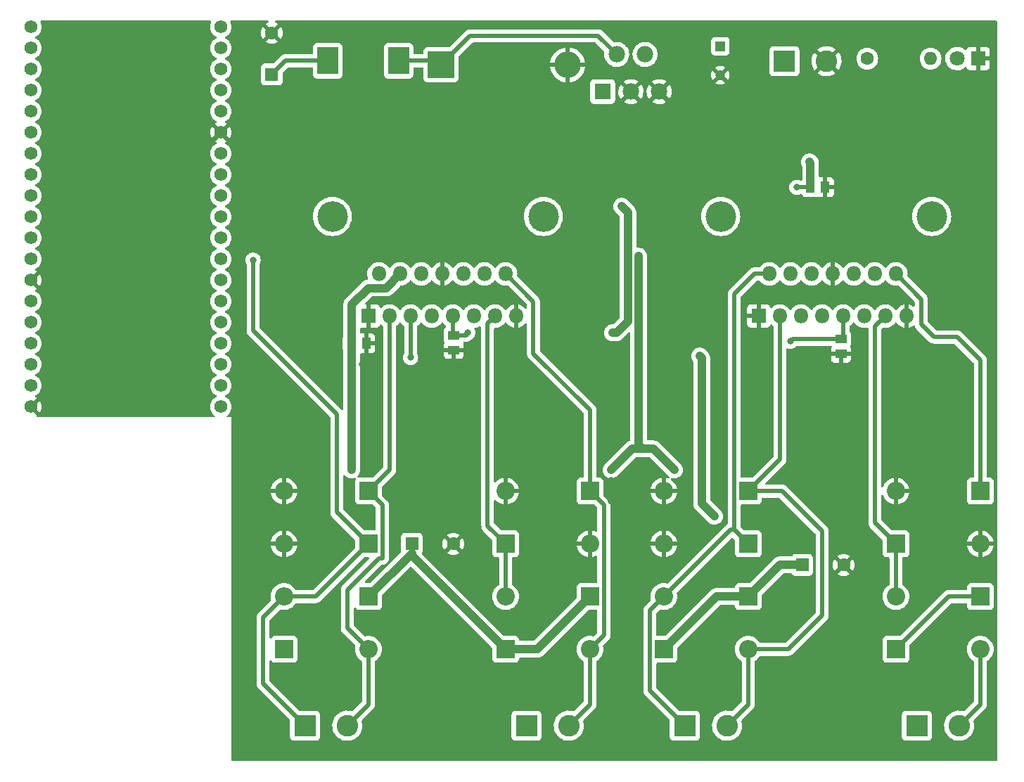
<source format=gtl>
G04 #@! TF.GenerationSoftware,KiCad,Pcbnew,(6.0.5-0)*
G04 #@! TF.CreationDate,2022-09-20T15:19:48+05:30*
G04 #@! TF.ProjectId,FitBot,46697442-6f74-42e6-9b69-6361645f7063,v01*
G04 #@! TF.SameCoordinates,Original*
G04 #@! TF.FileFunction,Copper,L1,Top*
G04 #@! TF.FilePolarity,Positive*
%FSLAX46Y46*%
G04 Gerber Fmt 4.6, Leading zero omitted, Abs format (unit mm)*
G04 Created by KiCad (PCBNEW (6.0.5-0)) date 2022-09-20 15:19:48*
%MOMM*%
%LPD*%
G01*
G04 APERTURE LIST*
G04 #@! TA.AperFunction,ComponentPad*
%ADD10C,1.560000*%
G04 #@! TD*
G04 #@! TA.AperFunction,ComponentPad*
%ADD11R,2.200000X2.200000*%
G04 #@! TD*
G04 #@! TA.AperFunction,ComponentPad*
%ADD12O,2.200000X2.200000*%
G04 #@! TD*
G04 #@! TA.AperFunction,ComponentPad*
%ADD13R,2.600000X2.600000*%
G04 #@! TD*
G04 #@! TA.AperFunction,ComponentPad*
%ADD14C,2.600000*%
G04 #@! TD*
G04 #@! TA.AperFunction,ComponentPad*
%ADD15R,1.800000X1.800000*%
G04 #@! TD*
G04 #@! TA.AperFunction,ComponentPad*
%ADD16O,1.800000X1.800000*%
G04 #@! TD*
G04 #@! TA.AperFunction,SMDPad,CuDef*
%ADD17R,1.380000X1.100000*%
G04 #@! TD*
G04 #@! TA.AperFunction,ComponentPad*
%ADD18C,1.600000*%
G04 #@! TD*
G04 #@! TA.AperFunction,ComponentPad*
%ADD19O,1.600000X1.600000*%
G04 #@! TD*
G04 #@! TA.AperFunction,ComponentPad*
%ADD20R,1.981200X1.981200*%
G04 #@! TD*
G04 #@! TA.AperFunction,ComponentPad*
%ADD21C,1.981200*%
G04 #@! TD*
G04 #@! TA.AperFunction,ComponentPad*
%ADD22C,1.200000*%
G04 #@! TD*
G04 #@! TA.AperFunction,ComponentPad*
%ADD23R,1.200000X1.200000*%
G04 #@! TD*
G04 #@! TA.AperFunction,SMDPad,CuDef*
%ADD24R,1.100000X1.380000*%
G04 #@! TD*
G04 #@! TA.AperFunction,ComponentPad*
%ADD25C,3.686000*%
G04 #@! TD*
G04 #@! TA.AperFunction,ComponentPad*
%ADD26R,1.600000X1.600000*%
G04 #@! TD*
G04 #@! TA.AperFunction,ComponentPad*
%ADD27C,1.800000*%
G04 #@! TD*
G04 #@! TA.AperFunction,SMDPad,CuDef*
%ADD28R,2.514600X3.302000*%
G04 #@! TD*
G04 #@! TA.AperFunction,ComponentPad*
%ADD29R,3.200000X3.200000*%
G04 #@! TD*
G04 #@! TA.AperFunction,ComponentPad*
%ADD30O,3.200000X3.200000*%
G04 #@! TD*
G04 #@! TA.AperFunction,ViaPad*
%ADD31C,0.800000*%
G04 #@! TD*
G04 #@! TA.AperFunction,Conductor*
%ADD32C,1.000000*%
G04 #@! TD*
G04 #@! TA.AperFunction,Conductor*
%ADD33C,0.550000*%
G04 #@! TD*
G04 APERTURE END LIST*
D10*
G04 #@! TO.P,U2,1,3.3V*
G04 #@! TO.N,unconnected-(U2-Pad1)*
X62230000Y-85090000D03*
G04 #@! TO.P,U2,2,EN*
G04 #@! TO.N,unconnected-(U2-Pad2)*
X62230000Y-82550000D03*
G04 #@! TO.P,U2,3,GPIO36*
G04 #@! TO.N,unconnected-(U2-Pad3)*
X62230000Y-80010000D03*
G04 #@! TO.P,U2,4,GPIO39*
G04 #@! TO.N,unconnected-(U2-Pad4)*
X62230000Y-77470000D03*
G04 #@! TO.P,U2,5,GPIO34*
G04 #@! TO.N,/NET_IN_1_1*
X62230000Y-74930000D03*
G04 #@! TO.P,U2,6,GPIO35*
G04 #@! TO.N,/NET_IN_2_1*
X62230000Y-72390000D03*
G04 #@! TO.P,U2,7,GPIO32*
G04 #@! TO.N,/NET_ENB_1*
X62230000Y-69850000D03*
G04 #@! TO.P,U2,8,GPIO33*
G04 #@! TO.N,/NET_ENA_1*
X62230000Y-67310000D03*
G04 #@! TO.P,U2,9,GPIO25*
G04 #@! TO.N,/NET_IN_3_1*
X62230000Y-64770000D03*
G04 #@! TO.P,U2,10,GPIO26*
G04 #@! TO.N,/NET_IN_4_1*
X62230000Y-62230000D03*
G04 #@! TO.P,U2,11,GPIO27*
G04 #@! TO.N,unconnected-(U2-Pad11)*
X62230000Y-59690000D03*
G04 #@! TO.P,U2,12,GPIO14*
G04 #@! TO.N,unconnected-(U2-Pad12)*
X62230000Y-57150000D03*
G04 #@! TO.P,U2,13,GPIO12*
G04 #@! TO.N,unconnected-(U2-Pad13)*
X62230000Y-54610000D03*
G04 #@! TO.P,U2,14,GND*
G04 #@! TO.N,GND*
X62230000Y-52070000D03*
G04 #@! TO.P,U2,15,GPIO13*
G04 #@! TO.N,unconnected-(U2-Pad15)*
X62230000Y-49530000D03*
G04 #@! TO.P,U2,16,GPIO9*
G04 #@! TO.N,unconnected-(U2-Pad16)*
X62230000Y-46990000D03*
G04 #@! TO.P,U2,17,GPIO10*
G04 #@! TO.N,unconnected-(U2-Pad17)*
X62230000Y-44450000D03*
G04 #@! TO.P,U2,18,GPIO11*
G04 #@! TO.N,unconnected-(U2-Pad18)*
X62230000Y-41910000D03*
G04 #@! TO.P,U2,19,VIN_5V*
G04 #@! TO.N,/+5V*
X62230000Y-39370000D03*
G04 #@! TO.P,U2,20,GPIO6*
G04 #@! TO.N,unconnected-(U2-Pad20)*
X39370000Y-39370000D03*
G04 #@! TO.P,U2,21,GPIO7*
G04 #@! TO.N,unconnected-(U2-Pad21)*
X39370000Y-41910000D03*
G04 #@! TO.P,U2,22,GPIO8*
G04 #@! TO.N,unconnected-(U2-Pad22)*
X39370000Y-44450000D03*
G04 #@! TO.P,U2,23,GPIO15*
G04 #@! TO.N,unconnected-(U2-Pad23)*
X39370000Y-46990000D03*
G04 #@! TO.P,U2,24,GPIO2*
G04 #@! TO.N,unconnected-(U2-Pad24)*
X39370000Y-49530000D03*
G04 #@! TO.P,U2,25,GPIO0*
G04 #@! TO.N,unconnected-(U2-Pad25)*
X39370000Y-52070000D03*
G04 #@! TO.P,U2,26,GPIO4*
G04 #@! TO.N,unconnected-(U2-Pad26)*
X39370000Y-54610000D03*
G04 #@! TO.P,U2,27,GPIO16*
G04 #@! TO.N,unconnected-(U2-Pad27)*
X39370000Y-57150000D03*
G04 #@! TO.P,U2,28,GPIO17*
G04 #@! TO.N,/NET_IN_1_2*
X39370000Y-59690000D03*
G04 #@! TO.P,U2,29,GPIO5*
G04 #@! TO.N,/NET_IN_2_2*
X39370000Y-62230000D03*
G04 #@! TO.P,U2,30,GPIO18*
G04 #@! TO.N,/NET_ENB_2*
X39370000Y-64770000D03*
G04 #@! TO.P,U2,31,GPIO19*
G04 #@! TO.N,/NET_IN_4_2*
X39370000Y-67310000D03*
G04 #@! TO.P,U2,32,GND*
G04 #@! TO.N,GND*
X39370000Y-69850000D03*
G04 #@! TO.P,U2,33,GPIO21*
G04 #@! TO.N,unconnected-(U2-Pad33)*
X39370000Y-72390000D03*
G04 #@! TO.P,U2,34,GPIO3*
G04 #@! TO.N,unconnected-(U2-Pad34)*
X39370000Y-74930000D03*
G04 #@! TO.P,U2,35,GPIO1*
G04 #@! TO.N,unconnected-(U2-Pad35)*
X39370000Y-77470000D03*
G04 #@! TO.P,U2,36,GPIO22*
G04 #@! TO.N,/NET_IN_3_2*
X39370000Y-80010000D03*
G04 #@! TO.P,U2,37,GPIO23*
G04 #@! TO.N,/NET_ENA_2*
X39370000Y-82550000D03*
G04 #@! TO.P,U2,38,GND*
G04 #@! TO.N,GND*
X39370000Y-85090000D03*
G04 #@! TD*
D11*
G04 #@! TO.P,D16,1,K*
G04 #@! TO.N,Net-(D12-Pad2)*
X153670000Y-95250000D03*
D12*
G04 #@! TO.P,D16,2,A*
G04 #@! TO.N,GND*
X143510000Y-95250000D03*
G04 #@! TD*
D13*
G04 #@! TO.P,J3,1,Pin_1*
G04 #@! TO.N,Net-(D3-Pad2)*
X99055000Y-123495000D03*
D14*
G04 #@! TO.P,J3,2,Pin_2*
G04 #@! TO.N,Net-(D4-Pad2)*
X104135000Y-123495000D03*
G04 #@! TD*
D15*
G04 #@! TO.P,U3,1,SENSE_A*
G04 #@! TO.N,GND*
X126995000Y-74185000D03*
D16*
G04 #@! TO.P,U3,2,OUT1*
G04 #@! TO.N,Net-(D13-Pad1)*
X128265000Y-69105000D03*
G04 #@! TO.P,U3,3,OUT2*
G04 #@! TO.N,Net-(D10-Pad2)*
X129535000Y-74185000D03*
G04 #@! TO.P,U3,4,Vs*
G04 #@! TO.N,VCC*
X130805000Y-69105000D03*
G04 #@! TO.P,U3,5,IN1*
G04 #@! TO.N,/NET_IN_1_2*
X132075000Y-74185000D03*
G04 #@! TO.P,U3,6,EnA*
G04 #@! TO.N,/NET_ENA_2*
X133345000Y-69105000D03*
G04 #@! TO.P,U3,7,IN2*
G04 #@! TO.N,/NET_IN_2_2*
X134615000Y-74185000D03*
G04 #@! TO.P,U3,8,GND*
G04 #@! TO.N,GND*
X135885000Y-69105000D03*
G04 #@! TO.P,U3,9,Vss*
G04 #@! TO.N,/+5V*
X137155000Y-74185000D03*
G04 #@! TO.P,U3,10,IN3*
G04 #@! TO.N,/NET_IN_3_2*
X138425000Y-69105000D03*
G04 #@! TO.P,U3,11,EnB*
G04 #@! TO.N,/NET_ENB_2*
X139695000Y-74185000D03*
G04 #@! TO.P,U3,12,IN4*
G04 #@! TO.N,/NET_IN_4_2*
X140965000Y-69105000D03*
G04 #@! TO.P,U3,13,OUT3*
G04 #@! TO.N,Net-(D11-Pad2)*
X142235000Y-74185000D03*
G04 #@! TO.P,U3,14,OUT4*
G04 #@! TO.N,Net-(D12-Pad2)*
X143505000Y-69105000D03*
G04 #@! TO.P,U3,15,SENSE_B*
G04 #@! TO.N,GND*
X144775000Y-74185000D03*
G04 #@! TD*
D11*
G04 #@! TO.P,D15,1,K*
G04 #@! TO.N,Net-(D11-Pad2)*
X143510000Y-101600000D03*
D12*
G04 #@! TO.P,D15,2,A*
G04 #@! TO.N,GND*
X153670000Y-101600000D03*
G04 #@! TD*
D11*
G04 #@! TO.P,D14,1,K*
G04 #@! TO.N,Net-(D10-Pad2)*
X125730000Y-95250000D03*
D12*
G04 #@! TO.P,D14,2,A*
G04 #@! TO.N,GND*
X115570000Y-95250000D03*
G04 #@! TD*
D11*
G04 #@! TO.P,D7,1,K*
G04 #@! TO.N,Net-(D3-Pad2)*
X96520000Y-101600000D03*
D12*
G04 #@! TO.P,D7,2,A*
G04 #@! TO.N,GND*
X106680000Y-101600000D03*
G04 #@! TD*
D11*
G04 #@! TO.P,D2,1,K*
G04 #@! TO.N,VCC*
X69850000Y-114300000D03*
D12*
G04 #@! TO.P,D2,2,A*
G04 #@! TO.N,Net-(D2-Pad2)*
X80010000Y-114300000D03*
G04 #@! TD*
D17*
G04 #@! TO.P,C6,1*
G04 #@! TO.N,/+5V*
X90270000Y-76505000D03*
G04 #@! TO.P,C6,2*
G04 #@! TO.N,GND*
X90270000Y-78275000D03*
G04 #@! TD*
D18*
G04 #@! TO.P,R1,1*
G04 #@! TO.N,VCC*
X140060000Y-43180000D03*
D19*
G04 #@! TO.P,R1,2*
G04 #@! TO.N,Net-(D18-Pad2)*
X147680000Y-43180000D03*
G04 #@! TD*
D13*
G04 #@! TO.P,J2,1,Pin_1*
G04 #@! TO.N,Net-(D1-Pad2)*
X72385000Y-123495000D03*
D14*
G04 #@! TO.P,J2,2,Pin_2*
G04 #@! TO.N,Net-(D2-Pad2)*
X77465000Y-123495000D03*
G04 #@! TD*
D11*
G04 #@! TO.P,D10,1,K*
G04 #@! TO.N,VCC*
X115570000Y-114300000D03*
D12*
G04 #@! TO.P,D10,2,A*
G04 #@! TO.N,Net-(D10-Pad2)*
X125730000Y-114300000D03*
G04 #@! TD*
D11*
G04 #@! TO.P,D13,1,K*
G04 #@! TO.N,Net-(D13-Pad1)*
X125730000Y-101600000D03*
D12*
G04 #@! TO.P,D13,2,A*
G04 #@! TO.N,GND*
X115570000Y-101600000D03*
G04 #@! TD*
D11*
G04 #@! TO.P,D1,1,K*
G04 #@! TO.N,VCC*
X80010000Y-107950000D03*
D12*
G04 #@! TO.P,D1,2,A*
G04 #@! TO.N,Net-(D1-Pad2)*
X69850000Y-107950000D03*
G04 #@! TD*
D15*
G04 #@! TO.P,U4,1,SENSE_A*
G04 #@! TO.N,GND*
X80005000Y-74185000D03*
D16*
G04 #@! TO.P,U4,2,OUT1*
G04 #@! TO.N,Net-(D1-Pad2)*
X81275000Y-69105000D03*
G04 #@! TO.P,U4,3,OUT2*
G04 #@! TO.N,Net-(D2-Pad2)*
X82545000Y-74185000D03*
G04 #@! TO.P,U4,4,Vs*
G04 #@! TO.N,VCC*
X83815000Y-69105000D03*
G04 #@! TO.P,U4,5,IN1*
G04 #@! TO.N,/NET_IN_1_1*
X85085000Y-74185000D03*
G04 #@! TO.P,U4,6,EnA*
G04 #@! TO.N,/NET_ENA_1*
X86355000Y-69105000D03*
G04 #@! TO.P,U4,7,IN2*
G04 #@! TO.N,/NET_IN_2_1*
X87625000Y-74185000D03*
G04 #@! TO.P,U4,8,GND*
G04 #@! TO.N,GND*
X88895000Y-69105000D03*
G04 #@! TO.P,U4,9,Vss*
G04 #@! TO.N,/+5V*
X90165000Y-74185000D03*
G04 #@! TO.P,U4,10,IN3*
G04 #@! TO.N,/NET_IN_3_1*
X91435000Y-69105000D03*
G04 #@! TO.P,U4,11,EnB*
G04 #@! TO.N,/NET_ENB_1*
X92705000Y-74185000D03*
G04 #@! TO.P,U4,12,IN4*
G04 #@! TO.N,/NET_IN_4_1*
X93975000Y-69105000D03*
G04 #@! TO.P,U4,13,OUT3*
G04 #@! TO.N,Net-(D3-Pad2)*
X95245000Y-74185000D03*
G04 #@! TO.P,U4,14,OUT4*
G04 #@! TO.N,Net-(D4-Pad2)*
X96515000Y-69105000D03*
G04 #@! TO.P,U4,15,SENSE_B*
G04 #@! TO.N,GND*
X97785000Y-74185000D03*
G04 #@! TD*
D11*
G04 #@! TO.P,D8,1,K*
G04 #@! TO.N,Net-(D4-Pad2)*
X106680000Y-95250000D03*
D12*
G04 #@! TO.P,D8,2,A*
G04 #@! TO.N,GND*
X96520000Y-95250000D03*
G04 #@! TD*
D11*
G04 #@! TO.P,D11,1,K*
G04 #@! TO.N,VCC*
X153670000Y-107950000D03*
D12*
G04 #@! TO.P,D11,2,A*
G04 #@! TO.N,Net-(D11-Pad2)*
X143510000Y-107950000D03*
G04 #@! TD*
D20*
G04 #@! TO.P,U1,1,VIN*
G04 #@! TO.N,VCC*
X108200000Y-47160400D03*
D21*
G04 #@! TO.P,U1,2,OUT*
G04 #@! TO.N,Net-(L1-Pad2)*
X109901800Y-42690000D03*
G04 #@! TO.P,U1,3,GND*
G04 #@! TO.N,GND*
X111603600Y-47160400D03*
G04 #@! TO.P,U1,4,FB*
G04 #@! TO.N,/+5V*
X113305400Y-42690000D03*
G04 #@! TO.P,U1,5,~{ON}/OFF*
G04 #@! TO.N,GND*
X115007200Y-47160400D03*
G04 #@! TD*
D11*
G04 #@! TO.P,D5,1,K*
G04 #@! TO.N,Net-(D1-Pad2)*
X80010000Y-101600000D03*
D12*
G04 #@! TO.P,D5,2,A*
G04 #@! TO.N,GND*
X69850000Y-101600000D03*
G04 #@! TD*
D11*
G04 #@! TO.P,D9,1,K*
G04 #@! TO.N,VCC*
X125730000Y-107950000D03*
D12*
G04 #@! TO.P,D9,2,A*
G04 #@! TO.N,Net-(D13-Pad1)*
X115570000Y-107950000D03*
G04 #@! TD*
D22*
G04 #@! TO.P,C1,N*
G04 #@! TO.N,GND*
X122370000Y-45190000D03*
D23*
G04 #@! TO.P,C1,P*
G04 #@! TO.N,VCC*
X122370000Y-41690000D03*
G04 #@! TD*
D24*
G04 #@! TO.P,C7,1*
G04 #@! TO.N,VCC*
X77985000Y-77470000D03*
G04 #@! TO.P,C7,2*
G04 #@! TO.N,GND*
X79755000Y-77470000D03*
G04 #@! TD*
D13*
G04 #@! TO.P,J1,1,Pin_1*
G04 #@! TO.N,VCC*
X130075000Y-43495000D03*
D14*
G04 #@! TO.P,J1,2,Pin_2*
G04 #@! TO.N,GND*
X135155000Y-43495000D03*
G04 #@! TD*
D25*
G04 #@! TO.P,REF\u002A\u002A,1*
G04 #@! TO.N,N/C*
X122420000Y-62190000D03*
G04 #@! TO.P,REF\u002A\u002A,2*
X147820000Y-62190000D03*
G04 #@! TD*
D11*
G04 #@! TO.P,D6,1,K*
G04 #@! TO.N,Net-(D2-Pad2)*
X80010000Y-95250000D03*
D12*
G04 #@! TO.P,D6,2,A*
G04 #@! TO.N,GND*
X69850000Y-95250000D03*
G04 #@! TD*
D26*
G04 #@! TO.P,C2,1*
G04 #@! TO.N,/+5V*
X68370000Y-45092651D03*
D18*
G04 #@! TO.P,C2,2*
G04 #@! TO.N,GND*
X68370000Y-40092651D03*
G04 #@! TD*
D15*
G04 #@! TO.P,D18,1,K*
G04 #@! TO.N,GND*
X153395000Y-43180000D03*
D27*
G04 #@! TO.P,D18,2,A*
G04 #@! TO.N,Net-(D18-Pad2)*
X150855000Y-43180000D03*
G04 #@! TD*
D28*
G04 #@! TO.P,L1,1,1*
G04 #@! TO.N,/+5V*
X75102800Y-43440000D03*
G04 #@! TO.P,L1,2,2*
G04 #@! TO.N,Net-(L1-Pad2)*
X83637200Y-43440000D03*
G04 #@! TD*
D11*
G04 #@! TO.P,D3,1,K*
G04 #@! TO.N,VCC*
X106680000Y-107950000D03*
D12*
G04 #@! TO.P,D3,2,A*
G04 #@! TO.N,Net-(D3-Pad2)*
X96520000Y-107950000D03*
G04 #@! TD*
D13*
G04 #@! TO.P,J4,1,Pin_1*
G04 #@! TO.N,Net-(D13-Pad1)*
X118105000Y-123495000D03*
D14*
G04 #@! TO.P,J4,2,Pin_2*
G04 #@! TO.N,Net-(D10-Pad2)*
X123185000Y-123495000D03*
G04 #@! TD*
D29*
G04 #@! TO.P,D17,1,K*
G04 #@! TO.N,Net-(L1-Pad2)*
X88750000Y-43940000D03*
D30*
G04 #@! TO.P,D17,2,A*
G04 #@! TO.N,GND*
X103990000Y-43940000D03*
G04 #@! TD*
D26*
G04 #@! TO.P,C3,1*
G04 #@! TO.N,VCC*
X85227349Y-101600000D03*
D18*
G04 #@! TO.P,C3,2*
G04 #@! TO.N,GND*
X90227349Y-101600000D03*
G04 #@! TD*
D11*
G04 #@! TO.P,D4,1,K*
G04 #@! TO.N,VCC*
X96520000Y-114300000D03*
D12*
G04 #@! TO.P,D4,2,A*
G04 #@! TO.N,Net-(D4-Pad2)*
X106680000Y-114300000D03*
G04 #@! TD*
D17*
G04 #@! TO.P,C5,1*
G04 #@! TO.N,/+5V*
X136906000Y-76970000D03*
G04 #@! TO.P,C5,2*
G04 #@! TO.N,GND*
X136906000Y-78740000D03*
G04 #@! TD*
D13*
G04 #@! TO.P,J5,1,Pin_1*
G04 #@! TO.N,Net-(D11-Pad2)*
X146045000Y-123495000D03*
D14*
G04 #@! TO.P,J5,2,Pin_2*
G04 #@! TO.N,Net-(D12-Pad2)*
X151125000Y-123495000D03*
G04 #@! TD*
D24*
G04 #@! TO.P,C8,1*
G04 #@! TO.N,VCC*
X133227000Y-58674000D03*
G04 #@! TO.P,C8,2*
G04 #@! TO.N,GND*
X134997000Y-58674000D03*
G04 #@! TD*
D26*
G04 #@! TO.P,C4,1*
G04 #@! TO.N,VCC*
X132217349Y-104140000D03*
D18*
G04 #@! TO.P,C4,2*
G04 #@! TO.N,GND*
X137217349Y-104140000D03*
G04 #@! TD*
D25*
G04 #@! TO.P,REF\u002A\u002A,1*
G04 #@! TO.N,N/C*
X75670000Y-62190000D03*
G04 #@! TO.P,REF\u002A\u002A,2*
X101070000Y-62190000D03*
G04 #@! TD*
D11*
G04 #@! TO.P,D12,1,K*
G04 #@! TO.N,VCC*
X143510000Y-114300000D03*
D12*
G04 #@! TO.P,D12,2,A*
G04 #@! TO.N,Net-(D12-Pad2)*
X153670000Y-114300000D03*
G04 #@! TD*
D31*
G04 #@! TO.N,VCC*
X112550000Y-66970000D03*
X77978000Y-92710000D03*
X119888000Y-78994000D03*
X109220000Y-92710000D03*
X116840000Y-92710000D03*
X121666000Y-98298000D03*
X131572000Y-58674000D03*
X133096000Y-55626000D03*
G04 #@! TO.N,GND*
X122428000Y-117856000D03*
X140716000Y-49276000D03*
X114554000Y-99314000D03*
X151384000Y-69342000D03*
X141224000Y-47752000D03*
X118618000Y-49530000D03*
X93218000Y-99568000D03*
X144018000Y-39878000D03*
X98298000Y-80772000D03*
X90170000Y-112776000D03*
X99568000Y-110490000D03*
X91694000Y-103886000D03*
X137160000Y-96520000D03*
X140716000Y-56896000D03*
X71882000Y-77978000D03*
X69850000Y-58420000D03*
X127762000Y-56388000D03*
X87630000Y-93980000D03*
X102362000Y-96012000D03*
X135128000Y-48006000D03*
X66040000Y-93980000D03*
X145796000Y-110236000D03*
X148844000Y-84582000D03*
X111506000Y-94488000D03*
X121412000Y-125476000D03*
X86360000Y-55372000D03*
X42418000Y-42164000D03*
X155194000Y-85090000D03*
X119888000Y-106172000D03*
X122174000Y-68580000D03*
X87376000Y-114300000D03*
X43180000Y-48514000D03*
X49530000Y-76454000D03*
X104902000Y-53086000D03*
X109237346Y-96511893D03*
X86360000Y-50546000D03*
X139700000Y-95250000D03*
X79248000Y-80010000D03*
X73914000Y-73406000D03*
X56134000Y-49022000D03*
X70612000Y-41402000D03*
X137414000Y-46482000D03*
X138684000Y-111506000D03*
X125730000Y-41656000D03*
X116586000Y-43180000D03*
X73914000Y-79502000D03*
X53594000Y-48006000D03*
X154432000Y-123952000D03*
X90678000Y-61214000D03*
X113030000Y-93980000D03*
X117094000Y-109474000D03*
X135128000Y-95758000D03*
X85852000Y-93980000D03*
X81788000Y-46736000D03*
X130302000Y-52832000D03*
X139700000Y-92710000D03*
X78740000Y-40386000D03*
X128524000Y-101346000D03*
X52070000Y-66294000D03*
X117094000Y-41148000D03*
X85090000Y-119126000D03*
X147320000Y-106172000D03*
X127254000Y-80010000D03*
X82911042Y-63795500D03*
X89154000Y-117602000D03*
X72390000Y-92710000D03*
X66802000Y-99568000D03*
X153670000Y-75438000D03*
X65532000Y-113538000D03*
X53340000Y-56388000D03*
X91694000Y-117348000D03*
X57150000Y-58420000D03*
X72644000Y-62230000D03*
X48514000Y-62230000D03*
X71882000Y-119126000D03*
X75438000Y-120142000D03*
X147066000Y-99568000D03*
X147066000Y-53340000D03*
X64516000Y-59182000D03*
X84836000Y-109220000D03*
X47752000Y-73660000D03*
X140716000Y-124714000D03*
X116332000Y-79756000D03*
X128016000Y-40386000D03*
X70612000Y-73406000D03*
X74168000Y-100584000D03*
X118364000Y-68326000D03*
X136906000Y-60198000D03*
X149352000Y-118110000D03*
X140208000Y-105410000D03*
X136906000Y-51308000D03*
X137922000Y-92964000D03*
X120650000Y-100076000D03*
X104648000Y-116840000D03*
X143256000Y-43688000D03*
X83820000Y-115062000D03*
X90424000Y-92964000D03*
X111760000Y-107188000D03*
X137668000Y-95250000D03*
X65786000Y-125222000D03*
X72390000Y-104902000D03*
X70104000Y-69088000D03*
X100838000Y-47752000D03*
X118872000Y-39878000D03*
X74422000Y-56896000D03*
X136906000Y-55118000D03*
X49276000Y-39624000D03*
X137922000Y-123444000D03*
X72898000Y-39624000D03*
X73152000Y-93726000D03*
X87884000Y-125476000D03*
X94488000Y-42418000D03*
X95504000Y-125222000D03*
X70612000Y-54102000D03*
X114808000Y-51816000D03*
X124714000Y-40132000D03*
X138938000Y-108204000D03*
X122428000Y-94742000D03*
X116586000Y-72136000D03*
X78994000Y-98552000D03*
X53340000Y-61722000D03*
X87884000Y-48006000D03*
X96774000Y-61214000D03*
X47752000Y-52324000D03*
X139192000Y-45974000D03*
X111252000Y-51562000D03*
X90678000Y-47244000D03*
X131064000Y-122936000D03*
X99060000Y-97790000D03*
X92710000Y-96520000D03*
X128524000Y-125984000D03*
X115824000Y-58674000D03*
X123190000Y-104902000D03*
X147574000Y-89408000D03*
X112776000Y-102362000D03*
X140208000Y-120396000D03*
X86106000Y-96774000D03*
X97282000Y-78994000D03*
X84582000Y-96774000D03*
X95758000Y-65024000D03*
X50292000Y-43434000D03*
X121666000Y-111760000D03*
X119380000Y-73406000D03*
X80378274Y-63795500D03*
X88900000Y-93980000D03*
X152654000Y-60452000D03*
X93218000Y-103124000D03*
X77216000Y-47244000D03*
X69596000Y-62230000D03*
X128778000Y-97028000D03*
X101854000Y-108712000D03*
X67564000Y-104394000D03*
X105410000Y-71882000D03*
X112522000Y-54864000D03*
X58674000Y-42926000D03*
X100584000Y-94742000D03*
X102108000Y-120142000D03*
X133350000Y-93980000D03*
X65532000Y-108458000D03*
X79756000Y-60452000D03*
X154178000Y-98298000D03*
X111760000Y-96520000D03*
X143002000Y-61468000D03*
X65532000Y-39624000D03*
X72390000Y-45466000D03*
X90170000Y-119634000D03*
X128016000Y-60452000D03*
X110236000Y-120396000D03*
X81534000Y-127000000D03*
X65532000Y-51562000D03*
X100838000Y-99314000D03*
X111760000Y-124460000D03*
X91186000Y-55118000D03*
X109220000Y-93980000D03*
X151384000Y-118618000D03*
X105918000Y-61976000D03*
X149098000Y-92456000D03*
X147320000Y-39624000D03*
X145796000Y-85344000D03*
X47498000Y-57404000D03*
X92710000Y-44450000D03*
X145796000Y-57658000D03*
X116840000Y-77724000D03*
X111252000Y-113030000D03*
X53340000Y-75692000D03*
X148590000Y-102616000D03*
X88138000Y-39878000D03*
X43180000Y-52324000D03*
X134874000Y-93218000D03*
X148082000Y-96266000D03*
X87884000Y-77470000D03*
X105410000Y-78740000D03*
X129794000Y-110490000D03*
X74676000Y-116332000D03*
X83566000Y-121666000D03*
X64770000Y-45720000D03*
X57912000Y-70612000D03*
X57150000Y-77724000D03*
X118618000Y-118872000D03*
X144272000Y-89916000D03*
X119634000Y-41402000D03*
X132080000Y-114808000D03*
X59690000Y-78740000D03*
X137922000Y-117348000D03*
X76200000Y-113030000D03*
X149860000Y-80518000D03*
X155194000Y-92202000D03*
X73660000Y-69342000D03*
X55118000Y-65278000D03*
X151892000Y-54610000D03*
X130810000Y-92710000D03*
X91948000Y-80772000D03*
X87376000Y-80772000D03*
X93726000Y-105664000D03*
X69850000Y-92710000D03*
X82804000Y-40386000D03*
X98552000Y-117094000D03*
X125222000Y-55118000D03*
X124460000Y-104394000D03*
X46228000Y-45212000D03*
X147574000Y-46228000D03*
X133350000Y-45720000D03*
X154686000Y-104902000D03*
X133350000Y-41656000D03*
X154178000Y-111506000D03*
X106934000Y-70612000D03*
X100076000Y-44450000D03*
X73406000Y-126238000D03*
X117348000Y-98806000D03*
X97790000Y-53340000D03*
X64262000Y-66802000D03*
X110744000Y-77978000D03*
X101854000Y-55372000D03*
X103632000Y-47498000D03*
X137668000Y-43434000D03*
X107950000Y-80010000D03*
X98044000Y-66040000D03*
X115316000Y-41402000D03*
X112776000Y-97790000D03*
X130302000Y-117094000D03*
X104648000Y-64516000D03*
X145034000Y-81534000D03*
G04 #@! TO.N,Net-(D1-Pad2)*
X66120000Y-67440000D03*
G04 #@! TO.N,/+5V*
X91970000Y-76190000D03*
X109370000Y-76190000D03*
X130810000Y-77216000D03*
X110490000Y-60960000D03*
G04 #@! TO.N,/NET_IN_1_1*
X85085000Y-79175000D03*
G04 #@! TD*
D32*
G04 #@! TO.N,VCC*
X77985000Y-77470000D02*
X77985000Y-92703000D01*
X119888000Y-78994000D02*
X120142000Y-79248000D01*
X133227000Y-58674000D02*
X133227000Y-55757000D01*
X113030000Y-90170000D02*
X111760000Y-90170000D01*
X111760000Y-90170000D02*
X109220000Y-92710000D01*
D33*
X85227349Y-101600000D02*
X85227349Y-102732651D01*
D32*
X77985000Y-72805978D02*
X79986467Y-70804511D01*
X100330000Y-114300000D02*
X106680000Y-107950000D01*
X112550000Y-89690000D02*
X113030000Y-90170000D01*
D33*
X133227000Y-58674000D02*
X131572000Y-58674000D01*
D32*
X114300000Y-90170000D02*
X113030000Y-90170000D01*
X112550000Y-66970000D02*
X112550000Y-89690000D01*
X77985000Y-77470000D02*
X77985000Y-72805978D01*
X125730000Y-107950000D02*
X121920000Y-107950000D01*
X79986467Y-70804511D02*
X82115489Y-70804511D01*
D33*
X149860000Y-107950000D02*
X143510000Y-114300000D01*
D32*
X85227349Y-102732651D02*
X80010000Y-107950000D01*
X77985000Y-92703000D02*
X77978000Y-92710000D01*
X120142000Y-79248000D02*
X120142000Y-96774000D01*
X82115489Y-70804511D02*
X83815000Y-69105000D01*
X96520000Y-114300000D02*
X100330000Y-114300000D01*
X85227349Y-103007349D02*
X96520000Y-114300000D01*
X132217349Y-104140000D02*
X129540000Y-104140000D01*
X133227000Y-55757000D02*
X133096000Y-55626000D01*
X121920000Y-107950000D02*
X115570000Y-114300000D01*
D33*
X153670000Y-107950000D02*
X149860000Y-107950000D01*
X85227349Y-102732651D02*
X85227349Y-103007349D01*
D32*
X116840000Y-92710000D02*
X114300000Y-90170000D01*
X120142000Y-96774000D02*
X121666000Y-98298000D01*
X129540000Y-104140000D02*
X125730000Y-107950000D01*
D33*
G04 #@! TO.N,Net-(D1-Pad2)*
X67310000Y-118420000D02*
X67310000Y-110490000D01*
X66120000Y-75940000D02*
X76200000Y-86020000D01*
X72385000Y-123495000D02*
X67310000Y-118420000D01*
X67310000Y-110490000D02*
X69850000Y-107950000D01*
X73660000Y-107950000D02*
X80010000Y-101600000D01*
X76200000Y-97790000D02*
X80010000Y-101600000D01*
X69850000Y-107950000D02*
X73660000Y-107950000D01*
X66120000Y-67440000D02*
X66120000Y-75940000D01*
X76200000Y-86020000D02*
X76200000Y-97790000D01*
G04 #@! TO.N,Net-(D2-Pad2)*
X80010000Y-95250000D02*
X81684511Y-96924511D01*
X77470000Y-107140978D02*
X77470000Y-111760000D01*
X80010000Y-114300000D02*
X80010000Y-120950000D01*
X82545000Y-92715000D02*
X80010000Y-95250000D01*
X80010000Y-120950000D02*
X77465000Y-123495000D01*
X81280000Y-103330978D02*
X77470000Y-107140978D01*
X82545000Y-92715000D02*
X82545000Y-74185000D01*
X77470000Y-111760000D02*
X80010000Y-114300000D01*
X81684511Y-96924511D02*
X81684511Y-103330978D01*
X81684511Y-103330978D02*
X81280000Y-103330978D01*
G04 #@! TO.N,Net-(D3-Pad2)*
X94345000Y-99425000D02*
X96520000Y-101600000D01*
X94345000Y-75085000D02*
X94345000Y-99425000D01*
X95245000Y-74185000D02*
X94345000Y-75085000D01*
X96520000Y-101600000D02*
X96520000Y-107950000D01*
G04 #@! TO.N,Net-(D4-Pad2)*
X108354511Y-96924511D02*
X108354511Y-112625489D01*
X104135000Y-123495000D02*
X106680000Y-120950000D01*
X106680000Y-120950000D02*
X106680000Y-114300000D01*
X106680000Y-95250000D02*
X108354511Y-96924511D01*
X99870000Y-78690000D02*
X99870000Y-72460000D01*
X99870000Y-78690000D02*
X106680000Y-85500000D01*
X99870000Y-72460000D02*
X96515000Y-69105000D01*
X108354511Y-112625489D02*
X106680000Y-114300000D01*
X106680000Y-85500000D02*
X106680000Y-95250000D01*
D32*
G04 #@! TO.N,/+5V*
X109370000Y-76190000D02*
X109870000Y-76190000D01*
D33*
X90165000Y-74185000D02*
X90165000Y-76400000D01*
X75102800Y-43440000D02*
X70022651Y-43440000D01*
D32*
X111250480Y-74809520D02*
X111250480Y-61720480D01*
D33*
X137155000Y-74185000D02*
X137155000Y-76721000D01*
X90270000Y-76505000D02*
X91755000Y-76505000D01*
D32*
X111250480Y-61720480D02*
X110490000Y-60960000D01*
D33*
X136906000Y-76970000D02*
X131056000Y-76970000D01*
X70022651Y-43440000D02*
X68370000Y-45092651D01*
X131056000Y-76970000D02*
X130810000Y-77216000D01*
X137155000Y-76721000D02*
X136906000Y-76970000D01*
X90165000Y-76400000D02*
X90270000Y-76505000D01*
X91970000Y-76190000D02*
X91870000Y-76390000D01*
X91755000Y-76505000D02*
X91970000Y-76190000D01*
D32*
X109870000Y-76190000D02*
X111250480Y-74809520D01*
D33*
G04 #@! TO.N,Net-(D10-Pad2)*
X125730000Y-95250000D02*
X129794000Y-95250000D01*
X134620000Y-100076000D02*
X134620000Y-110236000D01*
X125730000Y-114300000D02*
X125730000Y-120950000D01*
X129794000Y-95250000D02*
X134620000Y-100076000D01*
X125730000Y-120950000D02*
X123185000Y-123495000D01*
X129535000Y-74185000D02*
X129535000Y-91445000D01*
X129535000Y-91445000D02*
X125730000Y-95250000D01*
X134620000Y-110236000D02*
X130556000Y-114300000D01*
X130556000Y-114300000D02*
X125730000Y-114300000D01*
G04 #@! TO.N,Net-(D11-Pad2)*
X140970000Y-99060000D02*
X140970000Y-75450000D01*
X143510000Y-101600000D02*
X140970000Y-99060000D01*
X143510000Y-101600000D02*
X143510000Y-107950000D01*
X140970000Y-75450000D02*
X142235000Y-74185000D01*
G04 #@! TO.N,Net-(D12-Pad2)*
X146558000Y-75184000D02*
X146558000Y-72158000D01*
X153670000Y-79502000D02*
X150876000Y-76708000D01*
X148082000Y-76708000D02*
X146558000Y-75184000D01*
X153670000Y-95250000D02*
X153670000Y-79502000D01*
X146558000Y-72158000D02*
X143505000Y-69105000D01*
X153670000Y-114300000D02*
X153670000Y-120950000D01*
X153670000Y-120950000D02*
X151125000Y-123495000D01*
X150876000Y-76708000D02*
X148082000Y-76708000D01*
G04 #@! TO.N,Net-(D13-Pad1)*
X124055489Y-71524511D02*
X126475000Y-69105000D01*
X124055489Y-99925489D02*
X125730000Y-101600000D01*
X113895489Y-109624511D02*
X113895489Y-119285489D01*
X123594511Y-99925489D02*
X115570000Y-107950000D01*
X115570000Y-107950000D02*
X113895489Y-109624511D01*
X126475000Y-69105000D02*
X128265000Y-69105000D01*
X124055489Y-99925489D02*
X123594511Y-99925489D01*
X113895489Y-119285489D02*
X118105000Y-123495000D01*
X124055489Y-99925489D02*
X124055489Y-71524511D01*
G04 #@! TO.N,/NET_IN_1_1*
X85085000Y-79175000D02*
X85085000Y-74185000D01*
G04 #@! TO.N,Net-(L1-Pad2)*
X107651800Y-40440000D02*
X92250000Y-40440000D01*
X88250000Y-43440000D02*
X88750000Y-43940000D01*
X92250000Y-40440000D02*
X88750000Y-43940000D01*
X83637200Y-43440000D02*
X88250000Y-43440000D01*
X109901800Y-42690000D02*
X107651800Y-40440000D01*
G04 #@! TD*
G04 #@! TA.AperFunction,Conductor*
G04 #@! TO.N,GND*
G36*
X61033731Y-38628502D02*
G01*
X61080224Y-38682158D01*
X61090328Y-38752432D01*
X61079805Y-38787750D01*
X61014581Y-38927624D01*
X60956228Y-39145400D01*
X60936578Y-39370000D01*
X60956228Y-39594600D01*
X60957652Y-39599913D01*
X60957652Y-39599915D01*
X61003158Y-39769743D01*
X61014581Y-39812376D01*
X61016903Y-39817357D01*
X61016904Y-39817358D01*
X61075739Y-39943529D01*
X61109864Y-40016711D01*
X61239181Y-40201396D01*
X61398604Y-40360819D01*
X61583289Y-40490136D01*
X61588267Y-40492457D01*
X61588270Y-40492459D01*
X61659781Y-40525805D01*
X61713066Y-40572723D01*
X61732527Y-40641000D01*
X61711985Y-40708960D01*
X61659781Y-40754195D01*
X61588270Y-40787541D01*
X61588267Y-40787543D01*
X61583289Y-40789864D01*
X61398604Y-40919181D01*
X61239181Y-41078604D01*
X61109864Y-41263289D01*
X61107543Y-41268267D01*
X61107541Y-41268270D01*
X61016904Y-41462642D01*
X61014581Y-41467624D01*
X61013159Y-41472932D01*
X61013158Y-41472934D01*
X60957652Y-41680085D01*
X60956228Y-41685400D01*
X60936578Y-41910000D01*
X60956228Y-42134600D01*
X60957652Y-42139913D01*
X60957652Y-42139915D01*
X61010113Y-42335700D01*
X61014581Y-42352376D01*
X61016903Y-42357357D01*
X61016904Y-42357358D01*
X61097642Y-42530500D01*
X61109864Y-42556711D01*
X61239181Y-42741396D01*
X61398604Y-42900819D01*
X61583289Y-43030136D01*
X61588267Y-43032457D01*
X61588270Y-43032459D01*
X61659781Y-43065805D01*
X61713066Y-43112723D01*
X61732527Y-43181000D01*
X61711985Y-43248960D01*
X61659781Y-43294195D01*
X61588270Y-43327541D01*
X61588267Y-43327543D01*
X61583289Y-43329864D01*
X61398604Y-43459181D01*
X61239181Y-43618604D01*
X61109864Y-43803289D01*
X61107543Y-43808267D01*
X61107541Y-43808270D01*
X61054415Y-43922200D01*
X61014581Y-44007624D01*
X61013159Y-44012932D01*
X61013158Y-44012934D01*
X60963070Y-44199865D01*
X60956228Y-44225400D01*
X60936578Y-44450000D01*
X60956228Y-44674600D01*
X60957652Y-44679913D01*
X60957652Y-44679915D01*
X61004642Y-44855282D01*
X61014581Y-44892376D01*
X61016903Y-44897357D01*
X61016904Y-44897358D01*
X61100028Y-45075617D01*
X61109864Y-45096711D01*
X61239181Y-45281396D01*
X61398604Y-45440819D01*
X61583289Y-45570136D01*
X61588267Y-45572457D01*
X61588270Y-45572459D01*
X61659781Y-45605805D01*
X61713066Y-45652723D01*
X61732527Y-45721000D01*
X61711985Y-45788960D01*
X61659781Y-45834195D01*
X61588270Y-45867541D01*
X61588267Y-45867543D01*
X61583289Y-45869864D01*
X61398604Y-45999181D01*
X61239181Y-46158604D01*
X61109864Y-46343289D01*
X61107543Y-46348267D01*
X61107541Y-46348270D01*
X61016904Y-46542642D01*
X61014581Y-46547624D01*
X61013159Y-46552932D01*
X61013158Y-46552934D01*
X60988182Y-46646146D01*
X60956228Y-46765400D01*
X60936578Y-46990000D01*
X60956228Y-47214600D01*
X61014581Y-47432376D01*
X61016903Y-47437357D01*
X61016904Y-47437358D01*
X61033548Y-47473050D01*
X61109864Y-47636711D01*
X61239181Y-47821396D01*
X61398604Y-47980819D01*
X61583289Y-48110136D01*
X61588267Y-48112457D01*
X61588270Y-48112459D01*
X61659781Y-48145805D01*
X61713066Y-48192723D01*
X61732527Y-48261000D01*
X61711985Y-48328960D01*
X61659781Y-48374195D01*
X61588270Y-48407541D01*
X61588267Y-48407543D01*
X61583289Y-48409864D01*
X61398604Y-48539181D01*
X61239181Y-48698604D01*
X61109864Y-48883289D01*
X61014581Y-49087624D01*
X60956228Y-49305400D01*
X60936578Y-49530000D01*
X60956228Y-49754600D01*
X61014581Y-49972376D01*
X61109864Y-50176711D01*
X61239181Y-50361396D01*
X61398604Y-50520819D01*
X61583289Y-50650136D01*
X61588267Y-50652457D01*
X61588270Y-50652459D01*
X61660373Y-50686081D01*
X61713658Y-50732998D01*
X61733119Y-50801276D01*
X61712577Y-50869236D01*
X61660372Y-50914471D01*
X61588531Y-50947970D01*
X61579032Y-50953455D01*
X61531311Y-50986870D01*
X61522936Y-50997347D01*
X61530004Y-51010794D01*
X62217188Y-51697978D01*
X62231132Y-51705592D01*
X62232965Y-51705461D01*
X62239580Y-51701210D01*
X62930717Y-51010073D01*
X62937147Y-50998298D01*
X62927851Y-50986283D01*
X62880968Y-50953455D01*
X62871469Y-50947970D01*
X62799628Y-50914471D01*
X62746343Y-50867555D01*
X62726881Y-50799278D01*
X62747422Y-50731317D01*
X62799627Y-50686081D01*
X62871730Y-50652459D01*
X62871733Y-50652457D01*
X62876711Y-50650136D01*
X63061396Y-50520819D01*
X63220819Y-50361396D01*
X63350136Y-50176711D01*
X63445419Y-49972376D01*
X63503772Y-49754600D01*
X63523422Y-49530000D01*
X63503772Y-49305400D01*
X63445419Y-49087624D01*
X63350136Y-48883289D01*
X63220819Y-48698604D01*
X63061396Y-48539181D01*
X62876711Y-48409864D01*
X62871733Y-48407543D01*
X62871730Y-48407541D01*
X62800219Y-48374195D01*
X62746934Y-48327277D01*
X62727473Y-48259000D01*
X62745568Y-48199134D01*
X106700900Y-48199134D01*
X106707655Y-48261316D01*
X106758785Y-48397705D01*
X106846139Y-48514261D01*
X106962695Y-48601615D01*
X107099084Y-48652745D01*
X107161266Y-48659500D01*
X109238734Y-48659500D01*
X109300916Y-48652745D01*
X109437305Y-48601615D01*
X109553861Y-48514261D01*
X109641215Y-48397705D01*
X109644816Y-48388100D01*
X110741143Y-48388100D01*
X110746142Y-48395139D01*
X110949399Y-48513913D01*
X110958682Y-48518360D01*
X111179245Y-48602585D01*
X111189138Y-48605459D01*
X111420473Y-48652525D01*
X111430730Y-48653748D01*
X111666650Y-48662399D01*
X111676936Y-48661932D01*
X111911116Y-48631933D01*
X111921194Y-48629791D01*
X112147325Y-48561948D01*
X112156923Y-48558187D01*
X112368942Y-48454320D01*
X112377780Y-48449051D01*
X112453654Y-48394931D01*
X112459017Y-48388100D01*
X114144743Y-48388100D01*
X114149742Y-48395139D01*
X114352999Y-48513913D01*
X114362282Y-48518360D01*
X114582845Y-48602585D01*
X114592738Y-48605459D01*
X114824073Y-48652525D01*
X114834330Y-48653748D01*
X115070250Y-48662399D01*
X115080536Y-48661932D01*
X115314716Y-48631933D01*
X115324794Y-48629791D01*
X115550925Y-48561948D01*
X115560523Y-48558187D01*
X115772542Y-48454320D01*
X115781380Y-48449051D01*
X115857254Y-48394931D01*
X115865654Y-48384231D01*
X115858668Y-48371079D01*
X115020011Y-47532421D01*
X115006068Y-47524808D01*
X115004234Y-47524939D01*
X114997620Y-47529190D01*
X114151998Y-48374813D01*
X114144743Y-48388100D01*
X112459017Y-48388100D01*
X112462054Y-48384231D01*
X112455068Y-48371079D01*
X111616411Y-47532421D01*
X111602468Y-47524808D01*
X111600634Y-47524939D01*
X111594020Y-47529190D01*
X110748398Y-48374813D01*
X110741143Y-48388100D01*
X109644816Y-48388100D01*
X109692345Y-48261316D01*
X109699100Y-48199134D01*
X109699100Y-47128816D01*
X110100610Y-47128816D01*
X110114200Y-47364512D01*
X110115636Y-47374732D01*
X110167537Y-47605031D01*
X110170621Y-47614872D01*
X110259444Y-47833616D01*
X110264084Y-47842802D01*
X110367810Y-48012069D01*
X110378266Y-48021529D01*
X110387044Y-48017745D01*
X111231579Y-47173211D01*
X111237956Y-47161532D01*
X111968008Y-47161532D01*
X111968139Y-47163366D01*
X111972390Y-47169980D01*
X112814827Y-48012416D01*
X112826833Y-48018972D01*
X112838572Y-48010004D01*
X112889535Y-47939080D01*
X112894846Y-47930242D01*
X112999444Y-47718604D01*
X113003242Y-47709011D01*
X113071872Y-47483123D01*
X113074050Y-47473050D01*
X113105104Y-47237175D01*
X113105623Y-47230507D01*
X113107254Y-47163765D01*
X113107060Y-47157046D01*
X113104739Y-47128816D01*
X113504210Y-47128816D01*
X113517800Y-47364512D01*
X113519236Y-47374732D01*
X113571137Y-47605031D01*
X113574221Y-47614872D01*
X113663044Y-47833616D01*
X113667684Y-47842802D01*
X113771410Y-48012069D01*
X113781866Y-48021529D01*
X113790644Y-48017745D01*
X114635179Y-47173211D01*
X114641556Y-47161532D01*
X115371608Y-47161532D01*
X115371739Y-47163366D01*
X115375990Y-47169980D01*
X116218427Y-48012416D01*
X116230433Y-48018972D01*
X116242172Y-48010004D01*
X116293135Y-47939080D01*
X116298446Y-47930242D01*
X116403044Y-47718604D01*
X116406842Y-47709011D01*
X116475472Y-47483123D01*
X116477650Y-47473050D01*
X116508704Y-47237175D01*
X116509223Y-47230507D01*
X116510854Y-47163765D01*
X116510660Y-47157046D01*
X116491168Y-46919952D01*
X116489485Y-46909790D01*
X116431970Y-46680808D01*
X116428652Y-46671061D01*
X116334509Y-46454547D01*
X116329642Y-46445470D01*
X116241946Y-46309915D01*
X116231260Y-46300713D01*
X116221695Y-46305116D01*
X115379221Y-47147589D01*
X115371608Y-47161532D01*
X114641556Y-47161532D01*
X114642792Y-47159268D01*
X114642661Y-47157434D01*
X114638410Y-47150820D01*
X113795861Y-46308272D01*
X113784330Y-46301976D01*
X113772045Y-46311601D01*
X113702626Y-46413366D01*
X113697533Y-46422330D01*
X113598129Y-46636478D01*
X113594572Y-46646146D01*
X113531481Y-46873645D01*
X113529550Y-46883765D01*
X113504462Y-47118527D01*
X113504210Y-47128816D01*
X113104739Y-47128816D01*
X113087568Y-46919952D01*
X113085885Y-46909790D01*
X113028370Y-46680808D01*
X113025052Y-46671061D01*
X112930909Y-46454547D01*
X112926042Y-46445470D01*
X112838346Y-46309915D01*
X112827660Y-46300713D01*
X112818095Y-46305116D01*
X111975621Y-47147589D01*
X111968008Y-47161532D01*
X111237956Y-47161532D01*
X111239192Y-47159268D01*
X111239061Y-47157434D01*
X111234810Y-47150820D01*
X110392261Y-46308272D01*
X110380730Y-46301976D01*
X110368445Y-46311601D01*
X110299026Y-46413366D01*
X110293933Y-46422330D01*
X110194529Y-46636478D01*
X110190972Y-46646146D01*
X110127881Y-46873645D01*
X110125950Y-46883765D01*
X110100862Y-47118527D01*
X110100610Y-47128816D01*
X109699100Y-47128816D01*
X109699100Y-46121666D01*
X109692345Y-46059484D01*
X109646203Y-45936400D01*
X110744396Y-45936400D01*
X110751140Y-45948729D01*
X111590789Y-46788379D01*
X111604732Y-46795992D01*
X111606566Y-46795861D01*
X111613180Y-46791610D01*
X112457101Y-45947688D01*
X112463265Y-45936400D01*
X114147996Y-45936400D01*
X114154740Y-45948729D01*
X114994389Y-46788379D01*
X115008332Y-46795992D01*
X115010166Y-46795861D01*
X115016780Y-46791610D01*
X115677095Y-46131294D01*
X121793066Y-46131294D01*
X121802948Y-46143783D01*
X121834239Y-46164691D01*
X121844349Y-46170181D01*
X122020835Y-46246005D01*
X122031778Y-46249560D01*
X122219120Y-46291952D01*
X122230530Y-46293454D01*
X122422469Y-46300995D01*
X122433951Y-46300393D01*
X122624045Y-46272832D01*
X122635240Y-46270144D01*
X122817131Y-46208400D01*
X122827628Y-46203726D01*
X122938032Y-46141898D01*
X122947895Y-46131821D01*
X122944940Y-46124151D01*
X122382811Y-45562021D01*
X122368868Y-45554408D01*
X122367034Y-45554539D01*
X122360420Y-45558790D01*
X121799259Y-46119952D01*
X121793066Y-46131294D01*
X115677095Y-46131294D01*
X115860701Y-45947688D01*
X115867718Y-45934837D01*
X115859945Y-45924167D01*
X115843410Y-45911108D01*
X115834829Y-45905408D01*
X115628142Y-45791311D01*
X115618743Y-45787086D01*
X115396198Y-45708279D01*
X115386227Y-45705645D01*
X115153804Y-45664245D01*
X115143550Y-45663275D01*
X114907475Y-45660390D01*
X114897191Y-45661110D01*
X114663825Y-45696820D01*
X114653797Y-45699209D01*
X114429397Y-45772554D01*
X114419888Y-45776551D01*
X114210484Y-45885560D01*
X114201759Y-45891054D01*
X114156450Y-45925073D01*
X114147996Y-45936400D01*
X112463265Y-45936400D01*
X112464118Y-45934837D01*
X112456345Y-45924167D01*
X112439810Y-45911108D01*
X112431229Y-45905408D01*
X112224542Y-45791311D01*
X112215143Y-45787086D01*
X111992598Y-45708279D01*
X111982627Y-45705645D01*
X111750204Y-45664245D01*
X111739950Y-45663275D01*
X111503875Y-45660390D01*
X111493591Y-45661110D01*
X111260225Y-45696820D01*
X111250197Y-45699209D01*
X111025797Y-45772554D01*
X111016288Y-45776551D01*
X110806884Y-45885560D01*
X110798159Y-45891054D01*
X110752850Y-45925073D01*
X110744396Y-45936400D01*
X109646203Y-45936400D01*
X109641215Y-45923095D01*
X109553861Y-45806539D01*
X109437305Y-45719185D01*
X109300916Y-45668055D01*
X109238734Y-45661300D01*
X107161266Y-45661300D01*
X107099084Y-45668055D01*
X106962695Y-45719185D01*
X106846139Y-45806539D01*
X106758785Y-45923095D01*
X106707655Y-46059484D01*
X106700900Y-46121666D01*
X106700900Y-48199134D01*
X62745568Y-48199134D01*
X62748015Y-48191040D01*
X62800219Y-48145805D01*
X62871730Y-48112459D01*
X62871733Y-48112457D01*
X62876711Y-48110136D01*
X63061396Y-47980819D01*
X63220819Y-47821396D01*
X63350136Y-47636711D01*
X63426453Y-47473050D01*
X63443096Y-47437358D01*
X63443097Y-47437357D01*
X63445419Y-47432376D01*
X63503772Y-47214600D01*
X63523422Y-46990000D01*
X63503772Y-46765400D01*
X63471818Y-46646146D01*
X63446842Y-46552934D01*
X63446841Y-46552932D01*
X63445419Y-46547624D01*
X63443096Y-46542642D01*
X63352459Y-46348270D01*
X63352457Y-46348267D01*
X63350136Y-46343289D01*
X63220819Y-46158604D01*
X63061396Y-45999181D01*
X62977997Y-45940785D01*
X67061500Y-45940785D01*
X67068255Y-46002967D01*
X67119385Y-46139356D01*
X67206739Y-46255912D01*
X67323295Y-46343266D01*
X67459684Y-46394396D01*
X67521866Y-46401151D01*
X69218134Y-46401151D01*
X69280316Y-46394396D01*
X69416705Y-46343266D01*
X69533261Y-46255912D01*
X69620615Y-46139356D01*
X69671745Y-46002967D01*
X69678500Y-45940785D01*
X69678500Y-44944378D01*
X69698502Y-44876257D01*
X69715405Y-44855282D01*
X70310284Y-44260404D01*
X70372596Y-44226379D01*
X70399379Y-44223500D01*
X73211000Y-44223500D01*
X73279121Y-44243502D01*
X73325614Y-44297158D01*
X73337000Y-44349500D01*
X73337000Y-45139134D01*
X73343755Y-45201316D01*
X73394885Y-45337705D01*
X73482239Y-45454261D01*
X73598795Y-45541615D01*
X73735184Y-45592745D01*
X73797366Y-45599500D01*
X76408234Y-45599500D01*
X76470416Y-45592745D01*
X76606805Y-45541615D01*
X76723361Y-45454261D01*
X76810715Y-45337705D01*
X76861845Y-45201316D01*
X76868600Y-45139134D01*
X81871400Y-45139134D01*
X81878155Y-45201316D01*
X81929285Y-45337705D01*
X82016639Y-45454261D01*
X82133195Y-45541615D01*
X82269584Y-45592745D01*
X82331766Y-45599500D01*
X84942634Y-45599500D01*
X85004816Y-45592745D01*
X85141205Y-45541615D01*
X85257761Y-45454261D01*
X85345115Y-45337705D01*
X85396245Y-45201316D01*
X85403000Y-45139134D01*
X85403000Y-44349500D01*
X85423002Y-44281379D01*
X85476658Y-44234886D01*
X85529000Y-44223500D01*
X86515500Y-44223500D01*
X86583621Y-44243502D01*
X86630114Y-44297158D01*
X86641500Y-44349500D01*
X86641500Y-45588134D01*
X86648255Y-45650316D01*
X86699385Y-45786705D01*
X86786739Y-45903261D01*
X86903295Y-45990615D01*
X87039684Y-46041745D01*
X87101866Y-46048500D01*
X90398134Y-46048500D01*
X90460316Y-46041745D01*
X90596705Y-45990615D01*
X90713261Y-45903261D01*
X90800615Y-45786705D01*
X90851745Y-45650316D01*
X90858500Y-45588134D01*
X90858500Y-44207429D01*
X101894359Y-44207429D01*
X101894562Y-44209034D01*
X101948246Y-44482664D01*
X101950457Y-44490916D01*
X102040782Y-44754736D01*
X102044097Y-44762621D01*
X102169389Y-45011736D01*
X102173745Y-45019102D01*
X102331687Y-45248907D01*
X102336995Y-45255605D01*
X102524670Y-45461858D01*
X102530841Y-45467775D01*
X102744761Y-45646641D01*
X102751693Y-45651676D01*
X102987895Y-45799846D01*
X102995446Y-45803895D01*
X103249581Y-45918640D01*
X103257612Y-45921627D01*
X103524967Y-46000822D01*
X103533318Y-46002689D01*
X103718090Y-46030962D01*
X103731877Y-46029107D01*
X103736000Y-46015298D01*
X103736000Y-46014560D01*
X104244000Y-46014560D01*
X104248105Y-46028542D01*
X104261271Y-46030585D01*
X104381658Y-46016016D01*
X104390075Y-46014411D01*
X104659786Y-45943654D01*
X104667902Y-45940923D01*
X104925521Y-45834213D01*
X104933183Y-45830410D01*
X105173943Y-45689721D01*
X105181008Y-45684920D01*
X105400451Y-45512854D01*
X105406807Y-45507131D01*
X105600861Y-45306882D01*
X105606381Y-45300351D01*
X105704603Y-45166638D01*
X121258012Y-45166638D01*
X121270575Y-45358304D01*
X121272376Y-45369674D01*
X121319657Y-45555843D01*
X121323498Y-45566690D01*
X121403916Y-45741130D01*
X121409664Y-45751086D01*
X121415788Y-45759751D01*
X121426377Y-45768140D01*
X121439676Y-45761113D01*
X121997979Y-45202811D01*
X122004356Y-45191132D01*
X122734408Y-45191132D01*
X122734539Y-45192966D01*
X122738790Y-45199580D01*
X123300239Y-45761028D01*
X123312614Y-45767785D01*
X123319194Y-45762859D01*
X123383726Y-45647628D01*
X123388400Y-45637131D01*
X123450144Y-45455240D01*
X123452832Y-45444045D01*
X123480689Y-45251911D01*
X123481319Y-45244528D01*
X123482650Y-45193704D01*
X123482407Y-45186305D01*
X123464643Y-44992975D01*
X123462545Y-44981654D01*
X123423478Y-44843134D01*
X128266500Y-44843134D01*
X128273255Y-44905316D01*
X128324385Y-45041705D01*
X128411739Y-45158261D01*
X128528295Y-45245615D01*
X128664684Y-45296745D01*
X128726866Y-45303500D01*
X131423134Y-45303500D01*
X131485316Y-45296745D01*
X131621705Y-45245615D01*
X131738261Y-45158261D01*
X131825615Y-45041705D01*
X131863778Y-44939906D01*
X134074839Y-44939906D01*
X134083553Y-44951427D01*
X134190452Y-45029809D01*
X134198351Y-45034745D01*
X134427905Y-45155519D01*
X134436454Y-45159236D01*
X134681327Y-45244749D01*
X134690336Y-45247163D01*
X134945166Y-45295544D01*
X134954423Y-45296598D01*
X135213607Y-45306783D01*
X135222921Y-45306457D01*
X135480753Y-45278220D01*
X135489930Y-45276519D01*
X135740758Y-45210481D01*
X135749574Y-45207445D01*
X135987880Y-45105062D01*
X135996167Y-45100748D01*
X136216718Y-44964266D01*
X136224268Y-44958780D01*
X136229559Y-44954301D01*
X136237997Y-44941497D01*
X136231935Y-44931145D01*
X135167812Y-43867022D01*
X135153868Y-43859408D01*
X135152035Y-43859539D01*
X135145420Y-43863790D01*
X134081497Y-44927713D01*
X134074839Y-44939906D01*
X131863778Y-44939906D01*
X131876745Y-44905316D01*
X131883500Y-44843134D01*
X131883500Y-43452211D01*
X133342775Y-43452211D01*
X133355220Y-43711288D01*
X133356356Y-43720543D01*
X133406961Y-43974945D01*
X133409449Y-43983917D01*
X133497095Y-44228033D01*
X133500895Y-44236568D01*
X133623658Y-44465042D01*
X133628666Y-44472904D01*
X133698720Y-44566716D01*
X133709979Y-44575165D01*
X133722397Y-44568393D01*
X134782978Y-43507812D01*
X134789356Y-43496132D01*
X135519408Y-43496132D01*
X135519539Y-43497965D01*
X135523790Y-43504580D01*
X136591094Y-44571884D01*
X136603474Y-44578644D01*
X136611815Y-44572400D01*
X136745832Y-44364048D01*
X136750275Y-44355864D01*
X136856807Y-44119370D01*
X136859997Y-44110605D01*
X136930402Y-43860972D01*
X136932262Y-43851830D01*
X136965187Y-43593019D01*
X136965668Y-43586733D01*
X136967987Y-43498160D01*
X136967836Y-43491851D01*
X136948501Y-43231663D01*
X136947125Y-43222457D01*
X136937518Y-43180000D01*
X138746502Y-43180000D01*
X138766457Y-43408087D01*
X138767881Y-43413400D01*
X138767881Y-43413402D01*
X138821822Y-43614709D01*
X138825716Y-43629243D01*
X138828039Y-43634224D01*
X138828039Y-43634225D01*
X138920151Y-43831762D01*
X138920154Y-43831767D01*
X138922477Y-43836749D01*
X138972310Y-43907917D01*
X139044012Y-44010318D01*
X139053802Y-44024300D01*
X139215700Y-44186198D01*
X139220208Y-44189355D01*
X139220211Y-44189357D01*
X139297538Y-44243502D01*
X139403251Y-44317523D01*
X139408233Y-44319846D01*
X139408238Y-44319849D01*
X139567238Y-44393991D01*
X139610757Y-44414284D01*
X139616065Y-44415706D01*
X139616067Y-44415707D01*
X139826598Y-44472119D01*
X139826600Y-44472119D01*
X139831913Y-44473543D01*
X140060000Y-44493498D01*
X140288087Y-44473543D01*
X140293400Y-44472119D01*
X140293402Y-44472119D01*
X140503933Y-44415707D01*
X140503935Y-44415706D01*
X140509243Y-44414284D01*
X140552762Y-44393991D01*
X140711762Y-44319849D01*
X140711767Y-44319846D01*
X140716749Y-44317523D01*
X140822462Y-44243502D01*
X140899789Y-44189357D01*
X140899792Y-44189355D01*
X140904300Y-44186198D01*
X141066198Y-44024300D01*
X141075989Y-44010318D01*
X141147690Y-43907917D01*
X141197523Y-43836749D01*
X141199846Y-43831767D01*
X141199849Y-43831762D01*
X141291961Y-43634225D01*
X141291961Y-43634224D01*
X141294284Y-43629243D01*
X141298179Y-43614709D01*
X141352119Y-43413402D01*
X141352119Y-43413400D01*
X141353543Y-43408087D01*
X141373498Y-43180000D01*
X146366502Y-43180000D01*
X146386457Y-43408087D01*
X146387881Y-43413400D01*
X146387881Y-43413402D01*
X146441822Y-43614709D01*
X146445716Y-43629243D01*
X146448039Y-43634224D01*
X146448039Y-43634225D01*
X146540151Y-43831762D01*
X146540154Y-43831767D01*
X146542477Y-43836749D01*
X146592310Y-43907917D01*
X146664012Y-44010318D01*
X146673802Y-44024300D01*
X146835700Y-44186198D01*
X146840208Y-44189355D01*
X146840211Y-44189357D01*
X146917538Y-44243502D01*
X147023251Y-44317523D01*
X147028233Y-44319846D01*
X147028238Y-44319849D01*
X147187238Y-44393991D01*
X147230757Y-44414284D01*
X147236065Y-44415706D01*
X147236067Y-44415707D01*
X147446598Y-44472119D01*
X147446600Y-44472119D01*
X147451913Y-44473543D01*
X147680000Y-44493498D01*
X147908087Y-44473543D01*
X147913400Y-44472119D01*
X147913402Y-44472119D01*
X148123933Y-44415707D01*
X148123935Y-44415706D01*
X148129243Y-44414284D01*
X148172762Y-44393991D01*
X148331762Y-44319849D01*
X148331767Y-44319846D01*
X148336749Y-44317523D01*
X148442462Y-44243502D01*
X148519789Y-44189357D01*
X148519792Y-44189355D01*
X148524300Y-44186198D01*
X148686198Y-44024300D01*
X148695989Y-44010318D01*
X148767690Y-43907917D01*
X148817523Y-43836749D01*
X148819846Y-43831767D01*
X148819849Y-43831762D01*
X148911961Y-43634225D01*
X148911961Y-43634224D01*
X148914284Y-43629243D01*
X148918179Y-43614709D01*
X148972119Y-43413402D01*
X148972119Y-43413400D01*
X148973543Y-43408087D01*
X148993498Y-43180000D01*
X148990477Y-43145469D01*
X149442095Y-43145469D01*
X149442392Y-43150622D01*
X149442392Y-43150625D01*
X149446534Y-43222457D01*
X149455427Y-43376697D01*
X149456564Y-43381743D01*
X149456565Y-43381749D01*
X149481833Y-43493868D01*
X149506346Y-43602642D01*
X149508288Y-43607424D01*
X149508289Y-43607428D01*
X149582792Y-43790906D01*
X149593484Y-43817237D01*
X149714501Y-44014719D01*
X149866147Y-44189784D01*
X150044349Y-44337730D01*
X150244322Y-44454584D01*
X150249147Y-44456426D01*
X150249148Y-44456427D01*
X150290241Y-44472119D01*
X150460694Y-44537209D01*
X150465760Y-44538240D01*
X150465761Y-44538240D01*
X150506434Y-44546515D01*
X150687656Y-44583385D01*
X150818324Y-44588176D01*
X150913949Y-44591683D01*
X150913953Y-44591683D01*
X150919113Y-44591872D01*
X150924233Y-44591216D01*
X150924235Y-44591216D01*
X151023668Y-44578478D01*
X151148847Y-44562442D01*
X151153795Y-44560957D01*
X151153802Y-44560956D01*
X151365747Y-44497369D01*
X151370690Y-44495886D01*
X151375565Y-44493498D01*
X151574049Y-44396262D01*
X151574052Y-44396260D01*
X151578684Y-44393991D01*
X151767243Y-44259494D01*
X151770898Y-44255852D01*
X151770906Y-44255845D01*
X151812697Y-44214199D01*
X151875068Y-44180282D01*
X151945875Y-44185470D01*
X152002637Y-44228116D01*
X152019619Y-44259218D01*
X152041677Y-44318056D01*
X152050214Y-44333649D01*
X152126715Y-44435724D01*
X152139276Y-44448285D01*
X152241351Y-44524786D01*
X152256946Y-44533324D01*
X152377394Y-44578478D01*
X152392649Y-44582105D01*
X152443514Y-44587631D01*
X152450328Y-44588000D01*
X153122885Y-44588000D01*
X153138124Y-44583525D01*
X153139329Y-44582135D01*
X153141000Y-44574452D01*
X153141000Y-44569884D01*
X153649000Y-44569884D01*
X153653475Y-44585123D01*
X153654865Y-44586328D01*
X153662548Y-44587999D01*
X154339669Y-44587999D01*
X154346490Y-44587629D01*
X154397352Y-44582105D01*
X154412604Y-44578479D01*
X154533054Y-44533324D01*
X154548649Y-44524786D01*
X154650724Y-44448285D01*
X154663285Y-44435724D01*
X154739786Y-44333649D01*
X154748324Y-44318054D01*
X154793478Y-44197606D01*
X154797105Y-44182351D01*
X154802631Y-44131486D01*
X154803000Y-44124672D01*
X154803000Y-43452115D01*
X154798525Y-43436876D01*
X154797135Y-43435671D01*
X154789452Y-43434000D01*
X153667115Y-43434000D01*
X153651876Y-43438475D01*
X153650671Y-43439865D01*
X153649000Y-43447548D01*
X153649000Y-44569884D01*
X153141000Y-44569884D01*
X153141000Y-42907885D01*
X153649000Y-42907885D01*
X153653475Y-42923124D01*
X153654865Y-42924329D01*
X153662548Y-42926000D01*
X154784884Y-42926000D01*
X154800123Y-42921525D01*
X154801328Y-42920135D01*
X154802999Y-42912452D01*
X154802999Y-42235331D01*
X154802629Y-42228510D01*
X154797105Y-42177648D01*
X154793479Y-42162396D01*
X154748324Y-42041946D01*
X154739786Y-42026351D01*
X154663285Y-41924276D01*
X154650724Y-41911715D01*
X154548649Y-41835214D01*
X154533054Y-41826676D01*
X154412606Y-41781522D01*
X154397351Y-41777895D01*
X154346486Y-41772369D01*
X154339672Y-41772000D01*
X153667115Y-41772000D01*
X153651876Y-41776475D01*
X153650671Y-41777865D01*
X153649000Y-41785548D01*
X153649000Y-42907885D01*
X153141000Y-42907885D01*
X153141000Y-41790116D01*
X153136525Y-41774877D01*
X153135135Y-41773672D01*
X153127452Y-41772001D01*
X152450331Y-41772001D01*
X152443510Y-41772371D01*
X152392648Y-41777895D01*
X152377396Y-41781521D01*
X152256946Y-41826676D01*
X152241351Y-41835214D01*
X152139276Y-41911715D01*
X152126715Y-41924276D01*
X152050214Y-42026351D01*
X152041675Y-42041948D01*
X152020934Y-42097275D01*
X151978293Y-42154040D01*
X151911731Y-42178740D01*
X151842383Y-42163533D01*
X151819388Y-42146909D01*
X151818887Y-42146358D01*
X151756737Y-42097275D01*
X151641177Y-42006011D01*
X151641172Y-42006008D01*
X151637123Y-42002810D01*
X151632607Y-42000317D01*
X151632604Y-42000315D01*
X151438879Y-41893373D01*
X151438875Y-41893371D01*
X151434355Y-41890876D01*
X151429486Y-41889152D01*
X151429482Y-41889150D01*
X151220903Y-41815288D01*
X151220899Y-41815287D01*
X151216028Y-41813562D01*
X151210935Y-41812655D01*
X151210932Y-41812654D01*
X150993095Y-41773851D01*
X150993089Y-41773850D01*
X150988006Y-41772945D01*
X150910644Y-41772000D01*
X150761581Y-41770179D01*
X150761579Y-41770179D01*
X150756411Y-41770116D01*
X150527464Y-41805150D01*
X150307314Y-41877106D01*
X150302726Y-41879494D01*
X150302722Y-41879496D01*
X150115920Y-41976739D01*
X150101872Y-41984052D01*
X150097739Y-41987155D01*
X150097736Y-41987157D01*
X149920790Y-42120012D01*
X149916655Y-42123117D01*
X149756639Y-42290564D01*
X149626119Y-42481899D01*
X149528602Y-42691981D01*
X149466707Y-42915169D01*
X149442095Y-43145469D01*
X148990477Y-43145469D01*
X148973543Y-42951913D01*
X148971945Y-42945949D01*
X148915707Y-42736067D01*
X148915706Y-42736065D01*
X148914284Y-42730757D01*
X148894020Y-42687301D01*
X148819849Y-42528238D01*
X148819846Y-42528233D01*
X148817523Y-42523251D01*
X148686198Y-42335700D01*
X148524300Y-42173802D01*
X148519792Y-42170645D01*
X148519789Y-42170643D01*
X148408246Y-42092540D01*
X148336749Y-42042477D01*
X148331767Y-42040154D01*
X148331762Y-42040151D01*
X148134225Y-41948039D01*
X148134224Y-41948039D01*
X148129243Y-41945716D01*
X148123935Y-41944294D01*
X148123933Y-41944293D01*
X147913402Y-41887881D01*
X147913400Y-41887881D01*
X147908087Y-41886457D01*
X147680000Y-41866502D01*
X147451913Y-41886457D01*
X147446600Y-41887881D01*
X147446598Y-41887881D01*
X147236067Y-41944293D01*
X147236065Y-41944294D01*
X147230757Y-41945716D01*
X147225776Y-41948039D01*
X147225775Y-41948039D01*
X147028238Y-42040151D01*
X147028233Y-42040154D01*
X147023251Y-42042477D01*
X146951754Y-42092540D01*
X146840211Y-42170643D01*
X146840208Y-42170645D01*
X146835700Y-42173802D01*
X146673802Y-42335700D01*
X146542477Y-42523251D01*
X146540154Y-42528233D01*
X146540151Y-42528238D01*
X146465980Y-42687301D01*
X146445716Y-42730757D01*
X146444294Y-42736065D01*
X146444293Y-42736067D01*
X146388055Y-42945949D01*
X146386457Y-42951913D01*
X146366502Y-43180000D01*
X141373498Y-43180000D01*
X141353543Y-42951913D01*
X141351945Y-42945949D01*
X141295707Y-42736067D01*
X141295706Y-42736065D01*
X141294284Y-42730757D01*
X141274020Y-42687301D01*
X141199849Y-42528238D01*
X141199846Y-42528233D01*
X141197523Y-42523251D01*
X141066198Y-42335700D01*
X140904300Y-42173802D01*
X140899792Y-42170645D01*
X140899789Y-42170643D01*
X140788246Y-42092540D01*
X140716749Y-42042477D01*
X140711767Y-42040154D01*
X140711762Y-42040151D01*
X140514225Y-41948039D01*
X140514224Y-41948039D01*
X140509243Y-41945716D01*
X140503935Y-41944294D01*
X140503933Y-41944293D01*
X140293402Y-41887881D01*
X140293400Y-41887881D01*
X140288087Y-41886457D01*
X140060000Y-41866502D01*
X139831913Y-41886457D01*
X139826600Y-41887881D01*
X139826598Y-41887881D01*
X139616067Y-41944293D01*
X139616065Y-41944294D01*
X139610757Y-41945716D01*
X139605776Y-41948039D01*
X139605775Y-41948039D01*
X139408238Y-42040151D01*
X139408233Y-42040154D01*
X139403251Y-42042477D01*
X139331754Y-42092540D01*
X139220211Y-42170643D01*
X139220208Y-42170645D01*
X139215700Y-42173802D01*
X139053802Y-42335700D01*
X138922477Y-42523251D01*
X138920154Y-42528233D01*
X138920151Y-42528238D01*
X138845980Y-42687301D01*
X138825716Y-42730757D01*
X138824294Y-42736065D01*
X138824293Y-42736067D01*
X138768055Y-42945949D01*
X138766457Y-42951913D01*
X138746502Y-43180000D01*
X136937518Y-43180000D01*
X136889878Y-42969467D01*
X136887154Y-42960556D01*
X136793143Y-42718806D01*
X136789131Y-42710395D01*
X136660422Y-42485202D01*
X136655211Y-42477476D01*
X136611996Y-42422658D01*
X136600071Y-42414187D01*
X136588537Y-42420673D01*
X135527022Y-43482188D01*
X135519408Y-43496132D01*
X134789356Y-43496132D01*
X134790592Y-43493868D01*
X134790461Y-43492035D01*
X134786210Y-43485420D01*
X133720816Y-42420026D01*
X133707507Y-42412758D01*
X133697472Y-42419878D01*
X133681937Y-42438556D01*
X133676531Y-42446135D01*
X133541965Y-42667891D01*
X133537736Y-42676192D01*
X133437432Y-42915389D01*
X133434471Y-42924239D01*
X133370628Y-43175625D01*
X133369006Y-43184822D01*
X133343020Y-43442885D01*
X133342775Y-43452211D01*
X131883500Y-43452211D01*
X131883500Y-42146866D01*
X131876745Y-42084684D01*
X131862876Y-42047689D01*
X134072102Y-42047689D01*
X134076675Y-42057465D01*
X135142188Y-43122978D01*
X135156132Y-43130592D01*
X135157965Y-43130461D01*
X135164580Y-43126210D01*
X136229349Y-42061441D01*
X136235733Y-42049751D01*
X136226321Y-42037641D01*
X136079045Y-41935471D01*
X136071010Y-41930738D01*
X135838376Y-41816016D01*
X135829743Y-41812528D01*
X135582703Y-41733450D01*
X135573643Y-41731274D01*
X135317630Y-41689580D01*
X135308343Y-41688768D01*
X135048992Y-41685373D01*
X135039681Y-41685943D01*
X134782682Y-41720919D01*
X134773546Y-41722860D01*
X134524543Y-41795439D01*
X134515800Y-41798707D01*
X134280252Y-41907296D01*
X134272097Y-41911816D01*
X134081240Y-42036947D01*
X134072102Y-42047689D01*
X131862876Y-42047689D01*
X131825615Y-41948295D01*
X131738261Y-41831739D01*
X131621705Y-41744385D01*
X131485316Y-41693255D01*
X131423134Y-41686500D01*
X128726866Y-41686500D01*
X128664684Y-41693255D01*
X128528295Y-41744385D01*
X128411739Y-41831739D01*
X128324385Y-41948295D01*
X128273255Y-42084684D01*
X128266500Y-42146866D01*
X128266500Y-44843134D01*
X123423478Y-44843134D01*
X123410408Y-44796791D01*
X123406283Y-44786044D01*
X123322163Y-44615465D01*
X123314869Y-44609990D01*
X123302449Y-44616762D01*
X122742021Y-45177189D01*
X122734408Y-45191132D01*
X122004356Y-45191132D01*
X122005592Y-45188868D01*
X122005461Y-45187034D01*
X122001210Y-45180420D01*
X121438538Y-44617749D01*
X121426163Y-44610992D01*
X121420197Y-44615458D01*
X121344645Y-44759058D01*
X121340242Y-44769691D01*
X121283281Y-44953132D01*
X121280891Y-44964376D01*
X121258313Y-45155137D01*
X121258012Y-45166638D01*
X105704603Y-45166638D01*
X105771464Y-45075617D01*
X105776048Y-45068393D01*
X105909099Y-44823346D01*
X105912667Y-44815553D01*
X106011227Y-44554721D01*
X106013704Y-44546515D01*
X106075953Y-44274720D01*
X106077294Y-44266257D01*
X106078863Y-44248675D01*
X121792788Y-44248675D01*
X121796275Y-44257064D01*
X122357189Y-44817979D01*
X122371132Y-44825592D01*
X122372966Y-44825461D01*
X122379580Y-44821210D01*
X122940285Y-44260504D01*
X122947042Y-44248129D01*
X122941012Y-44240073D01*
X122880061Y-44201616D01*
X122869813Y-44196395D01*
X122691401Y-44125216D01*
X122680373Y-44121949D01*
X122491982Y-44084476D01*
X122480535Y-44083273D01*
X122288477Y-44080759D01*
X122276997Y-44081662D01*
X122087697Y-44114190D01*
X122076577Y-44117170D01*
X121896365Y-44183653D01*
X121885991Y-44188601D01*
X121802385Y-44238342D01*
X121792788Y-44248675D01*
X106078863Y-44248675D01*
X106082132Y-44212044D01*
X106079161Y-44197125D01*
X106067354Y-44194000D01*
X104262115Y-44194000D01*
X104246876Y-44198475D01*
X104245671Y-44199865D01*
X104244000Y-44207548D01*
X104244000Y-46014560D01*
X103736000Y-46014560D01*
X103736000Y-44212115D01*
X103731525Y-44196876D01*
X103730135Y-44195671D01*
X103722452Y-44194000D01*
X101911226Y-44194000D01*
X101896041Y-44198459D01*
X101894359Y-44207429D01*
X90858500Y-44207429D01*
X90858500Y-43667942D01*
X101896860Y-43667942D01*
X101900030Y-43683031D01*
X101911493Y-43686000D01*
X103717885Y-43686000D01*
X103733124Y-43681525D01*
X103734329Y-43680135D01*
X103736000Y-43672452D01*
X103736000Y-43667885D01*
X104244000Y-43667885D01*
X104248475Y-43683124D01*
X104249865Y-43684329D01*
X104257548Y-43686000D01*
X106067495Y-43686000D01*
X106082486Y-43681598D01*
X106084541Y-43670315D01*
X106083669Y-43657519D01*
X106082508Y-43649047D01*
X106025962Y-43375998D01*
X106023658Y-43367744D01*
X105930579Y-43104897D01*
X105927183Y-43097049D01*
X105799286Y-42849254D01*
X105794858Y-42841942D01*
X105634515Y-42613798D01*
X105629133Y-42607152D01*
X105439318Y-42402886D01*
X105433078Y-42397027D01*
X105217296Y-42220411D01*
X105210324Y-42215456D01*
X104972560Y-42069754D01*
X104964990Y-42065796D01*
X104709657Y-41953714D01*
X104701597Y-41950812D01*
X104433432Y-41874424D01*
X104425054Y-41872642D01*
X104261935Y-41849427D01*
X104247949Y-41851458D01*
X104244000Y-41864943D01*
X104244000Y-43667885D01*
X103736000Y-43667885D01*
X103736000Y-41865332D01*
X103731956Y-41851561D01*
X103718417Y-41849532D01*
X103576621Y-41868200D01*
X103568223Y-41869893D01*
X103299274Y-41943469D01*
X103291179Y-41946288D01*
X103034694Y-42055688D01*
X103027071Y-42059572D01*
X102787806Y-42202768D01*
X102780777Y-42207653D01*
X102563153Y-42382004D01*
X102556864Y-42387787D01*
X102364913Y-42590061D01*
X102359460Y-42596654D01*
X102196747Y-42823092D01*
X102192230Y-42830377D01*
X102061757Y-43076799D01*
X102058271Y-43084627D01*
X101962446Y-43346481D01*
X101960057Y-43354704D01*
X101900654Y-43627151D01*
X101899405Y-43635607D01*
X101896860Y-43667942D01*
X90858500Y-43667942D01*
X90858500Y-42991726D01*
X90878502Y-42923605D01*
X90895405Y-42902631D01*
X92537632Y-41260405D01*
X92599944Y-41226379D01*
X92626727Y-41223500D01*
X107275074Y-41223500D01*
X107343195Y-41243502D01*
X107364169Y-41260405D01*
X108391442Y-42287678D01*
X108425468Y-42349990D01*
X108426116Y-42400381D01*
X108425588Y-42403151D01*
X108424206Y-42408134D01*
X108398011Y-42653248D01*
X108398308Y-42658400D01*
X108398308Y-42658404D01*
X108403094Y-42741396D01*
X108412201Y-42899349D01*
X108413336Y-42904386D01*
X108413337Y-42904392D01*
X108463326Y-43126210D01*
X108466395Y-43139829D01*
X108468339Y-43144615D01*
X108468340Y-43144620D01*
X108510741Y-43249041D01*
X108559138Y-43368227D01*
X108561843Y-43372642D01*
X108561844Y-43372643D01*
X108602186Y-43438475D01*
X108687940Y-43578411D01*
X108849340Y-43764737D01*
X109039005Y-43922200D01*
X109043457Y-43924802D01*
X109043462Y-43924805D01*
X109194277Y-44012934D01*
X109251840Y-44046571D01*
X109482131Y-44134510D01*
X109487197Y-44135541D01*
X109487198Y-44135541D01*
X109545004Y-44147302D01*
X109723692Y-44183656D01*
X109862735Y-44188754D01*
X109964873Y-44192500D01*
X109964877Y-44192500D01*
X109970037Y-44192689D01*
X109975157Y-44192033D01*
X109975159Y-44192033D01*
X110066891Y-44180282D01*
X110214549Y-44161367D01*
X110219498Y-44159882D01*
X110219504Y-44159881D01*
X110383748Y-44110605D01*
X110450662Y-44090530D01*
X110672034Y-43982080D01*
X110676237Y-43979082D01*
X110676242Y-43979079D01*
X110868518Y-43841930D01*
X110868520Y-43841928D01*
X110872722Y-43838931D01*
X111047335Y-43664927D01*
X111191184Y-43464740D01*
X111193932Y-43459181D01*
X111298111Y-43248389D01*
X111298112Y-43248387D01*
X111300405Y-43243747D01*
X111372066Y-43007883D01*
X111380043Y-42947290D01*
X111403805Y-42766804D01*
X111403806Y-42766798D01*
X111404242Y-42763482D01*
X111406038Y-42690000D01*
X111403016Y-42653248D01*
X111801611Y-42653248D01*
X111801908Y-42658400D01*
X111801908Y-42658404D01*
X111806694Y-42741396D01*
X111815801Y-42899349D01*
X111816936Y-42904386D01*
X111816937Y-42904392D01*
X111866926Y-43126210D01*
X111869995Y-43139829D01*
X111871939Y-43144615D01*
X111871940Y-43144620D01*
X111914341Y-43249041D01*
X111962738Y-43368227D01*
X111965443Y-43372642D01*
X111965444Y-43372643D01*
X112005786Y-43438475D01*
X112091540Y-43578411D01*
X112252940Y-43764737D01*
X112442605Y-43922200D01*
X112447057Y-43924802D01*
X112447062Y-43924805D01*
X112597877Y-44012934D01*
X112655440Y-44046571D01*
X112885731Y-44134510D01*
X112890797Y-44135541D01*
X112890798Y-44135541D01*
X112948604Y-44147302D01*
X113127292Y-44183656D01*
X113266335Y-44188754D01*
X113368473Y-44192500D01*
X113368477Y-44192500D01*
X113373637Y-44192689D01*
X113378757Y-44192033D01*
X113378759Y-44192033D01*
X113470491Y-44180282D01*
X113618149Y-44161367D01*
X113623098Y-44159882D01*
X113623104Y-44159881D01*
X113787348Y-44110605D01*
X113854262Y-44090530D01*
X114075634Y-43982080D01*
X114079837Y-43979082D01*
X114079842Y-43979079D01*
X114272118Y-43841930D01*
X114272120Y-43841928D01*
X114276322Y-43838931D01*
X114450935Y-43664927D01*
X114594784Y-43464740D01*
X114597532Y-43459181D01*
X114701711Y-43248389D01*
X114701712Y-43248387D01*
X114704005Y-43243747D01*
X114775666Y-43007883D01*
X114783643Y-42947290D01*
X114807405Y-42766804D01*
X114807406Y-42766798D01*
X114807842Y-42763482D01*
X114809638Y-42690000D01*
X114799050Y-42561216D01*
X114789863Y-42449470D01*
X114789862Y-42449464D01*
X114789439Y-42444319D01*
X114762767Y-42338134D01*
X121261500Y-42338134D01*
X121268255Y-42400316D01*
X121319385Y-42536705D01*
X121406739Y-42653261D01*
X121523295Y-42740615D01*
X121659684Y-42791745D01*
X121721866Y-42798500D01*
X123018134Y-42798500D01*
X123080316Y-42791745D01*
X123216705Y-42740615D01*
X123333261Y-42653261D01*
X123420615Y-42536705D01*
X123471745Y-42400316D01*
X123478500Y-42338134D01*
X123478500Y-41041866D01*
X123471745Y-40979684D01*
X123420615Y-40843295D01*
X123333261Y-40726739D01*
X123216705Y-40639385D01*
X123080316Y-40588255D01*
X123018134Y-40581500D01*
X121721866Y-40581500D01*
X121659684Y-40588255D01*
X121523295Y-40639385D01*
X121406739Y-40726739D01*
X121319385Y-40843295D01*
X121268255Y-40979684D01*
X121261500Y-41041866D01*
X121261500Y-42338134D01*
X114762767Y-42338134D01*
X114737500Y-42237540D01*
X114730645Y-42210247D01*
X114730644Y-42210243D01*
X114729386Y-42205236D01*
X114717413Y-42177699D01*
X114633150Y-41983908D01*
X114633148Y-41983905D01*
X114631090Y-41979171D01*
X114540357Y-41838919D01*
X114500002Y-41776539D01*
X114500000Y-41776536D01*
X114497192Y-41772196D01*
X114450534Y-41720919D01*
X114334766Y-41593692D01*
X114334764Y-41593690D01*
X114331288Y-41589870D01*
X114327237Y-41586671D01*
X114327233Y-41586667D01*
X114141886Y-41440289D01*
X114137833Y-41437088D01*
X114133317Y-41434595D01*
X114133314Y-41434593D01*
X113926544Y-41320450D01*
X113926541Y-41320449D01*
X113922022Y-41317954D01*
X113711774Y-41243502D01*
X113694523Y-41237393D01*
X113694520Y-41237392D01*
X113689651Y-41235668D01*
X113684562Y-41234761D01*
X113684560Y-41234761D01*
X113590172Y-41217948D01*
X113446961Y-41192438D01*
X113355034Y-41191315D01*
X113205640Y-41189489D01*
X113205638Y-41189489D01*
X113200470Y-41189426D01*
X112956796Y-41226714D01*
X112722484Y-41303298D01*
X112682445Y-41324141D01*
X112563272Y-41386179D01*
X112503827Y-41417124D01*
X112499694Y-41420227D01*
X112499691Y-41420229D01*
X112325917Y-41550703D01*
X112306697Y-41565134D01*
X112303125Y-41568872D01*
X112145851Y-41733450D01*
X112136388Y-41743352D01*
X112133474Y-41747624D01*
X112133473Y-41747625D01*
X112071650Y-41838255D01*
X111997473Y-41946994D01*
X111983666Y-41976739D01*
X111895860Y-42165898D01*
X111895858Y-42165903D01*
X111893683Y-42170589D01*
X111827806Y-42408134D01*
X111801611Y-42653248D01*
X111403016Y-42653248D01*
X111395450Y-42561216D01*
X111386263Y-42449470D01*
X111386262Y-42449464D01*
X111385839Y-42444319D01*
X111333900Y-42237540D01*
X111327045Y-42210247D01*
X111327044Y-42210243D01*
X111325786Y-42205236D01*
X111313813Y-42177699D01*
X111229550Y-41983908D01*
X111229548Y-41983905D01*
X111227490Y-41979171D01*
X111136757Y-41838919D01*
X111096402Y-41776539D01*
X111096400Y-41776536D01*
X111093592Y-41772196D01*
X111046934Y-41720919D01*
X110931166Y-41593692D01*
X110931164Y-41593690D01*
X110927688Y-41589870D01*
X110923637Y-41586671D01*
X110923633Y-41586667D01*
X110738286Y-41440289D01*
X110734233Y-41437088D01*
X110729717Y-41434595D01*
X110729714Y-41434593D01*
X110522944Y-41320450D01*
X110522941Y-41320449D01*
X110518422Y-41317954D01*
X110308174Y-41243502D01*
X110290923Y-41237393D01*
X110290920Y-41237392D01*
X110286051Y-41235668D01*
X110280962Y-41234761D01*
X110280960Y-41234761D01*
X110186572Y-41217948D01*
X110043361Y-41192438D01*
X109951434Y-41191315D01*
X109802040Y-41189489D01*
X109802038Y-41189489D01*
X109796870Y-41189426D01*
X109610482Y-41217948D01*
X109540122Y-41208481D01*
X109502330Y-41182493D01*
X108212219Y-39892383D01*
X108211290Y-39891445D01*
X108211184Y-39891337D01*
X108150129Y-39828989D01*
X108144207Y-39825172D01*
X108144204Y-39825170D01*
X108114978Y-39806335D01*
X108104639Y-39798907D01*
X108071950Y-39772812D01*
X108065608Y-39769746D01*
X108065603Y-39769743D01*
X108042910Y-39758773D01*
X108029498Y-39751247D01*
X108008300Y-39737586D01*
X108008295Y-39737584D01*
X108002376Y-39733769D01*
X107963081Y-39719467D01*
X107951337Y-39714506D01*
X107920044Y-39699378D01*
X107920042Y-39699377D01*
X107913695Y-39696309D01*
X107882256Y-39689051D01*
X107867520Y-39684685D01*
X107843820Y-39676059D01*
X107843816Y-39676058D01*
X107837200Y-39673650D01*
X107830214Y-39672767D01*
X107830212Y-39672767D01*
X107795721Y-39668410D01*
X107783169Y-39666175D01*
X107775541Y-39664414D01*
X107742423Y-39656768D01*
X107735383Y-39656743D01*
X107735380Y-39656743D01*
X107703096Y-39656630D01*
X107702259Y-39656602D01*
X107701446Y-39656500D01*
X107665854Y-39656500D01*
X107665414Y-39656499D01*
X107659659Y-39656479D01*
X107566647Y-39656154D01*
X107565479Y-39656415D01*
X107563911Y-39656500D01*
X92258952Y-39656500D01*
X92257632Y-39656493D01*
X92170321Y-39655578D01*
X92163436Y-39657067D01*
X92163433Y-39657067D01*
X92129454Y-39664414D01*
X92116871Y-39666475D01*
X92106762Y-39667609D01*
X92075318Y-39671136D01*
X92044841Y-39681749D01*
X92030045Y-39685907D01*
X91998514Y-39692725D01*
X91960605Y-39710402D01*
X91948829Y-39715184D01*
X91909319Y-39728943D01*
X91881963Y-39746037D01*
X91868444Y-39753377D01*
X91845585Y-39764036D01*
X91845582Y-39764038D01*
X91839206Y-39767011D01*
X91833646Y-39771324D01*
X91833644Y-39771325D01*
X91806165Y-39792640D01*
X91795717Y-39799929D01*
X91760251Y-39822091D01*
X91733404Y-39848750D01*
X91732328Y-39849819D01*
X91731736Y-39850373D01*
X91731087Y-39850877D01*
X91705935Y-39876029D01*
X91635525Y-39945949D01*
X91634884Y-39946959D01*
X91633826Y-39948138D01*
X89787369Y-41794595D01*
X89725057Y-41828621D01*
X89698274Y-41831500D01*
X87101866Y-41831500D01*
X87039684Y-41838255D01*
X86903295Y-41889385D01*
X86786739Y-41976739D01*
X86699385Y-42093295D01*
X86648255Y-42229684D01*
X86641500Y-42291866D01*
X86641500Y-42530500D01*
X86621498Y-42598621D01*
X86567842Y-42645114D01*
X86515500Y-42656500D01*
X85529000Y-42656500D01*
X85460879Y-42636498D01*
X85414386Y-42582842D01*
X85403000Y-42530500D01*
X85403000Y-41740866D01*
X85396245Y-41678684D01*
X85345115Y-41542295D01*
X85257761Y-41425739D01*
X85141205Y-41338385D01*
X85004816Y-41287255D01*
X84942634Y-41280500D01*
X82331766Y-41280500D01*
X82269584Y-41287255D01*
X82133195Y-41338385D01*
X82016639Y-41425739D01*
X81929285Y-41542295D01*
X81878155Y-41678684D01*
X81871400Y-41740866D01*
X81871400Y-45139134D01*
X76868600Y-45139134D01*
X76868600Y-41740866D01*
X76861845Y-41678684D01*
X76810715Y-41542295D01*
X76723361Y-41425739D01*
X76606805Y-41338385D01*
X76470416Y-41287255D01*
X76408234Y-41280500D01*
X73797366Y-41280500D01*
X73735184Y-41287255D01*
X73598795Y-41338385D01*
X73482239Y-41425739D01*
X73394885Y-41542295D01*
X73343755Y-41678684D01*
X73337000Y-41740866D01*
X73337000Y-42530500D01*
X73316998Y-42598621D01*
X73263342Y-42645114D01*
X73211000Y-42656500D01*
X70031603Y-42656500D01*
X70030283Y-42656493D01*
X69942972Y-42655578D01*
X69936087Y-42657067D01*
X69936084Y-42657067D01*
X69902105Y-42664414D01*
X69889522Y-42666475D01*
X69876899Y-42667891D01*
X69847969Y-42671136D01*
X69817492Y-42681749D01*
X69802696Y-42685907D01*
X69771165Y-42692725D01*
X69733256Y-42710402D01*
X69721480Y-42715184D01*
X69681970Y-42728943D01*
X69669262Y-42736884D01*
X69654614Y-42746037D01*
X69641095Y-42753377D01*
X69618236Y-42764036D01*
X69618233Y-42764038D01*
X69611857Y-42767011D01*
X69606297Y-42771324D01*
X69606295Y-42771325D01*
X69578816Y-42792640D01*
X69568368Y-42799929D01*
X69532902Y-42822091D01*
X69506055Y-42848750D01*
X69504979Y-42849819D01*
X69504387Y-42850373D01*
X69503738Y-42850877D01*
X69478586Y-42876029D01*
X69408176Y-42945949D01*
X69407535Y-42946959D01*
X69406477Y-42948138D01*
X68607369Y-43747246D01*
X68545057Y-43781272D01*
X68518274Y-43784151D01*
X67521866Y-43784151D01*
X67459684Y-43790906D01*
X67323295Y-43842036D01*
X67206739Y-43929390D01*
X67119385Y-44045946D01*
X67068255Y-44182335D01*
X67061500Y-44244517D01*
X67061500Y-45940785D01*
X62977997Y-45940785D01*
X62876711Y-45869864D01*
X62871733Y-45867543D01*
X62871730Y-45867541D01*
X62800219Y-45834195D01*
X62746934Y-45787277D01*
X62727473Y-45719000D01*
X62748015Y-45651040D01*
X62800219Y-45605805D01*
X62871730Y-45572459D01*
X62871733Y-45572457D01*
X62876711Y-45570136D01*
X63061396Y-45440819D01*
X63220819Y-45281396D01*
X63350136Y-45096711D01*
X63359973Y-45075617D01*
X63443096Y-44897358D01*
X63443097Y-44897357D01*
X63445419Y-44892376D01*
X63455359Y-44855282D01*
X63502348Y-44679915D01*
X63502348Y-44679913D01*
X63503772Y-44674600D01*
X63523422Y-44450000D01*
X63503772Y-44225400D01*
X63496930Y-44199865D01*
X63446842Y-44012934D01*
X63446841Y-44012932D01*
X63445419Y-44007624D01*
X63405585Y-43922200D01*
X63352459Y-43808270D01*
X63352457Y-43808267D01*
X63350136Y-43803289D01*
X63220819Y-43618604D01*
X63061396Y-43459181D01*
X62876711Y-43329864D01*
X62871733Y-43327543D01*
X62871730Y-43327541D01*
X62800219Y-43294195D01*
X62746934Y-43247277D01*
X62727473Y-43179000D01*
X62748015Y-43111040D01*
X62800219Y-43065805D01*
X62871730Y-43032459D01*
X62871733Y-43032457D01*
X62876711Y-43030136D01*
X63061396Y-42900819D01*
X63220819Y-42741396D01*
X63350136Y-42556711D01*
X63362359Y-42530500D01*
X63443096Y-42357358D01*
X63443097Y-42357357D01*
X63445419Y-42352376D01*
X63449888Y-42335700D01*
X63502348Y-42139915D01*
X63502348Y-42139913D01*
X63503772Y-42134600D01*
X63523422Y-41910000D01*
X63503772Y-41685400D01*
X63502348Y-41680085D01*
X63446842Y-41472934D01*
X63446841Y-41472932D01*
X63445419Y-41467624D01*
X63443096Y-41462642D01*
X63352459Y-41268270D01*
X63352457Y-41268267D01*
X63350136Y-41263289D01*
X63290916Y-41178713D01*
X67648493Y-41178713D01*
X67657789Y-41190728D01*
X67708994Y-41226582D01*
X67718489Y-41232065D01*
X67915947Y-41324141D01*
X67926239Y-41327887D01*
X68136688Y-41384276D01*
X68147481Y-41386179D01*
X68364525Y-41405168D01*
X68375475Y-41405168D01*
X68592519Y-41386179D01*
X68603312Y-41384276D01*
X68813761Y-41327887D01*
X68824053Y-41324141D01*
X69021511Y-41232065D01*
X69031006Y-41226582D01*
X69083048Y-41190142D01*
X69091424Y-41179663D01*
X69084356Y-41166217D01*
X68382812Y-40464673D01*
X68368868Y-40457059D01*
X68367035Y-40457190D01*
X68360420Y-40461441D01*
X67654923Y-41166938D01*
X67648493Y-41178713D01*
X63290916Y-41178713D01*
X63220819Y-41078604D01*
X63061396Y-40919181D01*
X62876711Y-40789864D01*
X62871733Y-40787543D01*
X62871730Y-40787541D01*
X62800219Y-40754195D01*
X62746934Y-40707277D01*
X62727473Y-40639000D01*
X62748015Y-40571040D01*
X62800219Y-40525805D01*
X62871730Y-40492459D01*
X62871733Y-40492457D01*
X62876711Y-40490136D01*
X63061396Y-40360819D01*
X63220819Y-40201396D01*
X63293129Y-40098126D01*
X67057483Y-40098126D01*
X67076472Y-40315170D01*
X67078375Y-40325963D01*
X67134764Y-40536412D01*
X67138510Y-40546704D01*
X67230586Y-40744162D01*
X67236069Y-40753657D01*
X67272509Y-40805699D01*
X67282988Y-40814075D01*
X67296434Y-40807007D01*
X67997978Y-40105463D01*
X68004356Y-40093783D01*
X68734408Y-40093783D01*
X68734539Y-40095616D01*
X68738790Y-40102231D01*
X69444287Y-40807728D01*
X69456062Y-40814158D01*
X69468077Y-40804862D01*
X69503931Y-40753657D01*
X69509414Y-40744162D01*
X69601490Y-40546704D01*
X69605236Y-40536412D01*
X69661625Y-40325963D01*
X69663528Y-40315170D01*
X69682517Y-40098126D01*
X69682517Y-40087176D01*
X69663528Y-39870132D01*
X69661625Y-39859339D01*
X69605236Y-39648890D01*
X69601490Y-39638598D01*
X69509414Y-39441140D01*
X69503931Y-39431645D01*
X69467491Y-39379603D01*
X69457012Y-39371227D01*
X69443566Y-39378295D01*
X68742022Y-40079839D01*
X68734408Y-40093783D01*
X68004356Y-40093783D01*
X68005592Y-40091519D01*
X68005461Y-40089686D01*
X68001210Y-40083071D01*
X67295713Y-39377574D01*
X67283938Y-39371144D01*
X67271923Y-39380440D01*
X67236069Y-39431645D01*
X67230586Y-39441140D01*
X67138510Y-39638598D01*
X67134764Y-39648890D01*
X67078375Y-39859339D01*
X67076472Y-39870132D01*
X67057483Y-40087176D01*
X67057483Y-40098126D01*
X63293129Y-40098126D01*
X63350136Y-40016711D01*
X63384262Y-39943529D01*
X63443096Y-39817358D01*
X63443097Y-39817357D01*
X63445419Y-39812376D01*
X63456843Y-39769743D01*
X63502348Y-39599915D01*
X63502348Y-39599913D01*
X63503772Y-39594600D01*
X63523422Y-39370000D01*
X63503772Y-39145400D01*
X63445419Y-38927624D01*
X63380195Y-38787750D01*
X63369534Y-38717558D01*
X63398514Y-38652745D01*
X63457934Y-38613889D01*
X63494390Y-38608500D01*
X67898137Y-38608500D01*
X67966258Y-38628502D01*
X68012751Y-38682158D01*
X68022855Y-38752432D01*
X67993361Y-38817012D01*
X67930748Y-38856207D01*
X67926239Y-38857415D01*
X67915947Y-38861161D01*
X67718489Y-38953237D01*
X67708994Y-38958720D01*
X67656952Y-38995160D01*
X67648576Y-39005639D01*
X67655644Y-39019085D01*
X68357188Y-39720629D01*
X68371132Y-39728243D01*
X68372965Y-39728112D01*
X68379580Y-39723861D01*
X69085077Y-39018364D01*
X69091507Y-39006589D01*
X69082211Y-38994574D01*
X69031006Y-38958720D01*
X69021511Y-38953237D01*
X68824053Y-38861161D01*
X68813761Y-38857415D01*
X68809252Y-38856207D01*
X68748629Y-38819255D01*
X68717608Y-38755394D01*
X68726036Y-38684900D01*
X68771239Y-38630153D01*
X68841863Y-38608500D01*
X155575500Y-38608500D01*
X155643621Y-38628502D01*
X155690114Y-38682158D01*
X155701500Y-38734500D01*
X155701500Y-127635500D01*
X155681498Y-127703621D01*
X155627842Y-127750114D01*
X155575500Y-127761500D01*
X63626000Y-127761500D01*
X63557879Y-127741498D01*
X63511386Y-127687842D01*
X63500000Y-127635500D01*
X63500000Y-101867431D01*
X68260512Y-101867431D01*
X68314817Y-102093624D01*
X68317866Y-102103009D01*
X68410936Y-102327700D01*
X68415417Y-102336494D01*
X68542496Y-102543867D01*
X68548289Y-102551840D01*
X68706249Y-102736787D01*
X68713213Y-102743751D01*
X68898160Y-102901711D01*
X68906133Y-102907504D01*
X69113506Y-103034583D01*
X69122300Y-103039064D01*
X69346991Y-103132134D01*
X69356376Y-103135183D01*
X69578385Y-103188483D01*
X69592470Y-103187778D01*
X69596000Y-103178899D01*
X69596000Y-103174597D01*
X70104000Y-103174597D01*
X70107973Y-103188128D01*
X70117431Y-103189488D01*
X70343624Y-103135183D01*
X70353009Y-103132134D01*
X70577700Y-103039064D01*
X70586494Y-103034583D01*
X70793867Y-102907504D01*
X70801840Y-102901711D01*
X70986787Y-102743751D01*
X70993751Y-102736787D01*
X71151711Y-102551840D01*
X71157504Y-102543867D01*
X71284583Y-102336494D01*
X71289064Y-102327700D01*
X71382134Y-102103009D01*
X71385183Y-102093624D01*
X71438483Y-101871615D01*
X71437778Y-101857530D01*
X71428899Y-101854000D01*
X70122115Y-101854000D01*
X70106876Y-101858475D01*
X70105671Y-101859865D01*
X70104000Y-101867548D01*
X70104000Y-103174597D01*
X69596000Y-103174597D01*
X69596000Y-101872115D01*
X69591525Y-101856876D01*
X69590135Y-101855671D01*
X69582452Y-101854000D01*
X68275403Y-101854000D01*
X68261872Y-101857973D01*
X68260512Y-101867431D01*
X63500000Y-101867431D01*
X63500000Y-101328385D01*
X68261517Y-101328385D01*
X68262222Y-101342470D01*
X68271101Y-101346000D01*
X69577885Y-101346000D01*
X69593124Y-101341525D01*
X69594329Y-101340135D01*
X69596000Y-101332452D01*
X69596000Y-101327885D01*
X70104000Y-101327885D01*
X70108475Y-101343124D01*
X70109865Y-101344329D01*
X70117548Y-101346000D01*
X71424597Y-101346000D01*
X71438128Y-101342027D01*
X71439488Y-101332569D01*
X71385183Y-101106376D01*
X71382134Y-101096991D01*
X71289064Y-100872300D01*
X71284583Y-100863506D01*
X71157504Y-100656133D01*
X71151711Y-100648160D01*
X70993751Y-100463213D01*
X70986787Y-100456249D01*
X70801840Y-100298289D01*
X70793867Y-100292496D01*
X70586494Y-100165417D01*
X70577700Y-100160936D01*
X70353009Y-100067866D01*
X70343624Y-100064817D01*
X70121615Y-100011517D01*
X70107530Y-100012222D01*
X70104000Y-100021101D01*
X70104000Y-101327885D01*
X69596000Y-101327885D01*
X69596000Y-100025403D01*
X69592027Y-100011872D01*
X69582569Y-100010512D01*
X69356376Y-100064817D01*
X69346991Y-100067866D01*
X69122300Y-100160936D01*
X69113506Y-100165417D01*
X68906133Y-100292496D01*
X68898160Y-100298289D01*
X68713213Y-100456249D01*
X68706249Y-100463213D01*
X68548289Y-100648160D01*
X68542496Y-100656133D01*
X68415417Y-100863506D01*
X68410936Y-100872300D01*
X68317866Y-101096991D01*
X68314817Y-101106376D01*
X68261517Y-101328385D01*
X63500000Y-101328385D01*
X63500000Y-95517431D01*
X68260512Y-95517431D01*
X68314817Y-95743624D01*
X68317866Y-95753009D01*
X68410936Y-95977700D01*
X68415417Y-95986494D01*
X68542496Y-96193867D01*
X68548289Y-96201840D01*
X68706249Y-96386787D01*
X68713213Y-96393751D01*
X68898160Y-96551711D01*
X68906133Y-96557504D01*
X69113506Y-96684583D01*
X69122300Y-96689064D01*
X69346991Y-96782134D01*
X69356376Y-96785183D01*
X69578385Y-96838483D01*
X69592470Y-96837778D01*
X69596000Y-96828899D01*
X69596000Y-96824597D01*
X70104000Y-96824597D01*
X70107973Y-96838128D01*
X70117431Y-96839488D01*
X70343624Y-96785183D01*
X70353009Y-96782134D01*
X70577700Y-96689064D01*
X70586494Y-96684583D01*
X70793867Y-96557504D01*
X70801840Y-96551711D01*
X70986787Y-96393751D01*
X70993751Y-96386787D01*
X71151711Y-96201840D01*
X71157504Y-96193867D01*
X71284583Y-95986494D01*
X71289064Y-95977700D01*
X71382134Y-95753009D01*
X71385183Y-95743624D01*
X71438483Y-95521615D01*
X71437778Y-95507530D01*
X71428899Y-95504000D01*
X70122115Y-95504000D01*
X70106876Y-95508475D01*
X70105671Y-95509865D01*
X70104000Y-95517548D01*
X70104000Y-96824597D01*
X69596000Y-96824597D01*
X69596000Y-95522115D01*
X69591525Y-95506876D01*
X69590135Y-95505671D01*
X69582452Y-95504000D01*
X68275403Y-95504000D01*
X68261872Y-95507973D01*
X68260512Y-95517431D01*
X63500000Y-95517431D01*
X63500000Y-94978385D01*
X68261517Y-94978385D01*
X68262222Y-94992470D01*
X68271101Y-94996000D01*
X69577885Y-94996000D01*
X69593124Y-94991525D01*
X69594329Y-94990135D01*
X69596000Y-94982452D01*
X69596000Y-94977885D01*
X70104000Y-94977885D01*
X70108475Y-94993124D01*
X70109865Y-94994329D01*
X70117548Y-94996000D01*
X71424597Y-94996000D01*
X71438128Y-94992027D01*
X71439488Y-94982569D01*
X71385183Y-94756376D01*
X71382134Y-94746991D01*
X71289064Y-94522300D01*
X71284583Y-94513506D01*
X71157504Y-94306133D01*
X71151711Y-94298160D01*
X70993751Y-94113213D01*
X70986787Y-94106249D01*
X70801840Y-93948289D01*
X70793867Y-93942496D01*
X70586494Y-93815417D01*
X70577700Y-93810936D01*
X70353009Y-93717866D01*
X70343624Y-93714817D01*
X70121615Y-93661517D01*
X70107530Y-93662222D01*
X70104000Y-93671101D01*
X70104000Y-94977885D01*
X69596000Y-94977885D01*
X69596000Y-93675403D01*
X69592027Y-93661872D01*
X69582569Y-93660512D01*
X69356376Y-93714817D01*
X69346991Y-93717866D01*
X69122300Y-93810936D01*
X69113506Y-93815417D01*
X68906133Y-93942496D01*
X68898160Y-93948289D01*
X68713213Y-94106249D01*
X68706249Y-94113213D01*
X68548289Y-94298160D01*
X68542496Y-94306133D01*
X68415417Y-94513506D01*
X68410936Y-94522300D01*
X68317866Y-94746991D01*
X68314817Y-94756376D01*
X68261517Y-94978385D01*
X63500000Y-94978385D01*
X63500000Y-86360000D01*
X63062304Y-86360000D01*
X62994183Y-86339998D01*
X62947690Y-86286342D01*
X62937586Y-86216068D01*
X62967080Y-86151488D01*
X62990034Y-86130787D01*
X63056884Y-86083978D01*
X63061396Y-86080819D01*
X63220819Y-85921396D01*
X63350136Y-85736711D01*
X63355677Y-85724830D01*
X63443096Y-85537358D01*
X63443097Y-85537357D01*
X63445419Y-85532376D01*
X63451696Y-85508952D01*
X63502348Y-85319915D01*
X63502348Y-85319913D01*
X63503772Y-85314600D01*
X63523422Y-85090000D01*
X63503772Y-84865400D01*
X63445419Y-84647624D01*
X63350136Y-84443289D01*
X63220819Y-84258604D01*
X63061396Y-84099181D01*
X62876711Y-83969864D01*
X62871733Y-83967543D01*
X62871730Y-83967541D01*
X62800219Y-83934195D01*
X62746934Y-83887277D01*
X62727473Y-83819000D01*
X62748015Y-83751040D01*
X62800219Y-83705805D01*
X62871730Y-83672459D01*
X62871733Y-83672457D01*
X62876711Y-83670136D01*
X63061396Y-83540819D01*
X63220819Y-83381396D01*
X63350136Y-83196711D01*
X63445419Y-82992376D01*
X63503772Y-82774600D01*
X63523422Y-82550000D01*
X63503772Y-82325400D01*
X63445419Y-82107624D01*
X63350136Y-81903289D01*
X63220819Y-81718604D01*
X63061396Y-81559181D01*
X62876711Y-81429864D01*
X62871733Y-81427543D01*
X62871730Y-81427541D01*
X62800219Y-81394195D01*
X62746934Y-81347277D01*
X62727473Y-81279000D01*
X62748015Y-81211040D01*
X62800219Y-81165805D01*
X62871730Y-81132459D01*
X62871733Y-81132457D01*
X62876711Y-81130136D01*
X63061396Y-81000819D01*
X63220819Y-80841396D01*
X63350136Y-80656711D01*
X63445419Y-80452376D01*
X63503772Y-80234600D01*
X63523422Y-80010000D01*
X63503772Y-79785400D01*
X63485405Y-79716852D01*
X63446842Y-79572934D01*
X63446841Y-79572932D01*
X63445419Y-79567624D01*
X63374454Y-79415439D01*
X63352459Y-79368270D01*
X63352457Y-79368267D01*
X63350136Y-79363289D01*
X63220819Y-79178604D01*
X63061396Y-79019181D01*
X62876711Y-78889864D01*
X62871733Y-78887543D01*
X62871730Y-78887541D01*
X62800219Y-78854195D01*
X62746934Y-78807277D01*
X62727473Y-78739000D01*
X62748015Y-78671040D01*
X62800219Y-78625805D01*
X62871730Y-78592459D01*
X62871733Y-78592457D01*
X62876711Y-78590136D01*
X63061396Y-78460819D01*
X63220819Y-78301396D01*
X63350136Y-78116711D01*
X63363689Y-78087648D01*
X63443096Y-77917358D01*
X63443097Y-77917357D01*
X63445419Y-77912376D01*
X63449071Y-77898749D01*
X63502348Y-77699915D01*
X63502348Y-77699913D01*
X63503772Y-77694600D01*
X63523422Y-77470000D01*
X63503772Y-77245400D01*
X63502348Y-77240085D01*
X63446842Y-77032934D01*
X63446841Y-77032932D01*
X63445419Y-77027624D01*
X63442884Y-77022187D01*
X63352459Y-76828270D01*
X63352457Y-76828267D01*
X63350136Y-76823289D01*
X63220819Y-76638604D01*
X63061396Y-76479181D01*
X62876711Y-76349864D01*
X62871733Y-76347543D01*
X62871730Y-76347541D01*
X62800219Y-76314195D01*
X62746934Y-76267277D01*
X62727473Y-76199000D01*
X62748015Y-76131040D01*
X62800219Y-76085805D01*
X62871730Y-76052459D01*
X62871733Y-76052457D01*
X62876711Y-76050136D01*
X63061396Y-75920819D01*
X63220819Y-75761396D01*
X63350136Y-75576711D01*
X63354306Y-75567770D01*
X63443096Y-75377358D01*
X63443097Y-75377357D01*
X63445419Y-75372376D01*
X63446885Y-75366907D01*
X63502348Y-75159915D01*
X63502348Y-75159913D01*
X63503772Y-75154600D01*
X63523422Y-74930000D01*
X63503772Y-74705400D01*
X63445419Y-74487624D01*
X63443096Y-74482642D01*
X63352459Y-74288270D01*
X63352457Y-74288267D01*
X63350136Y-74283289D01*
X63220819Y-74098604D01*
X63061396Y-73939181D01*
X62876711Y-73809864D01*
X62871733Y-73807543D01*
X62871730Y-73807541D01*
X62800219Y-73774195D01*
X62746934Y-73727277D01*
X62727473Y-73659000D01*
X62748015Y-73591040D01*
X62800219Y-73545805D01*
X62871730Y-73512459D01*
X62871733Y-73512457D01*
X62876711Y-73510136D01*
X63061396Y-73380819D01*
X63220819Y-73221396D01*
X63350136Y-73036711D01*
X63352636Y-73031351D01*
X63443096Y-72837358D01*
X63443097Y-72837357D01*
X63445419Y-72832376D01*
X63449121Y-72818562D01*
X63502348Y-72619915D01*
X63502348Y-72619913D01*
X63503772Y-72614600D01*
X63523422Y-72390000D01*
X63503772Y-72165400D01*
X63502004Y-72158800D01*
X63446842Y-71952934D01*
X63446841Y-71952932D01*
X63445419Y-71947624D01*
X63442954Y-71942337D01*
X63352459Y-71748270D01*
X63352457Y-71748267D01*
X63350136Y-71743289D01*
X63220819Y-71558604D01*
X63061396Y-71399181D01*
X62876711Y-71269864D01*
X62871733Y-71267543D01*
X62871730Y-71267541D01*
X62800219Y-71234195D01*
X62746934Y-71187277D01*
X62727473Y-71119000D01*
X62748015Y-71051040D01*
X62800219Y-71005805D01*
X62871730Y-70972459D01*
X62871733Y-70972457D01*
X62876711Y-70970136D01*
X63061396Y-70840819D01*
X63220819Y-70681396D01*
X63350136Y-70496711D01*
X63354306Y-70487770D01*
X63443096Y-70297358D01*
X63443097Y-70297357D01*
X63445419Y-70292376D01*
X63475303Y-70180850D01*
X63502348Y-70079915D01*
X63502348Y-70079913D01*
X63503772Y-70074600D01*
X63523422Y-69850000D01*
X63503772Y-69625400D01*
X63445419Y-69407624D01*
X63398380Y-69306749D01*
X63352459Y-69208270D01*
X63352457Y-69208267D01*
X63350136Y-69203289D01*
X63220819Y-69018604D01*
X63061396Y-68859181D01*
X62876711Y-68729864D01*
X62871733Y-68727543D01*
X62871730Y-68727541D01*
X62800219Y-68694195D01*
X62746934Y-68647277D01*
X62727473Y-68579000D01*
X62748015Y-68511040D01*
X62800219Y-68465805D01*
X62871730Y-68432459D01*
X62871733Y-68432457D01*
X62876711Y-68430136D01*
X63061396Y-68300819D01*
X63220819Y-68141396D01*
X63350136Y-67956711D01*
X63415809Y-67815876D01*
X63443096Y-67757358D01*
X63443097Y-67757357D01*
X63445419Y-67752376D01*
X63449121Y-67738562D01*
X63502348Y-67539915D01*
X63502348Y-67539913D01*
X63503772Y-67534600D01*
X63512048Y-67440000D01*
X65206496Y-67440000D01*
X65226458Y-67629928D01*
X65285473Y-67811556D01*
X65288776Y-67817278D01*
X65288777Y-67817279D01*
X65319619Y-67870698D01*
X65336500Y-67933698D01*
X65336500Y-75930999D01*
X65336493Y-75932319D01*
X65335578Y-76019678D01*
X65337067Y-76026563D01*
X65337067Y-76026566D01*
X65344414Y-76060545D01*
X65346475Y-76073128D01*
X65347427Y-76081615D01*
X65351136Y-76114682D01*
X65353454Y-76121337D01*
X65353455Y-76121343D01*
X65361744Y-76145146D01*
X65365907Y-76159955D01*
X65370874Y-76182925D01*
X65372725Y-76191486D01*
X65390402Y-76229395D01*
X65395184Y-76241171D01*
X65408943Y-76280681D01*
X65414839Y-76290116D01*
X65426037Y-76308037D01*
X65433377Y-76321556D01*
X65440929Y-76337750D01*
X65447011Y-76350794D01*
X65451324Y-76356354D01*
X65451325Y-76356356D01*
X65472640Y-76383835D01*
X65479929Y-76394283D01*
X65502091Y-76429749D01*
X65522328Y-76450128D01*
X65529819Y-76457672D01*
X65530373Y-76458264D01*
X65530877Y-76458913D01*
X65556029Y-76484065D01*
X65625949Y-76554475D01*
X65626959Y-76555116D01*
X65628138Y-76556174D01*
X75379595Y-86307631D01*
X75413621Y-86369943D01*
X75416500Y-86396726D01*
X75416500Y-97780999D01*
X75416493Y-97782319D01*
X75415578Y-97869678D01*
X75417067Y-97876563D01*
X75417067Y-97876566D01*
X75424414Y-97910545D01*
X75426475Y-97923128D01*
X75431136Y-97964682D01*
X75433454Y-97971337D01*
X75433455Y-97971343D01*
X75441744Y-97995146D01*
X75445907Y-98009955D01*
X75451236Y-98034601D01*
X75452725Y-98041486D01*
X75470402Y-98079395D01*
X75475184Y-98091171D01*
X75488943Y-98130681D01*
X75506037Y-98158037D01*
X75513377Y-98171556D01*
X75527011Y-98200794D01*
X75531324Y-98206354D01*
X75531325Y-98206356D01*
X75552640Y-98233835D01*
X75559929Y-98244283D01*
X75582091Y-98279749D01*
X75604659Y-98302476D01*
X75609819Y-98307672D01*
X75610373Y-98308264D01*
X75610877Y-98308913D01*
X75636029Y-98334065D01*
X75705949Y-98404475D01*
X75706959Y-98405116D01*
X75708138Y-98406174D01*
X78364595Y-101062631D01*
X78398621Y-101124943D01*
X78401500Y-101151726D01*
X78401500Y-102048274D01*
X78381498Y-102116395D01*
X78364595Y-102137369D01*
X73372369Y-107129595D01*
X73310057Y-107163621D01*
X73283274Y-107166500D01*
X71326928Y-107166500D01*
X71258807Y-107146498D01*
X71219495Y-107106335D01*
X71189506Y-107057398D01*
X71155328Y-107001624D01*
X70990898Y-106809102D01*
X70798376Y-106644672D01*
X70582502Y-106512384D01*
X70577932Y-106510491D01*
X70577928Y-106510489D01*
X70353164Y-106417389D01*
X70353162Y-106417388D01*
X70348591Y-106415495D01*
X70224327Y-106385662D01*
X70107216Y-106357546D01*
X70107210Y-106357545D01*
X70102403Y-106356391D01*
X69850000Y-106336526D01*
X69597597Y-106356391D01*
X69592790Y-106357545D01*
X69592784Y-106357546D01*
X69475673Y-106385662D01*
X69351409Y-106415495D01*
X69346838Y-106417388D01*
X69346836Y-106417389D01*
X69122072Y-106510489D01*
X69122068Y-106510491D01*
X69117498Y-106512384D01*
X68901624Y-106644672D01*
X68709102Y-106809102D01*
X68544672Y-107001624D01*
X68412384Y-107217498D01*
X68410491Y-107222068D01*
X68410489Y-107222072D01*
X68352326Y-107362491D01*
X68315495Y-107451409D01*
X68256391Y-107697597D01*
X68236526Y-107950000D01*
X68256391Y-108202403D01*
X68257545Y-108207210D01*
X68257546Y-108207216D01*
X68285060Y-108321819D01*
X68281513Y-108392727D01*
X68251636Y-108440328D01*
X66762383Y-109929581D01*
X66761445Y-109930510D01*
X66698989Y-109991671D01*
X66695172Y-109997593D01*
X66695170Y-109997596D01*
X66676335Y-110026822D01*
X66668907Y-110037161D01*
X66642812Y-110069850D01*
X66639746Y-110076192D01*
X66639743Y-110076197D01*
X66628773Y-110098890D01*
X66621247Y-110112302D01*
X66607586Y-110133500D01*
X66607584Y-110133505D01*
X66603769Y-110139424D01*
X66589469Y-110178715D01*
X66584506Y-110190463D01*
X66566309Y-110228105D01*
X66559051Y-110259544D01*
X66554685Y-110274280D01*
X66550549Y-110285646D01*
X66543650Y-110304600D01*
X66542767Y-110311586D01*
X66542767Y-110311588D01*
X66538410Y-110346079D01*
X66536175Y-110358631D01*
X66526768Y-110399377D01*
X66526743Y-110406417D01*
X66526743Y-110406420D01*
X66526630Y-110438704D01*
X66526602Y-110439541D01*
X66526500Y-110440354D01*
X66526500Y-110476100D01*
X66526154Y-110575153D01*
X66526415Y-110576321D01*
X66526500Y-110577889D01*
X66526500Y-118410999D01*
X66526493Y-118412319D01*
X66525578Y-118499678D01*
X66527067Y-118506563D01*
X66527067Y-118506566D01*
X66534414Y-118540545D01*
X66536475Y-118553128D01*
X66541136Y-118594682D01*
X66543454Y-118601337D01*
X66543455Y-118601343D01*
X66551744Y-118625146D01*
X66555907Y-118639955D01*
X66561236Y-118664601D01*
X66562725Y-118671486D01*
X66580402Y-118709395D01*
X66585184Y-118721171D01*
X66598943Y-118760681D01*
X66616037Y-118788037D01*
X66623377Y-118801556D01*
X66637011Y-118830794D01*
X66641324Y-118836354D01*
X66641325Y-118836356D01*
X66662640Y-118863835D01*
X66669929Y-118874283D01*
X66692091Y-118909749D01*
X66717708Y-118935546D01*
X66719819Y-118937672D01*
X66720373Y-118938264D01*
X66720877Y-118938913D01*
X66746029Y-118964065D01*
X66815949Y-119034475D01*
X66816959Y-119035116D01*
X66818138Y-119036174D01*
X70539595Y-122757631D01*
X70573621Y-122819943D01*
X70576500Y-122846726D01*
X70576500Y-124843134D01*
X70583255Y-124905316D01*
X70634385Y-125041705D01*
X70721739Y-125158261D01*
X70838295Y-125245615D01*
X70974684Y-125296745D01*
X71036866Y-125303500D01*
X73733134Y-125303500D01*
X73795316Y-125296745D01*
X73931705Y-125245615D01*
X74048261Y-125158261D01*
X74135615Y-125041705D01*
X74186745Y-124905316D01*
X74193500Y-124843134D01*
X74193500Y-122146866D01*
X74186745Y-122084684D01*
X74135615Y-121948295D01*
X74048261Y-121831739D01*
X73931705Y-121744385D01*
X73795316Y-121693255D01*
X73733134Y-121686500D01*
X71736726Y-121686500D01*
X71668605Y-121666498D01*
X71647631Y-121649595D01*
X68130405Y-118132369D01*
X68096379Y-118070057D01*
X68093500Y-118043274D01*
X68093500Y-115750211D01*
X68113502Y-115682090D01*
X68167158Y-115635597D01*
X68237432Y-115625493D01*
X68302012Y-115654987D01*
X68320324Y-115674644D01*
X68386739Y-115763261D01*
X68503295Y-115850615D01*
X68639684Y-115901745D01*
X68701866Y-115908500D01*
X70998134Y-115908500D01*
X71060316Y-115901745D01*
X71196705Y-115850615D01*
X71313261Y-115763261D01*
X71400615Y-115646705D01*
X71451745Y-115510316D01*
X71458500Y-115448134D01*
X71458500Y-113151866D01*
X71451745Y-113089684D01*
X71400615Y-112953295D01*
X71313261Y-112836739D01*
X71196705Y-112749385D01*
X71060316Y-112698255D01*
X70998134Y-112691500D01*
X68701866Y-112691500D01*
X68639684Y-112698255D01*
X68503295Y-112749385D01*
X68386739Y-112836739D01*
X68320572Y-112925026D01*
X68320326Y-112925354D01*
X68263467Y-112967869D01*
X68192649Y-112972895D01*
X68130355Y-112938835D01*
X68096365Y-112876504D01*
X68093500Y-112849789D01*
X68093500Y-110866726D01*
X68113502Y-110798605D01*
X68130405Y-110777631D01*
X69359673Y-109548364D01*
X69421985Y-109514338D01*
X69478181Y-109514940D01*
X69524630Y-109526091D01*
X69592784Y-109542454D01*
X69592790Y-109542455D01*
X69597597Y-109543609D01*
X69850000Y-109563474D01*
X70102403Y-109543609D01*
X70107210Y-109542455D01*
X70107216Y-109542454D01*
X70290430Y-109498468D01*
X70348591Y-109484505D01*
X70358043Y-109480590D01*
X70577928Y-109389511D01*
X70577932Y-109389509D01*
X70582502Y-109387616D01*
X70798376Y-109255328D01*
X70990898Y-109090898D01*
X71155328Y-108898376D01*
X71219495Y-108793665D01*
X71272143Y-108746034D01*
X71326928Y-108733500D01*
X73650999Y-108733500D01*
X73652320Y-108733507D01*
X73739678Y-108734422D01*
X73746563Y-108732933D01*
X73746566Y-108732933D01*
X73780545Y-108725586D01*
X73793128Y-108723525D01*
X73801615Y-108722573D01*
X73834682Y-108718864D01*
X73841337Y-108716546D01*
X73841343Y-108716545D01*
X73865146Y-108708256D01*
X73879955Y-108704093D01*
X73904601Y-108698764D01*
X73904605Y-108698763D01*
X73911486Y-108697275D01*
X73949395Y-108679598D01*
X73961171Y-108674816D01*
X74000681Y-108661057D01*
X74028039Y-108643962D01*
X74041556Y-108636623D01*
X74064415Y-108625964D01*
X74064418Y-108625962D01*
X74070794Y-108622989D01*
X74103834Y-108597360D01*
X74114283Y-108590071D01*
X74149749Y-108567909D01*
X74177672Y-108540181D01*
X74178264Y-108539627D01*
X74178913Y-108539123D01*
X74204065Y-108513971D01*
X74274475Y-108444051D01*
X74275116Y-108443041D01*
X74276174Y-108441862D01*
X79472631Y-103245405D01*
X79534943Y-103211379D01*
X79561726Y-103208500D01*
X79990252Y-103208500D01*
X80058373Y-103228502D01*
X80104866Y-103282158D01*
X80114970Y-103352432D01*
X80085476Y-103417012D01*
X80079347Y-103423595D01*
X76922383Y-106580559D01*
X76921445Y-106581488D01*
X76858989Y-106642649D01*
X76855172Y-106648571D01*
X76855170Y-106648574D01*
X76836335Y-106677800D01*
X76828907Y-106688139D01*
X76802812Y-106720828D01*
X76799746Y-106727170D01*
X76799743Y-106727175D01*
X76788773Y-106749868D01*
X76781247Y-106763280D01*
X76767586Y-106784478D01*
X76767584Y-106784483D01*
X76763769Y-106790402D01*
X76749469Y-106829693D01*
X76744506Y-106841441D01*
X76726309Y-106879083D01*
X76719051Y-106910522D01*
X76714685Y-106925258D01*
X76707249Y-106945691D01*
X76703650Y-106955578D01*
X76702767Y-106962564D01*
X76702767Y-106962566D01*
X76698410Y-106997057D01*
X76696175Y-107009609D01*
X76686768Y-107050355D01*
X76686743Y-107057395D01*
X76686743Y-107057398D01*
X76686630Y-107089682D01*
X76686602Y-107090519D01*
X76686500Y-107091332D01*
X76686500Y-107127078D01*
X76686154Y-107226131D01*
X76686415Y-107227299D01*
X76686500Y-107228867D01*
X76686500Y-111750999D01*
X76686493Y-111752319D01*
X76685578Y-111839678D01*
X76687067Y-111846563D01*
X76687067Y-111846566D01*
X76694414Y-111880545D01*
X76696475Y-111893128D01*
X76701136Y-111934682D01*
X76703454Y-111941337D01*
X76703455Y-111941343D01*
X76711744Y-111965146D01*
X76715907Y-111979955D01*
X76721236Y-112004601D01*
X76722725Y-112011486D01*
X76740402Y-112049395D01*
X76745184Y-112061171D01*
X76758943Y-112100681D01*
X76776037Y-112128037D01*
X76783377Y-112141556D01*
X76797011Y-112170794D01*
X76801324Y-112176354D01*
X76801325Y-112176356D01*
X76822640Y-112203835D01*
X76829929Y-112214283D01*
X76852091Y-112249749D01*
X76878750Y-112276596D01*
X76879819Y-112277672D01*
X76880373Y-112278264D01*
X76880877Y-112278913D01*
X76906031Y-112304067D01*
X76975949Y-112374475D01*
X76976959Y-112375116D01*
X76978138Y-112376174D01*
X78411636Y-113809673D01*
X78445662Y-113871985D01*
X78445060Y-113928181D01*
X78416391Y-114047597D01*
X78396526Y-114300000D01*
X78416391Y-114552403D01*
X78475495Y-114798591D01*
X78477388Y-114803162D01*
X78477389Y-114803164D01*
X78568431Y-115022958D01*
X78572384Y-115032502D01*
X78704672Y-115248376D01*
X78869102Y-115440898D01*
X79061624Y-115605328D01*
X79111019Y-115635597D01*
X79166335Y-115669495D01*
X79213966Y-115722143D01*
X79226500Y-115776928D01*
X79226500Y-120573273D01*
X79206498Y-120641394D01*
X79189595Y-120662368D01*
X78118487Y-121733476D01*
X78056175Y-121767502D01*
X77990980Y-121764383D01*
X77892825Y-121732964D01*
X77892824Y-121732964D01*
X77888370Y-121731538D01*
X77883763Y-121730788D01*
X77883760Y-121730787D01*
X77670337Y-121696029D01*
X77623063Y-121688330D01*
X77492719Y-121686624D01*
X77358961Y-121684873D01*
X77358958Y-121684873D01*
X77354284Y-121684812D01*
X77087937Y-121721060D01*
X76829874Y-121796278D01*
X76585763Y-121908815D01*
X76581854Y-121911378D01*
X76364881Y-122053631D01*
X76364876Y-122053635D01*
X76360968Y-122056197D01*
X76160426Y-122235188D01*
X75988544Y-122441854D01*
X75849096Y-122671656D01*
X75745148Y-122919545D01*
X75678981Y-123180077D01*
X75652050Y-123447526D01*
X75664947Y-123716019D01*
X75717388Y-123979656D01*
X75808220Y-124232646D01*
X75935450Y-124469431D01*
X75938241Y-124473168D01*
X75938245Y-124473175D01*
X76019887Y-124582506D01*
X76096281Y-124684810D01*
X76099590Y-124688090D01*
X76099595Y-124688096D01*
X76283863Y-124870762D01*
X76287180Y-124874050D01*
X76290942Y-124876808D01*
X76290945Y-124876811D01*
X76339912Y-124912715D01*
X76503954Y-125032995D01*
X76508089Y-125035171D01*
X76508093Y-125035173D01*
X76737698Y-125155975D01*
X76741840Y-125158154D01*
X76995613Y-125246775D01*
X77000206Y-125247647D01*
X77255109Y-125296042D01*
X77255112Y-125296042D01*
X77259698Y-125296913D01*
X77387370Y-125301929D01*
X77523625Y-125307283D01*
X77523630Y-125307283D01*
X77528293Y-125307466D01*
X77632607Y-125296042D01*
X77790844Y-125278713D01*
X77790850Y-125278712D01*
X77795497Y-125278203D01*
X77907302Y-125248767D01*
X78050918Y-125210956D01*
X78050920Y-125210955D01*
X78055441Y-125209765D01*
X78162795Y-125163642D01*
X78298120Y-125105502D01*
X78298122Y-125105501D01*
X78302414Y-125103657D01*
X78421071Y-125030230D01*
X78527017Y-124964669D01*
X78527021Y-124964666D01*
X78530990Y-124962210D01*
X78671648Y-124843134D01*
X97246500Y-124843134D01*
X97253255Y-124905316D01*
X97304385Y-125041705D01*
X97391739Y-125158261D01*
X97508295Y-125245615D01*
X97644684Y-125296745D01*
X97706866Y-125303500D01*
X100403134Y-125303500D01*
X100465316Y-125296745D01*
X100601705Y-125245615D01*
X100718261Y-125158261D01*
X100805615Y-125041705D01*
X100856745Y-124905316D01*
X100863500Y-124843134D01*
X100863500Y-122146866D01*
X100856745Y-122084684D01*
X100805615Y-121948295D01*
X100718261Y-121831739D01*
X100601705Y-121744385D01*
X100465316Y-121693255D01*
X100403134Y-121686500D01*
X97706866Y-121686500D01*
X97644684Y-121693255D01*
X97508295Y-121744385D01*
X97391739Y-121831739D01*
X97304385Y-121948295D01*
X97253255Y-122084684D01*
X97246500Y-122146866D01*
X97246500Y-124843134D01*
X78671648Y-124843134D01*
X78736149Y-124788530D01*
X78913382Y-124586434D01*
X79058797Y-124360361D01*
X79169199Y-124115278D01*
X79206209Y-123984051D01*
X79240893Y-123861072D01*
X79240894Y-123861069D01*
X79242163Y-123856568D01*
X79260043Y-123716019D01*
X79275688Y-123593045D01*
X79275688Y-123593041D01*
X79276086Y-123589915D01*
X79278571Y-123495000D01*
X79258650Y-123226937D01*
X79199327Y-122964763D01*
X79198685Y-122963111D01*
X79197906Y-122892882D01*
X79230093Y-122837943D01*
X80557617Y-121510419D01*
X80558555Y-121509490D01*
X80558663Y-121509384D01*
X80621011Y-121448329D01*
X80624828Y-121442407D01*
X80624830Y-121442404D01*
X80643665Y-121413178D01*
X80651093Y-121402839D01*
X80677188Y-121370150D01*
X80680254Y-121363808D01*
X80680257Y-121363803D01*
X80691227Y-121341110D01*
X80698753Y-121327698D01*
X80712414Y-121306500D01*
X80712416Y-121306495D01*
X80716231Y-121300576D01*
X80730533Y-121261281D01*
X80735494Y-121249537D01*
X80750624Y-121218240D01*
X80750625Y-121218237D01*
X80753691Y-121211895D01*
X80760948Y-121180459D01*
X80765315Y-121165718D01*
X80776350Y-121135400D01*
X80781591Y-121093911D01*
X80783828Y-121081358D01*
X80791647Y-121047491D01*
X80793233Y-121040622D01*
X80793371Y-121001279D01*
X80793398Y-121000453D01*
X80793500Y-120999646D01*
X80793500Y-120964186D01*
X80793847Y-120864847D01*
X80793585Y-120863676D01*
X80793500Y-120862103D01*
X80793500Y-115776928D01*
X80813502Y-115708807D01*
X80853665Y-115669495D01*
X80908981Y-115635597D01*
X80958376Y-115605328D01*
X81150898Y-115440898D01*
X81315328Y-115248376D01*
X81447616Y-115032502D01*
X81451570Y-115022958D01*
X81542611Y-114803164D01*
X81542612Y-114803162D01*
X81544505Y-114798591D01*
X81603609Y-114552403D01*
X81623474Y-114300000D01*
X81603609Y-114047597D01*
X81544505Y-113801409D01*
X81542611Y-113796836D01*
X81449511Y-113572072D01*
X81449509Y-113572068D01*
X81447616Y-113567498D01*
X81315328Y-113351624D01*
X81150898Y-113159102D01*
X80958376Y-112994672D01*
X80742502Y-112862384D01*
X80737932Y-112860491D01*
X80737928Y-112860489D01*
X80513164Y-112767389D01*
X80513162Y-112767388D01*
X80508591Y-112765495D01*
X80384327Y-112735662D01*
X80267216Y-112707546D01*
X80267210Y-112707545D01*
X80262403Y-112706391D01*
X80010000Y-112686526D01*
X79757597Y-112706391D01*
X79752790Y-112707545D01*
X79752784Y-112707546D01*
X79688531Y-112722972D01*
X79638180Y-112735060D01*
X79567273Y-112731513D01*
X79519672Y-112701636D01*
X78290405Y-111472369D01*
X78256379Y-111410057D01*
X78253500Y-111383274D01*
X78253500Y-109400211D01*
X78273502Y-109332090D01*
X78327158Y-109285597D01*
X78397432Y-109275493D01*
X78462012Y-109304987D01*
X78480324Y-109324644D01*
X78546739Y-109413261D01*
X78663295Y-109500615D01*
X78799684Y-109551745D01*
X78861866Y-109558500D01*
X81158134Y-109558500D01*
X81220316Y-109551745D01*
X81356705Y-109500615D01*
X81473261Y-109413261D01*
X81560615Y-109296705D01*
X81611745Y-109160316D01*
X81618500Y-109098134D01*
X81618500Y-107819925D01*
X81638502Y-107751804D01*
X81655405Y-107730830D01*
X85000905Y-104385330D01*
X85063217Y-104351304D01*
X85134032Y-104356369D01*
X85179095Y-104385330D01*
X94874595Y-114080829D01*
X94908621Y-114143141D01*
X94911500Y-114169924D01*
X94911500Y-115448134D01*
X94918255Y-115510316D01*
X94969385Y-115646705D01*
X95056739Y-115763261D01*
X95173295Y-115850615D01*
X95309684Y-115901745D01*
X95371866Y-115908500D01*
X97668134Y-115908500D01*
X97730316Y-115901745D01*
X97866705Y-115850615D01*
X97983261Y-115763261D01*
X98070615Y-115646705D01*
X98121745Y-115510316D01*
X98128500Y-115448134D01*
X98128500Y-115434500D01*
X98148502Y-115366379D01*
X98202158Y-115319886D01*
X98254500Y-115308500D01*
X100268157Y-115308500D01*
X100281764Y-115309237D01*
X100313262Y-115312659D01*
X100313267Y-115312659D01*
X100319388Y-115313324D01*
X100345638Y-115311027D01*
X100369388Y-115308950D01*
X100374214Y-115308621D01*
X100376686Y-115308500D01*
X100379769Y-115308500D01*
X100391738Y-115307326D01*
X100422506Y-115304310D01*
X100423819Y-115304188D01*
X100468084Y-115300315D01*
X100516413Y-115296087D01*
X100521532Y-115294600D01*
X100526833Y-115294080D01*
X100615834Y-115267209D01*
X100616967Y-115266874D01*
X100700414Y-115242630D01*
X100700418Y-115242628D01*
X100706336Y-115240909D01*
X100711068Y-115238456D01*
X100716169Y-115236916D01*
X100721612Y-115234022D01*
X100798260Y-115193269D01*
X100799426Y-115192657D01*
X100876453Y-115152729D01*
X100881926Y-115149892D01*
X100886089Y-115146569D01*
X100890796Y-115144066D01*
X100962918Y-115085245D01*
X100963774Y-115084554D01*
X101002973Y-115053262D01*
X101005477Y-115050758D01*
X101006195Y-115050116D01*
X101010528Y-115046415D01*
X101044062Y-115019065D01*
X101073288Y-114983737D01*
X101081277Y-114974958D01*
X103755282Y-112300953D01*
X106460829Y-109595405D01*
X106523141Y-109561379D01*
X106549924Y-109558500D01*
X107445011Y-109558500D01*
X107513132Y-109578502D01*
X107559625Y-109632158D01*
X107571011Y-109684500D01*
X107571011Y-112248763D01*
X107551009Y-112316884D01*
X107534106Y-112337858D01*
X107170328Y-112701636D01*
X107108016Y-112735662D01*
X107051820Y-112735060D01*
X107001469Y-112722972D01*
X106937216Y-112707546D01*
X106937210Y-112707545D01*
X106932403Y-112706391D01*
X106680000Y-112686526D01*
X106427597Y-112706391D01*
X106422790Y-112707545D01*
X106422784Y-112707546D01*
X106305673Y-112735662D01*
X106181409Y-112765495D01*
X106176838Y-112767388D01*
X106176836Y-112767389D01*
X105952072Y-112860489D01*
X105952068Y-112860491D01*
X105947498Y-112862384D01*
X105731624Y-112994672D01*
X105539102Y-113159102D01*
X105374672Y-113351624D01*
X105242384Y-113567498D01*
X105240491Y-113572068D01*
X105240489Y-113572072D01*
X105147389Y-113796836D01*
X105145495Y-113801409D01*
X105086391Y-114047597D01*
X105066526Y-114300000D01*
X105086391Y-114552403D01*
X105145495Y-114798591D01*
X105147388Y-114803162D01*
X105147389Y-114803164D01*
X105238431Y-115022958D01*
X105242384Y-115032502D01*
X105374672Y-115248376D01*
X105539102Y-115440898D01*
X105731624Y-115605328D01*
X105781019Y-115635597D01*
X105836335Y-115669495D01*
X105883966Y-115722143D01*
X105896500Y-115776928D01*
X105896500Y-120573273D01*
X105876498Y-120641394D01*
X105859595Y-120662368D01*
X104788487Y-121733476D01*
X104726175Y-121767502D01*
X104660980Y-121764383D01*
X104562825Y-121732964D01*
X104562824Y-121732964D01*
X104558370Y-121731538D01*
X104553763Y-121730788D01*
X104553760Y-121730787D01*
X104340337Y-121696029D01*
X104293063Y-121688330D01*
X104162719Y-121686624D01*
X104028961Y-121684873D01*
X104028958Y-121684873D01*
X104024284Y-121684812D01*
X103757937Y-121721060D01*
X103499874Y-121796278D01*
X103255763Y-121908815D01*
X103251854Y-121911378D01*
X103034881Y-122053631D01*
X103034876Y-122053635D01*
X103030968Y-122056197D01*
X102830426Y-122235188D01*
X102658544Y-122441854D01*
X102519096Y-122671656D01*
X102415148Y-122919545D01*
X102348981Y-123180077D01*
X102322050Y-123447526D01*
X102334947Y-123716019D01*
X102387388Y-123979656D01*
X102478220Y-124232646D01*
X102605450Y-124469431D01*
X102608241Y-124473168D01*
X102608245Y-124473175D01*
X102689887Y-124582506D01*
X102766281Y-124684810D01*
X102769590Y-124688090D01*
X102769595Y-124688096D01*
X102953863Y-124870762D01*
X102957180Y-124874050D01*
X102960942Y-124876808D01*
X102960945Y-124876811D01*
X103009912Y-124912715D01*
X103173954Y-125032995D01*
X103178089Y-125035171D01*
X103178093Y-125035173D01*
X103407698Y-125155975D01*
X103411840Y-125158154D01*
X103665613Y-125246775D01*
X103670206Y-125247647D01*
X103925109Y-125296042D01*
X103925112Y-125296042D01*
X103929698Y-125296913D01*
X104057370Y-125301929D01*
X104193625Y-125307283D01*
X104193630Y-125307283D01*
X104198293Y-125307466D01*
X104302607Y-125296042D01*
X104460844Y-125278713D01*
X104460850Y-125278712D01*
X104465497Y-125278203D01*
X104577302Y-125248767D01*
X104720918Y-125210956D01*
X104720920Y-125210955D01*
X104725441Y-125209765D01*
X104832795Y-125163642D01*
X104968120Y-125105502D01*
X104968122Y-125105501D01*
X104972414Y-125103657D01*
X105091071Y-125030230D01*
X105197017Y-124964669D01*
X105197021Y-124964666D01*
X105200990Y-124962210D01*
X105406149Y-124788530D01*
X105583382Y-124586434D01*
X105728797Y-124360361D01*
X105839199Y-124115278D01*
X105876209Y-123984051D01*
X105910893Y-123861072D01*
X105910894Y-123861069D01*
X105912163Y-123856568D01*
X105930043Y-123716019D01*
X105945688Y-123593045D01*
X105945688Y-123593041D01*
X105946086Y-123589915D01*
X105948571Y-123495000D01*
X105928650Y-123226937D01*
X105869327Y-122964763D01*
X105868685Y-122963111D01*
X105867906Y-122892882D01*
X105900093Y-122837943D01*
X107227617Y-121510419D01*
X107228555Y-121509490D01*
X107228663Y-121509384D01*
X107291011Y-121448329D01*
X107294828Y-121442407D01*
X107294830Y-121442404D01*
X107313665Y-121413178D01*
X107321093Y-121402839D01*
X107347188Y-121370150D01*
X107350254Y-121363808D01*
X107350257Y-121363803D01*
X107361227Y-121341110D01*
X107368753Y-121327698D01*
X107382414Y-121306500D01*
X107382416Y-121306495D01*
X107386231Y-121300576D01*
X107400533Y-121261281D01*
X107405494Y-121249537D01*
X107420624Y-121218240D01*
X107420625Y-121218237D01*
X107423691Y-121211895D01*
X107430948Y-121180459D01*
X107435315Y-121165718D01*
X107446350Y-121135400D01*
X107451591Y-121093911D01*
X107453828Y-121081358D01*
X107461647Y-121047491D01*
X107463233Y-121040622D01*
X107463371Y-121001279D01*
X107463398Y-121000453D01*
X107463500Y-120999646D01*
X107463500Y-120964186D01*
X107463847Y-120864847D01*
X107463585Y-120863676D01*
X107463500Y-120862103D01*
X107463500Y-119365167D01*
X113111067Y-119365167D01*
X113112556Y-119372052D01*
X113112556Y-119372055D01*
X113119903Y-119406034D01*
X113121964Y-119418617D01*
X113126625Y-119460171D01*
X113128943Y-119466826D01*
X113128944Y-119466832D01*
X113137233Y-119490635D01*
X113141396Y-119505444D01*
X113146725Y-119530090D01*
X113148214Y-119536975D01*
X113165891Y-119574884D01*
X113170673Y-119586660D01*
X113184432Y-119626170D01*
X113201526Y-119653526D01*
X113208866Y-119667045D01*
X113222500Y-119696283D01*
X113226813Y-119701843D01*
X113226814Y-119701845D01*
X113248129Y-119729324D01*
X113255418Y-119739772D01*
X113277580Y-119775238D01*
X113304239Y-119802085D01*
X113305308Y-119803161D01*
X113305862Y-119803753D01*
X113306366Y-119804402D01*
X113331518Y-119829554D01*
X113401438Y-119899964D01*
X113402448Y-119900605D01*
X113403627Y-119901663D01*
X116259595Y-122757631D01*
X116293621Y-122819943D01*
X116296500Y-122846726D01*
X116296500Y-124843134D01*
X116303255Y-124905316D01*
X116354385Y-125041705D01*
X116441739Y-125158261D01*
X116558295Y-125245615D01*
X116694684Y-125296745D01*
X116756866Y-125303500D01*
X119453134Y-125303500D01*
X119515316Y-125296745D01*
X119651705Y-125245615D01*
X119768261Y-125158261D01*
X119855615Y-125041705D01*
X119906745Y-124905316D01*
X119913500Y-124843134D01*
X119913500Y-122146866D01*
X119906745Y-122084684D01*
X119855615Y-121948295D01*
X119768261Y-121831739D01*
X119651705Y-121744385D01*
X119515316Y-121693255D01*
X119453134Y-121686500D01*
X117456727Y-121686500D01*
X117388606Y-121666498D01*
X117367632Y-121649595D01*
X114715894Y-118997858D01*
X114681868Y-118935546D01*
X114678989Y-118908763D01*
X114678989Y-116034500D01*
X114698991Y-115966379D01*
X114752647Y-115919886D01*
X114804989Y-115908500D01*
X116718134Y-115908500D01*
X116780316Y-115901745D01*
X116916705Y-115850615D01*
X117033261Y-115763261D01*
X117120615Y-115646705D01*
X117171745Y-115510316D01*
X117178500Y-115448134D01*
X117178500Y-114169924D01*
X117198502Y-114101804D01*
X117215405Y-114080830D01*
X122300829Y-108995405D01*
X122363141Y-108961379D01*
X122389924Y-108958500D01*
X123995500Y-108958500D01*
X124063621Y-108978502D01*
X124110114Y-109032158D01*
X124121500Y-109084500D01*
X124121500Y-109098134D01*
X124128255Y-109160316D01*
X124179385Y-109296705D01*
X124266739Y-109413261D01*
X124383295Y-109500615D01*
X124519684Y-109551745D01*
X124581866Y-109558500D01*
X126878134Y-109558500D01*
X126940316Y-109551745D01*
X127076705Y-109500615D01*
X127193261Y-109413261D01*
X127280615Y-109296705D01*
X127331745Y-109160316D01*
X127338500Y-109098134D01*
X127338500Y-107819925D01*
X127358502Y-107751804D01*
X127375405Y-107730830D01*
X129920829Y-105185405D01*
X129983141Y-105151380D01*
X130009924Y-105148500D01*
X130875074Y-105148500D01*
X130943195Y-105168502D01*
X130975900Y-105198935D01*
X131054088Y-105303261D01*
X131170644Y-105390615D01*
X131307033Y-105441745D01*
X131369215Y-105448500D01*
X133065483Y-105448500D01*
X133127665Y-105441745D01*
X133264054Y-105390615D01*
X133380610Y-105303261D01*
X133467964Y-105186705D01*
X133519094Y-105050316D01*
X133525849Y-104988134D01*
X133525849Y-103291866D01*
X133519094Y-103229684D01*
X133467964Y-103093295D01*
X133380610Y-102976739D01*
X133264054Y-102889385D01*
X133127665Y-102838255D01*
X133065483Y-102831500D01*
X131369215Y-102831500D01*
X131307033Y-102838255D01*
X131170644Y-102889385D01*
X131054088Y-102976739D01*
X130975900Y-103081065D01*
X130919041Y-103123580D01*
X130875074Y-103131500D01*
X129601850Y-103131500D01*
X129588242Y-103130763D01*
X129587662Y-103130700D01*
X129550612Y-103126675D01*
X129500570Y-103131053D01*
X129495788Y-103131379D01*
X129493310Y-103131500D01*
X129490231Y-103131500D01*
X129487177Y-103131799D01*
X129487166Y-103131800D01*
X129447529Y-103135687D01*
X129446215Y-103135809D01*
X129410688Y-103138917D01*
X129353587Y-103143913D01*
X129348468Y-103145400D01*
X129343167Y-103145920D01*
X129254166Y-103172791D01*
X129253033Y-103173126D01*
X129169586Y-103197370D01*
X129169582Y-103197372D01*
X129163664Y-103199091D01*
X129158932Y-103201544D01*
X129153831Y-103203084D01*
X129148388Y-103205978D01*
X129071740Y-103246731D01*
X129070574Y-103247343D01*
X129033851Y-103266379D01*
X128988074Y-103290108D01*
X128983911Y-103293431D01*
X128979204Y-103295934D01*
X128974429Y-103299828D01*
X128974428Y-103299829D01*
X128907102Y-103354739D01*
X128906075Y-103355567D01*
X128869792Y-103384531D01*
X128869787Y-103384536D01*
X128867028Y-103386738D01*
X128864527Y-103389239D01*
X128863809Y-103389881D01*
X128859461Y-103393594D01*
X128825938Y-103420935D01*
X128822015Y-103425677D01*
X128822013Y-103425679D01*
X128796703Y-103456273D01*
X128788713Y-103465053D01*
X125949171Y-106304595D01*
X125886859Y-106338621D01*
X125860076Y-106341500D01*
X124581866Y-106341500D01*
X124519684Y-106348255D01*
X124383295Y-106399385D01*
X124266739Y-106486739D01*
X124179385Y-106603295D01*
X124128255Y-106739684D01*
X124121500Y-106801866D01*
X124121500Y-106815500D01*
X124101498Y-106883621D01*
X124047842Y-106930114D01*
X123995500Y-106941500D01*
X121981842Y-106941500D01*
X121968235Y-106940763D01*
X121936737Y-106937341D01*
X121936732Y-106937341D01*
X121930611Y-106936676D01*
X121912611Y-106938251D01*
X121880609Y-106941050D01*
X121875784Y-106941379D01*
X121873313Y-106941500D01*
X121870231Y-106941500D01*
X121847763Y-106943703D01*
X121827489Y-106945691D01*
X121826174Y-106945813D01*
X121793913Y-106948636D01*
X121733587Y-106953913D01*
X121728468Y-106955400D01*
X121723167Y-106955920D01*
X121634166Y-106982791D01*
X121633033Y-106983126D01*
X121549586Y-107007370D01*
X121549582Y-107007372D01*
X121543664Y-107009091D01*
X121538932Y-107011544D01*
X121533831Y-107013084D01*
X121528388Y-107015978D01*
X121451740Y-107056731D01*
X121450574Y-107057343D01*
X121386964Y-107090316D01*
X121368074Y-107100108D01*
X121363911Y-107103431D01*
X121359204Y-107105934D01*
X121287082Y-107164755D01*
X121286226Y-107165446D01*
X121247027Y-107196738D01*
X121244523Y-107199242D01*
X121243805Y-107199884D01*
X121239472Y-107203585D01*
X121205938Y-107230935D01*
X121202011Y-107235682D01*
X121202009Y-107235684D01*
X121176713Y-107266262D01*
X121168723Y-107275042D01*
X115789171Y-112654595D01*
X115726859Y-112688621D01*
X115700076Y-112691500D01*
X114804989Y-112691500D01*
X114736868Y-112671498D01*
X114690375Y-112617842D01*
X114678989Y-112565500D01*
X114678989Y-110001237D01*
X114698991Y-109933116D01*
X114715894Y-109912142D01*
X115079672Y-109548364D01*
X115141984Y-109514338D01*
X115198180Y-109514940D01*
X115236762Y-109524203D01*
X115312784Y-109542454D01*
X115312790Y-109542455D01*
X115317597Y-109543609D01*
X115570000Y-109563474D01*
X115822403Y-109543609D01*
X115827210Y-109542455D01*
X115827216Y-109542454D01*
X116010430Y-109498468D01*
X116068591Y-109484505D01*
X116078043Y-109480590D01*
X116297928Y-109389511D01*
X116297932Y-109389509D01*
X116302502Y-109387616D01*
X116518376Y-109255328D01*
X116710898Y-109090898D01*
X116875328Y-108898376D01*
X117007616Y-108682502D01*
X117023580Y-108643963D01*
X117102611Y-108453164D01*
X117102612Y-108453162D01*
X117104505Y-108448591D01*
X117163609Y-108202403D01*
X117183474Y-107950000D01*
X117163609Y-107697597D01*
X117134940Y-107578180D01*
X117138487Y-107507273D01*
X117168364Y-107459672D01*
X123735905Y-100892131D01*
X123798217Y-100858105D01*
X123869032Y-100863170D01*
X123914095Y-100892131D01*
X124084595Y-101062631D01*
X124118621Y-101124943D01*
X124121500Y-101151726D01*
X124121500Y-102748134D01*
X124128255Y-102810316D01*
X124179385Y-102946705D01*
X124266739Y-103063261D01*
X124383295Y-103150615D01*
X124519684Y-103201745D01*
X124581866Y-103208500D01*
X126878134Y-103208500D01*
X126940316Y-103201745D01*
X127076705Y-103150615D01*
X127193261Y-103063261D01*
X127280615Y-102946705D01*
X127331745Y-102810316D01*
X127338500Y-102748134D01*
X127338500Y-100451866D01*
X127331745Y-100389684D01*
X127280615Y-100253295D01*
X127193261Y-100136739D01*
X127076705Y-100049385D01*
X126940316Y-99998255D01*
X126878134Y-99991500D01*
X125281726Y-99991500D01*
X125213605Y-99971498D01*
X125192631Y-99954595D01*
X124875894Y-99637858D01*
X124841868Y-99575546D01*
X124838989Y-99548763D01*
X124838989Y-96984500D01*
X124858991Y-96916379D01*
X124912647Y-96869886D01*
X124964989Y-96858500D01*
X126878134Y-96858500D01*
X126940316Y-96851745D01*
X127076705Y-96800615D01*
X127193261Y-96713261D01*
X127280615Y-96596705D01*
X127331745Y-96460316D01*
X127337815Y-96404440D01*
X127338131Y-96401531D01*
X127338500Y-96398134D01*
X127338500Y-96159500D01*
X127358502Y-96091379D01*
X127412158Y-96044886D01*
X127464500Y-96033500D01*
X129417274Y-96033500D01*
X129485395Y-96053502D01*
X129506369Y-96070405D01*
X133799595Y-100363631D01*
X133833621Y-100425943D01*
X133836500Y-100452726D01*
X133836500Y-109859274D01*
X133816498Y-109927395D01*
X133799595Y-109948369D01*
X130268369Y-113479595D01*
X130206057Y-113513621D01*
X130179274Y-113516500D01*
X127206928Y-113516500D01*
X127138807Y-113496498D01*
X127099495Y-113456335D01*
X127037910Y-113355838D01*
X127035328Y-113351624D01*
X126870898Y-113159102D01*
X126678376Y-112994672D01*
X126462502Y-112862384D01*
X126457932Y-112860491D01*
X126457928Y-112860489D01*
X126233164Y-112767389D01*
X126233162Y-112767388D01*
X126228591Y-112765495D01*
X126104327Y-112735662D01*
X125987216Y-112707546D01*
X125987210Y-112707545D01*
X125982403Y-112706391D01*
X125730000Y-112686526D01*
X125477597Y-112706391D01*
X125472790Y-112707545D01*
X125472784Y-112707546D01*
X125355673Y-112735662D01*
X125231409Y-112765495D01*
X125226838Y-112767388D01*
X125226836Y-112767389D01*
X125002072Y-112860489D01*
X125002068Y-112860491D01*
X124997498Y-112862384D01*
X124781624Y-112994672D01*
X124589102Y-113159102D01*
X124424672Y-113351624D01*
X124292384Y-113567498D01*
X124290491Y-113572068D01*
X124290489Y-113572072D01*
X124197389Y-113796836D01*
X124195495Y-113801409D01*
X124136391Y-114047597D01*
X124116526Y-114300000D01*
X124136391Y-114552403D01*
X124195495Y-114798591D01*
X124197388Y-114803162D01*
X124197389Y-114803164D01*
X124288431Y-115022958D01*
X124292384Y-115032502D01*
X124424672Y-115248376D01*
X124589102Y-115440898D01*
X124781624Y-115605328D01*
X124831019Y-115635597D01*
X124886335Y-115669495D01*
X124933966Y-115722143D01*
X124946500Y-115776928D01*
X124946500Y-120573273D01*
X124926498Y-120641394D01*
X124909595Y-120662368D01*
X123838487Y-121733476D01*
X123776175Y-121767502D01*
X123710980Y-121764383D01*
X123612825Y-121732964D01*
X123612824Y-121732964D01*
X123608370Y-121731538D01*
X123603763Y-121730788D01*
X123603760Y-121730787D01*
X123390337Y-121696029D01*
X123343063Y-121688330D01*
X123212719Y-121686624D01*
X123078961Y-121684873D01*
X123078958Y-121684873D01*
X123074284Y-121684812D01*
X122807937Y-121721060D01*
X122549874Y-121796278D01*
X122305763Y-121908815D01*
X122301854Y-121911378D01*
X122084881Y-122053631D01*
X122084876Y-122053635D01*
X122080968Y-122056197D01*
X121880426Y-122235188D01*
X121708544Y-122441854D01*
X121569096Y-122671656D01*
X121465148Y-122919545D01*
X121398981Y-123180077D01*
X121372050Y-123447526D01*
X121384947Y-123716019D01*
X121437388Y-123979656D01*
X121528220Y-124232646D01*
X121655450Y-124469431D01*
X121658241Y-124473168D01*
X121658245Y-124473175D01*
X121739887Y-124582506D01*
X121816281Y-124684810D01*
X121819590Y-124688090D01*
X121819595Y-124688096D01*
X122003863Y-124870762D01*
X122007180Y-124874050D01*
X122010942Y-124876808D01*
X122010945Y-124876811D01*
X122059912Y-124912715D01*
X122223954Y-125032995D01*
X122228089Y-125035171D01*
X122228093Y-125035173D01*
X122457698Y-125155975D01*
X122461840Y-125158154D01*
X122715613Y-125246775D01*
X122720206Y-125247647D01*
X122975109Y-125296042D01*
X122975112Y-125296042D01*
X122979698Y-125296913D01*
X123107370Y-125301929D01*
X123243625Y-125307283D01*
X123243630Y-125307283D01*
X123248293Y-125307466D01*
X123352607Y-125296042D01*
X123510844Y-125278713D01*
X123510850Y-125278712D01*
X123515497Y-125278203D01*
X123627302Y-125248767D01*
X123770918Y-125210956D01*
X123770920Y-125210955D01*
X123775441Y-125209765D01*
X123882795Y-125163642D01*
X124018120Y-125105502D01*
X124018122Y-125105501D01*
X124022414Y-125103657D01*
X124141071Y-125030230D01*
X124247017Y-124964669D01*
X124247021Y-124964666D01*
X124250990Y-124962210D01*
X124391648Y-124843134D01*
X144236500Y-124843134D01*
X144243255Y-124905316D01*
X144294385Y-125041705D01*
X144381739Y-125158261D01*
X144498295Y-125245615D01*
X144634684Y-125296745D01*
X144696866Y-125303500D01*
X147393134Y-125303500D01*
X147455316Y-125296745D01*
X147591705Y-125245615D01*
X147708261Y-125158261D01*
X147795615Y-125041705D01*
X147846745Y-124905316D01*
X147853500Y-124843134D01*
X147853500Y-123447526D01*
X149312050Y-123447526D01*
X149324947Y-123716019D01*
X149377388Y-123979656D01*
X149468220Y-124232646D01*
X149595450Y-124469431D01*
X149598241Y-124473168D01*
X149598245Y-124473175D01*
X149679887Y-124582506D01*
X149756281Y-124684810D01*
X149759590Y-124688090D01*
X149759595Y-124688096D01*
X149943863Y-124870762D01*
X149947180Y-124874050D01*
X149950942Y-124876808D01*
X149950945Y-124876811D01*
X149999912Y-124912715D01*
X150163954Y-125032995D01*
X150168089Y-125035171D01*
X150168093Y-125035173D01*
X150397698Y-125155975D01*
X150401840Y-125158154D01*
X150655613Y-125246775D01*
X150660206Y-125247647D01*
X150915109Y-125296042D01*
X150915112Y-125296042D01*
X150919698Y-125296913D01*
X151047370Y-125301929D01*
X151183625Y-125307283D01*
X151183630Y-125307283D01*
X151188293Y-125307466D01*
X151292607Y-125296042D01*
X151450844Y-125278713D01*
X151450850Y-125278712D01*
X151455497Y-125278203D01*
X151567302Y-125248767D01*
X151710918Y-125210956D01*
X151710920Y-125210955D01*
X151715441Y-125209765D01*
X151822795Y-125163642D01*
X151958120Y-125105502D01*
X151958122Y-125105501D01*
X151962414Y-125103657D01*
X152081071Y-125030230D01*
X152187017Y-124964669D01*
X152187021Y-124964666D01*
X152190990Y-124962210D01*
X152396149Y-124788530D01*
X152573382Y-124586434D01*
X152718797Y-124360361D01*
X152829199Y-124115278D01*
X152866209Y-123984051D01*
X152900893Y-123861072D01*
X152900894Y-123861069D01*
X152902163Y-123856568D01*
X152920043Y-123716019D01*
X152935688Y-123593045D01*
X152935688Y-123593041D01*
X152936086Y-123589915D01*
X152938571Y-123495000D01*
X152918650Y-123226937D01*
X152859327Y-122964763D01*
X152858685Y-122963111D01*
X152857906Y-122892882D01*
X152890093Y-122837943D01*
X154217617Y-121510419D01*
X154218555Y-121509490D01*
X154218663Y-121509384D01*
X154281011Y-121448329D01*
X154284828Y-121442407D01*
X154284830Y-121442404D01*
X154303665Y-121413178D01*
X154311093Y-121402839D01*
X154337188Y-121370150D01*
X154340254Y-121363808D01*
X154340257Y-121363803D01*
X154351227Y-121341110D01*
X154358753Y-121327698D01*
X154372414Y-121306500D01*
X154372416Y-121306495D01*
X154376231Y-121300576D01*
X154390533Y-121261281D01*
X154395494Y-121249537D01*
X154410624Y-121218240D01*
X154410625Y-121218237D01*
X154413691Y-121211895D01*
X154420948Y-121180459D01*
X154425315Y-121165718D01*
X154436350Y-121135400D01*
X154441591Y-121093911D01*
X154443828Y-121081358D01*
X154451647Y-121047491D01*
X154453233Y-121040622D01*
X154453371Y-121001279D01*
X154453398Y-121000453D01*
X154453500Y-120999646D01*
X154453500Y-120964186D01*
X154453847Y-120864847D01*
X154453585Y-120863676D01*
X154453500Y-120862103D01*
X154453500Y-115776928D01*
X154473502Y-115708807D01*
X154513665Y-115669495D01*
X154568981Y-115635597D01*
X154618376Y-115605328D01*
X154810898Y-115440898D01*
X154975328Y-115248376D01*
X155107616Y-115032502D01*
X155111570Y-115022958D01*
X155202611Y-114803164D01*
X155202612Y-114803162D01*
X155204505Y-114798591D01*
X155263609Y-114552403D01*
X155283474Y-114300000D01*
X155263609Y-114047597D01*
X155204505Y-113801409D01*
X155202611Y-113796836D01*
X155109511Y-113572072D01*
X155109509Y-113572068D01*
X155107616Y-113567498D01*
X154975328Y-113351624D01*
X154810898Y-113159102D01*
X154618376Y-112994672D01*
X154402502Y-112862384D01*
X154397932Y-112860491D01*
X154397928Y-112860489D01*
X154173164Y-112767389D01*
X154173162Y-112767388D01*
X154168591Y-112765495D01*
X154044327Y-112735662D01*
X153927216Y-112707546D01*
X153927210Y-112707545D01*
X153922403Y-112706391D01*
X153670000Y-112686526D01*
X153417597Y-112706391D01*
X153412790Y-112707545D01*
X153412784Y-112707546D01*
X153295673Y-112735662D01*
X153171409Y-112765495D01*
X153166838Y-112767388D01*
X153166836Y-112767389D01*
X152942072Y-112860489D01*
X152942068Y-112860491D01*
X152937498Y-112862384D01*
X152721624Y-112994672D01*
X152529102Y-113159102D01*
X152364672Y-113351624D01*
X152232384Y-113567498D01*
X152230491Y-113572068D01*
X152230489Y-113572072D01*
X152137389Y-113796836D01*
X152135495Y-113801409D01*
X152076391Y-114047597D01*
X152056526Y-114300000D01*
X152076391Y-114552403D01*
X152135495Y-114798591D01*
X152137388Y-114803162D01*
X152137389Y-114803164D01*
X152228431Y-115022958D01*
X152232384Y-115032502D01*
X152364672Y-115248376D01*
X152529102Y-115440898D01*
X152721624Y-115605328D01*
X152771019Y-115635597D01*
X152826335Y-115669495D01*
X152873966Y-115722143D01*
X152886500Y-115776928D01*
X152886500Y-120573273D01*
X152866498Y-120641394D01*
X152849595Y-120662368D01*
X151778487Y-121733476D01*
X151716175Y-121767502D01*
X151650980Y-121764383D01*
X151552825Y-121732964D01*
X151552824Y-121732964D01*
X151548370Y-121731538D01*
X151543763Y-121730788D01*
X151543760Y-121730787D01*
X151330337Y-121696029D01*
X151283063Y-121688330D01*
X151152719Y-121686624D01*
X151018961Y-121684873D01*
X151018958Y-121684873D01*
X151014284Y-121684812D01*
X150747937Y-121721060D01*
X150489874Y-121796278D01*
X150245763Y-121908815D01*
X150241854Y-121911378D01*
X150024881Y-122053631D01*
X150024876Y-122053635D01*
X150020968Y-122056197D01*
X149820426Y-122235188D01*
X149648544Y-122441854D01*
X149509096Y-122671656D01*
X149405148Y-122919545D01*
X149338981Y-123180077D01*
X149312050Y-123447526D01*
X147853500Y-123447526D01*
X147853500Y-122146866D01*
X147846745Y-122084684D01*
X147795615Y-121948295D01*
X147708261Y-121831739D01*
X147591705Y-121744385D01*
X147455316Y-121693255D01*
X147393134Y-121686500D01*
X144696866Y-121686500D01*
X144634684Y-121693255D01*
X144498295Y-121744385D01*
X144381739Y-121831739D01*
X144294385Y-121948295D01*
X144243255Y-122084684D01*
X144236500Y-122146866D01*
X144236500Y-124843134D01*
X124391648Y-124843134D01*
X124456149Y-124788530D01*
X124633382Y-124586434D01*
X124778797Y-124360361D01*
X124889199Y-124115278D01*
X124926209Y-123984051D01*
X124960893Y-123861072D01*
X124960894Y-123861069D01*
X124962163Y-123856568D01*
X124980043Y-123716019D01*
X124995688Y-123593045D01*
X124995688Y-123593041D01*
X124996086Y-123589915D01*
X124998571Y-123495000D01*
X124978650Y-123226937D01*
X124919327Y-122964763D01*
X124918685Y-122963111D01*
X124917906Y-122892882D01*
X124950093Y-122837943D01*
X126277617Y-121510419D01*
X126278555Y-121509490D01*
X126278663Y-121509384D01*
X126341011Y-121448329D01*
X126344828Y-121442407D01*
X126344830Y-121442404D01*
X126363665Y-121413178D01*
X126371093Y-121402839D01*
X126397188Y-121370150D01*
X126400254Y-121363808D01*
X126400257Y-121363803D01*
X126411227Y-121341110D01*
X126418753Y-121327698D01*
X126432414Y-121306500D01*
X126432416Y-121306495D01*
X126436231Y-121300576D01*
X126450533Y-121261281D01*
X126455494Y-121249537D01*
X126470624Y-121218240D01*
X126470625Y-121218237D01*
X126473691Y-121211895D01*
X126480948Y-121180459D01*
X126485315Y-121165718D01*
X126496350Y-121135400D01*
X126501591Y-121093911D01*
X126503828Y-121081358D01*
X126511647Y-121047491D01*
X126513233Y-121040622D01*
X126513371Y-121001279D01*
X126513398Y-121000453D01*
X126513500Y-120999646D01*
X126513500Y-120964186D01*
X126513847Y-120864847D01*
X126513585Y-120863676D01*
X126513500Y-120862103D01*
X126513500Y-115776928D01*
X126533502Y-115708807D01*
X126573665Y-115669495D01*
X126628981Y-115635597D01*
X126678376Y-115605328D01*
X126862426Y-115448134D01*
X141901500Y-115448134D01*
X141908255Y-115510316D01*
X141959385Y-115646705D01*
X142046739Y-115763261D01*
X142163295Y-115850615D01*
X142299684Y-115901745D01*
X142361866Y-115908500D01*
X144658134Y-115908500D01*
X144720316Y-115901745D01*
X144856705Y-115850615D01*
X144973261Y-115763261D01*
X145060615Y-115646705D01*
X145111745Y-115510316D01*
X145118500Y-115448134D01*
X145118500Y-113851726D01*
X145138502Y-113783605D01*
X145155405Y-113762631D01*
X150147631Y-108770405D01*
X150209943Y-108736379D01*
X150236726Y-108733500D01*
X151935500Y-108733500D01*
X152003621Y-108753502D01*
X152050114Y-108807158D01*
X152061500Y-108859500D01*
X152061500Y-109098134D01*
X152068255Y-109160316D01*
X152119385Y-109296705D01*
X152206739Y-109413261D01*
X152323295Y-109500615D01*
X152459684Y-109551745D01*
X152521866Y-109558500D01*
X154818134Y-109558500D01*
X154880316Y-109551745D01*
X155016705Y-109500615D01*
X155133261Y-109413261D01*
X155220615Y-109296705D01*
X155271745Y-109160316D01*
X155278500Y-109098134D01*
X155278500Y-106801866D01*
X155271745Y-106739684D01*
X155220615Y-106603295D01*
X155133261Y-106486739D01*
X155016705Y-106399385D01*
X154880316Y-106348255D01*
X154818134Y-106341500D01*
X152521866Y-106341500D01*
X152459684Y-106348255D01*
X152323295Y-106399385D01*
X152206739Y-106486739D01*
X152119385Y-106603295D01*
X152068255Y-106739684D01*
X152061500Y-106801866D01*
X152061500Y-107040500D01*
X152041498Y-107108621D01*
X151987842Y-107155114D01*
X151935500Y-107166500D01*
X149868953Y-107166500D01*
X149867633Y-107166493D01*
X149780322Y-107165578D01*
X149773437Y-107167067D01*
X149773434Y-107167067D01*
X149739455Y-107174414D01*
X149726872Y-107176475D01*
X149718385Y-107177427D01*
X149685318Y-107181136D01*
X149678663Y-107183454D01*
X149678657Y-107183455D01*
X149654854Y-107191744D01*
X149640045Y-107195907D01*
X149615399Y-107201236D01*
X149615395Y-107201237D01*
X149608514Y-107202725D01*
X149570605Y-107220402D01*
X149558829Y-107225184D01*
X149519319Y-107238943D01*
X149491963Y-107256037D01*
X149478444Y-107263377D01*
X149455585Y-107274036D01*
X149455582Y-107274038D01*
X149449206Y-107277011D01*
X149443646Y-107281324D01*
X149443644Y-107281325D01*
X149416165Y-107302640D01*
X149405717Y-107309929D01*
X149370251Y-107332091D01*
X149343404Y-107358750D01*
X149342328Y-107359819D01*
X149341736Y-107360373D01*
X149341087Y-107360877D01*
X149315935Y-107386029D01*
X149245525Y-107455949D01*
X149244884Y-107456959D01*
X149243826Y-107458138D01*
X144047369Y-112654595D01*
X143985057Y-112688621D01*
X143958274Y-112691500D01*
X142361866Y-112691500D01*
X142299684Y-112698255D01*
X142163295Y-112749385D01*
X142046739Y-112836739D01*
X141959385Y-112953295D01*
X141908255Y-113089684D01*
X141901500Y-113151866D01*
X141901500Y-115448134D01*
X126862426Y-115448134D01*
X126870898Y-115440898D01*
X127035328Y-115248376D01*
X127084681Y-115167838D01*
X127099495Y-115143665D01*
X127152143Y-115096034D01*
X127206928Y-115083500D01*
X130546999Y-115083500D01*
X130548320Y-115083507D01*
X130635678Y-115084422D01*
X130642563Y-115082933D01*
X130642566Y-115082933D01*
X130676545Y-115075586D01*
X130689128Y-115073525D01*
X130697615Y-115072573D01*
X130730682Y-115068864D01*
X130737337Y-115066546D01*
X130737343Y-115066545D01*
X130761146Y-115058256D01*
X130775955Y-115054093D01*
X130800601Y-115048764D01*
X130800605Y-115048763D01*
X130807486Y-115047275D01*
X130845395Y-115029598D01*
X130857171Y-115024816D01*
X130896681Y-115011057D01*
X130924039Y-114993962D01*
X130937556Y-114986623D01*
X130960415Y-114975964D01*
X130960418Y-114975962D01*
X130966794Y-114972989D01*
X130999834Y-114947360D01*
X131010283Y-114940071D01*
X131045749Y-114917909D01*
X131073672Y-114890181D01*
X131074264Y-114889627D01*
X131074913Y-114889123D01*
X131100065Y-114863971D01*
X131170475Y-114794051D01*
X131171116Y-114793041D01*
X131172174Y-114791862D01*
X135167617Y-110796419D01*
X135168555Y-110795490D01*
X135186792Y-110777631D01*
X135231011Y-110734329D01*
X135234828Y-110728407D01*
X135234830Y-110728404D01*
X135253665Y-110699178D01*
X135261093Y-110688839D01*
X135287188Y-110656150D01*
X135290254Y-110649808D01*
X135290257Y-110649803D01*
X135301227Y-110627110D01*
X135308753Y-110613698D01*
X135322414Y-110592500D01*
X135322416Y-110592495D01*
X135326231Y-110586576D01*
X135340533Y-110547281D01*
X135345494Y-110535537D01*
X135360624Y-110504240D01*
X135360625Y-110504237D01*
X135363691Y-110497895D01*
X135370948Y-110466459D01*
X135375315Y-110451718D01*
X135386350Y-110421400D01*
X135391591Y-110379912D01*
X135393828Y-110367357D01*
X135401648Y-110333488D01*
X135403233Y-110326623D01*
X135403286Y-110311588D01*
X135403370Y-110287285D01*
X135403398Y-110286454D01*
X135403500Y-110285646D01*
X135403500Y-110250062D01*
X135403846Y-110150847D01*
X135403585Y-110149679D01*
X135403500Y-110148110D01*
X135403500Y-105226062D01*
X136495842Y-105226062D01*
X136505138Y-105238077D01*
X136556343Y-105273931D01*
X136565838Y-105279414D01*
X136763296Y-105371490D01*
X136773588Y-105375236D01*
X136984037Y-105431625D01*
X136994830Y-105433528D01*
X137211874Y-105452517D01*
X137222824Y-105452517D01*
X137439868Y-105433528D01*
X137450661Y-105431625D01*
X137661110Y-105375236D01*
X137671402Y-105371490D01*
X137868860Y-105279414D01*
X137878355Y-105273931D01*
X137930397Y-105237491D01*
X137938773Y-105227012D01*
X137931705Y-105213566D01*
X137230161Y-104512022D01*
X137216217Y-104504408D01*
X137214384Y-104504539D01*
X137207769Y-104508790D01*
X136502272Y-105214287D01*
X136495842Y-105226062D01*
X135403500Y-105226062D01*
X135403500Y-104145475D01*
X135904832Y-104145475D01*
X135923821Y-104362519D01*
X135925724Y-104373312D01*
X135982113Y-104583761D01*
X135985859Y-104594053D01*
X136077935Y-104791511D01*
X136083418Y-104801006D01*
X136119858Y-104853048D01*
X136130337Y-104861424D01*
X136143783Y-104854356D01*
X136845327Y-104152812D01*
X136851705Y-104141132D01*
X137581757Y-104141132D01*
X137581888Y-104142965D01*
X137586139Y-104149580D01*
X138291636Y-104855077D01*
X138303411Y-104861507D01*
X138315426Y-104852211D01*
X138351280Y-104801006D01*
X138356763Y-104791511D01*
X138448839Y-104594053D01*
X138452585Y-104583761D01*
X138508974Y-104373312D01*
X138510877Y-104362519D01*
X138529866Y-104145475D01*
X138529866Y-104134525D01*
X138510877Y-103917481D01*
X138508974Y-103906688D01*
X138452585Y-103696239D01*
X138448839Y-103685947D01*
X138356763Y-103488489D01*
X138351280Y-103478994D01*
X138314840Y-103426952D01*
X138304361Y-103418576D01*
X138290915Y-103425644D01*
X137589371Y-104127188D01*
X137581757Y-104141132D01*
X136851705Y-104141132D01*
X136852941Y-104138868D01*
X136852810Y-104137035D01*
X136848559Y-104130420D01*
X136143062Y-103424923D01*
X136131287Y-103418493D01*
X136119272Y-103427789D01*
X136083418Y-103478994D01*
X136077935Y-103488489D01*
X135985859Y-103685947D01*
X135982113Y-103696239D01*
X135925724Y-103906688D01*
X135923821Y-103917481D01*
X135904832Y-104134525D01*
X135904832Y-104145475D01*
X135403500Y-104145475D01*
X135403500Y-103052988D01*
X136495925Y-103052988D01*
X136502993Y-103066434D01*
X137204537Y-103767978D01*
X137218481Y-103775592D01*
X137220314Y-103775461D01*
X137226929Y-103771210D01*
X137932426Y-103065713D01*
X137938856Y-103053938D01*
X137929560Y-103041923D01*
X137878355Y-103006069D01*
X137868860Y-103000586D01*
X137671402Y-102908510D01*
X137661110Y-102904764D01*
X137450661Y-102848375D01*
X137439868Y-102846472D01*
X137222824Y-102827483D01*
X137211874Y-102827483D01*
X136994830Y-102846472D01*
X136984037Y-102848375D01*
X136773588Y-102904764D01*
X136763296Y-102908510D01*
X136565838Y-103000586D01*
X136556343Y-103006069D01*
X136504301Y-103042509D01*
X136495925Y-103052988D01*
X135403500Y-103052988D01*
X135403500Y-100085001D01*
X135403507Y-100083681D01*
X135403970Y-100039475D01*
X135404422Y-99996322D01*
X135399055Y-99971498D01*
X135395585Y-99955445D01*
X135393525Y-99942867D01*
X135389649Y-99908312D01*
X135389648Y-99908308D01*
X135388864Y-99901318D01*
X135378257Y-99870860D01*
X135374093Y-99856046D01*
X135368764Y-99831397D01*
X135367276Y-99824514D01*
X135355646Y-99799573D01*
X135349602Y-99786610D01*
X135344806Y-99774800D01*
X135339315Y-99759032D01*
X135331057Y-99735319D01*
X135313959Y-99707957D01*
X135306626Y-99694451D01*
X135292989Y-99665207D01*
X135267367Y-99632175D01*
X135260074Y-99621721D01*
X135241641Y-99592223D01*
X135241640Y-99592222D01*
X135237909Y-99586251D01*
X135210181Y-99558328D01*
X135209627Y-99557736D01*
X135209123Y-99557087D01*
X135183971Y-99531935D01*
X135114051Y-99461525D01*
X135113041Y-99460884D01*
X135111862Y-99459826D01*
X130354419Y-94702383D01*
X130353490Y-94701445D01*
X130353384Y-94701337D01*
X130292329Y-94638989D01*
X130286407Y-94635172D01*
X130286404Y-94635170D01*
X130257178Y-94616335D01*
X130246839Y-94608907D01*
X130214150Y-94582812D01*
X130207808Y-94579746D01*
X130207803Y-94579743D01*
X130185110Y-94568773D01*
X130171698Y-94561247D01*
X130150500Y-94547586D01*
X130150495Y-94547584D01*
X130144576Y-94543769D01*
X130105281Y-94529467D01*
X130093537Y-94524506D01*
X130062244Y-94509378D01*
X130062242Y-94509377D01*
X130055895Y-94506309D01*
X130024456Y-94499051D01*
X130009720Y-94494685D01*
X129986020Y-94486059D01*
X129986016Y-94486058D01*
X129979400Y-94483650D01*
X129972414Y-94482767D01*
X129972412Y-94482767D01*
X129937921Y-94478410D01*
X129925369Y-94476175D01*
X129918130Y-94474504D01*
X129884623Y-94466768D01*
X129877583Y-94466743D01*
X129877580Y-94466743D01*
X129845296Y-94466630D01*
X129844459Y-94466602D01*
X129843646Y-94466500D01*
X129808054Y-94466500D01*
X129807614Y-94466499D01*
X129801859Y-94466479D01*
X129708847Y-94466154D01*
X129707679Y-94466415D01*
X129706111Y-94466500D01*
X127925726Y-94466500D01*
X127857605Y-94446498D01*
X127811112Y-94392842D01*
X127801008Y-94322568D01*
X127830502Y-94257988D01*
X127836631Y-94251405D01*
X130082617Y-92005419D01*
X130083555Y-92004490D01*
X130083663Y-92004384D01*
X130146011Y-91943329D01*
X130149828Y-91937407D01*
X130149830Y-91937404D01*
X130168665Y-91908178D01*
X130176093Y-91897839D01*
X130202188Y-91865150D01*
X130205254Y-91858808D01*
X130205257Y-91858803D01*
X130216227Y-91836110D01*
X130223753Y-91822698D01*
X130237414Y-91801500D01*
X130237416Y-91801495D01*
X130241231Y-91795576D01*
X130255533Y-91756281D01*
X130260494Y-91744537D01*
X130275624Y-91713240D01*
X130275625Y-91713237D01*
X130278691Y-91706895D01*
X130285948Y-91675459D01*
X130290315Y-91660718D01*
X130301350Y-91630400D01*
X130306591Y-91588912D01*
X130308828Y-91576357D01*
X130318233Y-91535623D01*
X130318371Y-91496279D01*
X130318398Y-91495453D01*
X130318500Y-91494646D01*
X130318500Y-91459186D01*
X130318847Y-91359847D01*
X130318585Y-91358676D01*
X130318500Y-91357103D01*
X130318500Y-79334669D01*
X135708001Y-79334669D01*
X135708371Y-79341490D01*
X135713895Y-79392352D01*
X135717521Y-79407604D01*
X135762676Y-79528054D01*
X135771214Y-79543649D01*
X135847715Y-79645724D01*
X135860276Y-79658285D01*
X135962351Y-79734786D01*
X135977946Y-79743324D01*
X136098394Y-79788478D01*
X136113649Y-79792105D01*
X136164514Y-79797631D01*
X136171328Y-79798000D01*
X136633885Y-79798000D01*
X136649124Y-79793525D01*
X136650329Y-79792135D01*
X136652000Y-79784452D01*
X136652000Y-79779884D01*
X137160000Y-79779884D01*
X137164475Y-79795123D01*
X137165865Y-79796328D01*
X137173548Y-79797999D01*
X137640669Y-79797999D01*
X137647490Y-79797629D01*
X137698352Y-79792105D01*
X137713604Y-79788479D01*
X137834054Y-79743324D01*
X137849649Y-79734786D01*
X137951724Y-79658285D01*
X137964285Y-79645724D01*
X138040786Y-79543649D01*
X138049324Y-79528054D01*
X138094478Y-79407606D01*
X138098105Y-79392351D01*
X138103631Y-79341486D01*
X138104000Y-79334672D01*
X138104000Y-79012115D01*
X138099525Y-78996876D01*
X138098135Y-78995671D01*
X138090452Y-78994000D01*
X137178115Y-78994000D01*
X137162876Y-78998475D01*
X137161671Y-78999865D01*
X137160000Y-79007548D01*
X137160000Y-79779884D01*
X136652000Y-79779884D01*
X136652000Y-79012115D01*
X136647525Y-78996876D01*
X136646135Y-78995671D01*
X136638452Y-78994000D01*
X135726116Y-78994000D01*
X135710877Y-78998475D01*
X135709672Y-78999865D01*
X135708001Y-79007548D01*
X135708001Y-79334669D01*
X130318500Y-79334669D01*
X130318500Y-78185670D01*
X130338502Y-78117549D01*
X130392158Y-78071056D01*
X130462432Y-78060952D01*
X130495748Y-78070563D01*
X130527712Y-78084794D01*
X130621113Y-78104647D01*
X130708056Y-78123128D01*
X130708061Y-78123128D01*
X130714513Y-78124500D01*
X130905487Y-78124500D01*
X130911939Y-78123128D01*
X130911944Y-78123128D01*
X130998887Y-78104647D01*
X131092288Y-78084794D01*
X131098319Y-78082109D01*
X131260722Y-78009803D01*
X131260724Y-78009802D01*
X131266752Y-78007118D01*
X131275706Y-78000613D01*
X131359118Y-77940010D01*
X131421253Y-77894866D01*
X131511003Y-77795188D01*
X131571446Y-77757950D01*
X131604637Y-77753500D01*
X135658691Y-77753500D01*
X135726812Y-77773502D01*
X135773305Y-77827158D01*
X135783409Y-77897432D01*
X135769210Y-77940010D01*
X135762678Y-77951940D01*
X135717522Y-78072394D01*
X135713895Y-78087649D01*
X135708369Y-78138514D01*
X135708000Y-78145328D01*
X135708000Y-78467885D01*
X135712475Y-78483124D01*
X135713865Y-78484329D01*
X135721548Y-78486000D01*
X138085884Y-78486000D01*
X138101123Y-78481525D01*
X138102328Y-78480135D01*
X138103999Y-78472452D01*
X138103999Y-78145331D01*
X138103629Y-78138510D01*
X138098105Y-78087648D01*
X138094479Y-78072396D01*
X138049324Y-77951946D01*
X138040786Y-77936352D01*
X138036761Y-77930981D01*
X138011914Y-77864474D01*
X138026968Y-77795092D01*
X138036761Y-77779853D01*
X138041230Y-77773891D01*
X138041232Y-77773888D01*
X138046615Y-77766705D01*
X138097745Y-77630316D01*
X138104500Y-77568134D01*
X138104500Y-76371866D01*
X138097745Y-76309684D01*
X138046615Y-76173295D01*
X137981045Y-76085805D01*
X137963674Y-76062627D01*
X137938826Y-75996121D01*
X137938500Y-75987062D01*
X137938500Y-75421220D01*
X137958502Y-75353099D01*
X137991331Y-75318642D01*
X138063037Y-75267494D01*
X138067243Y-75264494D01*
X138231303Y-75101005D01*
X138234319Y-75096808D01*
X138234326Y-75096800D01*
X138321960Y-74974844D01*
X138377954Y-74931196D01*
X138448658Y-74924750D01*
X138511622Y-74957553D01*
X138531715Y-74982536D01*
X138551800Y-75015313D01*
X138551806Y-75015321D01*
X138554501Y-75019719D01*
X138706147Y-75194784D01*
X138884349Y-75342730D01*
X139084322Y-75459584D01*
X139089147Y-75461426D01*
X139089148Y-75461427D01*
X139151380Y-75485191D01*
X139300694Y-75542209D01*
X139305760Y-75543240D01*
X139305761Y-75543240D01*
X139349000Y-75552037D01*
X139527656Y-75588385D01*
X139658324Y-75593176D01*
X139753949Y-75596683D01*
X139753953Y-75596683D01*
X139759113Y-75596872D01*
X139764233Y-75596216D01*
X139764235Y-75596216D01*
X139863668Y-75583478D01*
X139988847Y-75567442D01*
X139993800Y-75565956D01*
X139993805Y-75565955D01*
X140024294Y-75556808D01*
X140095289Y-75556392D01*
X140155239Y-75594425D01*
X140185110Y-75658831D01*
X140186500Y-75677494D01*
X140186500Y-99050999D01*
X140186493Y-99052319D01*
X140185578Y-99139678D01*
X140187067Y-99146563D01*
X140187067Y-99146566D01*
X140194414Y-99180545D01*
X140196475Y-99193128D01*
X140201136Y-99234682D01*
X140203454Y-99241337D01*
X140203455Y-99241343D01*
X140211744Y-99265146D01*
X140215907Y-99279955D01*
X140221074Y-99303850D01*
X140222725Y-99311486D01*
X140240402Y-99349395D01*
X140245184Y-99361171D01*
X140258943Y-99400681D01*
X140269340Y-99417319D01*
X140276037Y-99428037D01*
X140283377Y-99441556D01*
X140292689Y-99461525D01*
X140297011Y-99470794D01*
X140301324Y-99476354D01*
X140301325Y-99476356D01*
X140322640Y-99503835D01*
X140329929Y-99514283D01*
X140352091Y-99549749D01*
X140377708Y-99575546D01*
X140379819Y-99577672D01*
X140380373Y-99578264D01*
X140380877Y-99578913D01*
X140406031Y-99604067D01*
X140475949Y-99674475D01*
X140476959Y-99675116D01*
X140478138Y-99676174D01*
X141864595Y-101062632D01*
X141898621Y-101124944D01*
X141901500Y-101151726D01*
X141901500Y-102748134D01*
X141908255Y-102810316D01*
X141959385Y-102946705D01*
X142046739Y-103063261D01*
X142163295Y-103150615D01*
X142299684Y-103201745D01*
X142361866Y-103208500D01*
X142600500Y-103208500D01*
X142668621Y-103228502D01*
X142715114Y-103282158D01*
X142726500Y-103334500D01*
X142726500Y-106473072D01*
X142706498Y-106541193D01*
X142666335Y-106580505D01*
X142664731Y-106581488D01*
X142561624Y-106644672D01*
X142369102Y-106809102D01*
X142204672Y-107001624D01*
X142072384Y-107217498D01*
X142070491Y-107222068D01*
X142070489Y-107222072D01*
X142012326Y-107362491D01*
X141975495Y-107451409D01*
X141916391Y-107697597D01*
X141896526Y-107950000D01*
X141916391Y-108202403D01*
X141975495Y-108448591D01*
X141977388Y-108453162D01*
X141977389Y-108453164D01*
X142056421Y-108643963D01*
X142072384Y-108682502D01*
X142204672Y-108898376D01*
X142369102Y-109090898D01*
X142561624Y-109255328D01*
X142777498Y-109387616D01*
X142782068Y-109389509D01*
X142782072Y-109389511D01*
X143001957Y-109480590D01*
X143011409Y-109484505D01*
X143069570Y-109498468D01*
X143252784Y-109542454D01*
X143252790Y-109542455D01*
X143257597Y-109543609D01*
X143510000Y-109563474D01*
X143762403Y-109543609D01*
X143767210Y-109542455D01*
X143767216Y-109542454D01*
X143950430Y-109498468D01*
X144008591Y-109484505D01*
X144018043Y-109480590D01*
X144237928Y-109389511D01*
X144237932Y-109389509D01*
X144242502Y-109387616D01*
X144458376Y-109255328D01*
X144650898Y-109090898D01*
X144815328Y-108898376D01*
X144947616Y-108682502D01*
X144963580Y-108643963D01*
X145042611Y-108453164D01*
X145042612Y-108453162D01*
X145044505Y-108448591D01*
X145103609Y-108202403D01*
X145123474Y-107950000D01*
X145103609Y-107697597D01*
X145044505Y-107451409D01*
X145007674Y-107362491D01*
X144949511Y-107222072D01*
X144949509Y-107222068D01*
X144947616Y-107217498D01*
X144815328Y-107001624D01*
X144650898Y-106809102D01*
X144458376Y-106644672D01*
X144355269Y-106581488D01*
X144353665Y-106580505D01*
X144306034Y-106527857D01*
X144293500Y-106473072D01*
X144293500Y-103334500D01*
X144313502Y-103266379D01*
X144367158Y-103219886D01*
X144419500Y-103208500D01*
X144658134Y-103208500D01*
X144720316Y-103201745D01*
X144856705Y-103150615D01*
X144973261Y-103063261D01*
X145060615Y-102946705D01*
X145111745Y-102810316D01*
X145118500Y-102748134D01*
X145118500Y-101867431D01*
X152080512Y-101867431D01*
X152134817Y-102093624D01*
X152137866Y-102103009D01*
X152230936Y-102327700D01*
X152235417Y-102336494D01*
X152362496Y-102543867D01*
X152368289Y-102551840D01*
X152526249Y-102736787D01*
X152533213Y-102743751D01*
X152718160Y-102901711D01*
X152726133Y-102907504D01*
X152933506Y-103034583D01*
X152942300Y-103039064D01*
X153166991Y-103132134D01*
X153176376Y-103135183D01*
X153398385Y-103188483D01*
X153412470Y-103187778D01*
X153416000Y-103178899D01*
X153416000Y-103174597D01*
X153924000Y-103174597D01*
X153927973Y-103188128D01*
X153937431Y-103189488D01*
X154163624Y-103135183D01*
X154173009Y-103132134D01*
X154397700Y-103039064D01*
X154406494Y-103034583D01*
X154613867Y-102907504D01*
X154621840Y-102901711D01*
X154806787Y-102743751D01*
X154813751Y-102736787D01*
X154971711Y-102551840D01*
X154977504Y-102543867D01*
X155104583Y-102336494D01*
X155109064Y-102327700D01*
X155202134Y-102103009D01*
X155205183Y-102093624D01*
X155258483Y-101871615D01*
X155257778Y-101857530D01*
X155248899Y-101854000D01*
X153942115Y-101854000D01*
X153926876Y-101858475D01*
X153925671Y-101859865D01*
X153924000Y-101867548D01*
X153924000Y-103174597D01*
X153416000Y-103174597D01*
X153416000Y-101872115D01*
X153411525Y-101856876D01*
X153410135Y-101855671D01*
X153402452Y-101854000D01*
X152095403Y-101854000D01*
X152081872Y-101857973D01*
X152080512Y-101867431D01*
X145118500Y-101867431D01*
X145118500Y-101328385D01*
X152081517Y-101328385D01*
X152082222Y-101342470D01*
X152091101Y-101346000D01*
X153397885Y-101346000D01*
X153413124Y-101341525D01*
X153414329Y-101340135D01*
X153416000Y-101332452D01*
X153416000Y-101327885D01*
X153924000Y-101327885D01*
X153928475Y-101343124D01*
X153929865Y-101344329D01*
X153937548Y-101346000D01*
X155244597Y-101346000D01*
X155258128Y-101342027D01*
X155259488Y-101332569D01*
X155205183Y-101106376D01*
X155202134Y-101096991D01*
X155109064Y-100872300D01*
X155104583Y-100863506D01*
X154977504Y-100656133D01*
X154971711Y-100648160D01*
X154813751Y-100463213D01*
X154806787Y-100456249D01*
X154621840Y-100298289D01*
X154613867Y-100292496D01*
X154406494Y-100165417D01*
X154397700Y-100160936D01*
X154173009Y-100067866D01*
X154163624Y-100064817D01*
X153941615Y-100011517D01*
X153927530Y-100012222D01*
X153924000Y-100021101D01*
X153924000Y-101327885D01*
X153416000Y-101327885D01*
X153416000Y-100025403D01*
X153412027Y-100011872D01*
X153402569Y-100010512D01*
X153176376Y-100064817D01*
X153166991Y-100067866D01*
X152942300Y-100160936D01*
X152933506Y-100165417D01*
X152726133Y-100292496D01*
X152718160Y-100298289D01*
X152533213Y-100456249D01*
X152526249Y-100463213D01*
X152368289Y-100648160D01*
X152362496Y-100656133D01*
X152235417Y-100863506D01*
X152230936Y-100872300D01*
X152137866Y-101096991D01*
X152134817Y-101106376D01*
X152081517Y-101328385D01*
X145118500Y-101328385D01*
X145118500Y-100451866D01*
X145111745Y-100389684D01*
X145060615Y-100253295D01*
X144973261Y-100136739D01*
X144856705Y-100049385D01*
X144720316Y-99998255D01*
X144658134Y-99991500D01*
X143061726Y-99991500D01*
X142993605Y-99971498D01*
X142972631Y-99954595D01*
X141790405Y-98772369D01*
X141756379Y-98710057D01*
X141753500Y-98683274D01*
X141753500Y-95844786D01*
X141773502Y-95776665D01*
X141827158Y-95730172D01*
X141897432Y-95720068D01*
X141962012Y-95749562D01*
X141995909Y-95796568D01*
X142070936Y-95977700D01*
X142075417Y-95986494D01*
X142202496Y-96193867D01*
X142208289Y-96201840D01*
X142366249Y-96386787D01*
X142373213Y-96393751D01*
X142558160Y-96551711D01*
X142566133Y-96557504D01*
X142773506Y-96684583D01*
X142782300Y-96689064D01*
X143006991Y-96782134D01*
X143016376Y-96785183D01*
X143238385Y-96838483D01*
X143252470Y-96837778D01*
X143256000Y-96828899D01*
X143256000Y-96824597D01*
X143764000Y-96824597D01*
X143767973Y-96838128D01*
X143777431Y-96839488D01*
X144003624Y-96785183D01*
X144013009Y-96782134D01*
X144237700Y-96689064D01*
X144246494Y-96684583D01*
X144453867Y-96557504D01*
X144461840Y-96551711D01*
X144646787Y-96393751D01*
X144653751Y-96386787D01*
X144811711Y-96201840D01*
X144817504Y-96193867D01*
X144944583Y-95986494D01*
X144949064Y-95977700D01*
X145042134Y-95753009D01*
X145045183Y-95743624D01*
X145098483Y-95521615D01*
X145097778Y-95507530D01*
X145088899Y-95504000D01*
X143782115Y-95504000D01*
X143766876Y-95508475D01*
X143765671Y-95509865D01*
X143764000Y-95517548D01*
X143764000Y-96824597D01*
X143256000Y-96824597D01*
X143256000Y-94977885D01*
X143764000Y-94977885D01*
X143768475Y-94993124D01*
X143769865Y-94994329D01*
X143777548Y-94996000D01*
X145084597Y-94996000D01*
X145098128Y-94992027D01*
X145099488Y-94982569D01*
X145045183Y-94756376D01*
X145042134Y-94746991D01*
X144949064Y-94522300D01*
X144944583Y-94513506D01*
X144817504Y-94306133D01*
X144811711Y-94298160D01*
X144653751Y-94113213D01*
X144646787Y-94106249D01*
X144461840Y-93948289D01*
X144453867Y-93942496D01*
X144246494Y-93815417D01*
X144237700Y-93810936D01*
X144013009Y-93717866D01*
X144003624Y-93714817D01*
X143781615Y-93661517D01*
X143767530Y-93662222D01*
X143764000Y-93671101D01*
X143764000Y-94977885D01*
X143256000Y-94977885D01*
X143256000Y-93675403D01*
X143252027Y-93661872D01*
X143242569Y-93660512D01*
X143016376Y-93714817D01*
X143006991Y-93717866D01*
X142782300Y-93810936D01*
X142773506Y-93815417D01*
X142566133Y-93942496D01*
X142558160Y-93948289D01*
X142373213Y-94106249D01*
X142366249Y-94113213D01*
X142208289Y-94298160D01*
X142202496Y-94306133D01*
X142075417Y-94513506D01*
X142070936Y-94522300D01*
X141995909Y-94703432D01*
X141951361Y-94758713D01*
X141883997Y-94781134D01*
X141815206Y-94763576D01*
X141766828Y-94711614D01*
X141753500Y-94655214D01*
X141753500Y-75826726D01*
X141773502Y-75758605D01*
X141790405Y-75737631D01*
X141913418Y-75614618D01*
X141975730Y-75580592D01*
X142027634Y-75580243D01*
X142062585Y-75587354D01*
X142062593Y-75587355D01*
X142067656Y-75588385D01*
X142198324Y-75593176D01*
X142293949Y-75596683D01*
X142293953Y-75596683D01*
X142299113Y-75596872D01*
X142304233Y-75596216D01*
X142304235Y-75596216D01*
X142403668Y-75583478D01*
X142528847Y-75567442D01*
X142533795Y-75565957D01*
X142533802Y-75565956D01*
X142745747Y-75502369D01*
X142750690Y-75500886D01*
X142756287Y-75498144D01*
X142954049Y-75401262D01*
X142954052Y-75401260D01*
X142958684Y-75398991D01*
X143147243Y-75264494D01*
X143311303Y-75101005D01*
X143315066Y-75095769D01*
X143402275Y-74974404D01*
X143458270Y-74930756D01*
X143528973Y-74924310D01*
X143591938Y-74957113D01*
X143612031Y-74982096D01*
X143632205Y-75015017D01*
X143638286Y-75023326D01*
X143783113Y-75190519D01*
X143790475Y-75197728D01*
X143960660Y-75339018D01*
X143969099Y-75344927D01*
X144160077Y-75456525D01*
X144169364Y-75460975D01*
X144376003Y-75539883D01*
X144385901Y-75542759D01*
X144503250Y-75566634D01*
X144517299Y-75565438D01*
X144521000Y-75555093D01*
X144521000Y-72817517D01*
X144517082Y-72804173D01*
X144502806Y-72802186D01*
X144452694Y-72809855D01*
X144442666Y-72812244D01*
X144232426Y-72880961D01*
X144222916Y-72884958D01*
X144026728Y-72987087D01*
X144018003Y-72992581D01*
X143841123Y-73125386D01*
X143833416Y-73132229D01*
X143680600Y-73292143D01*
X143674113Y-73300153D01*
X143609602Y-73394723D01*
X143554691Y-73439726D01*
X143484166Y-73447897D01*
X143420419Y-73416643D01*
X143399722Y-73392159D01*
X143357575Y-73327009D01*
X143357570Y-73327003D01*
X143354764Y-73322665D01*
X143198887Y-73151358D01*
X143194836Y-73148159D01*
X143194832Y-73148155D01*
X143021177Y-73011011D01*
X143021172Y-73011008D01*
X143017123Y-73007810D01*
X143012607Y-73005317D01*
X143012604Y-73005315D01*
X142818879Y-72898373D01*
X142818875Y-72898371D01*
X142814355Y-72895876D01*
X142809486Y-72894152D01*
X142809482Y-72894150D01*
X142600903Y-72820288D01*
X142600899Y-72820287D01*
X142596028Y-72818562D01*
X142590935Y-72817655D01*
X142590932Y-72817654D01*
X142373095Y-72778851D01*
X142373089Y-72778850D01*
X142368006Y-72777945D01*
X142290644Y-72777000D01*
X142141581Y-72775179D01*
X142141579Y-72775179D01*
X142136411Y-72775116D01*
X141907464Y-72810150D01*
X141687314Y-72882106D01*
X141682726Y-72884494D01*
X141682722Y-72884496D01*
X141486461Y-72986663D01*
X141481872Y-72989052D01*
X141477739Y-72992155D01*
X141477736Y-72992157D01*
X141300790Y-73125012D01*
X141296655Y-73128117D01*
X141274445Y-73151358D01*
X141165309Y-73265563D01*
X141136639Y-73295564D01*
X141069306Y-73394271D01*
X141014397Y-73439271D01*
X140943872Y-73447442D01*
X140880125Y-73416188D01*
X140859428Y-73391705D01*
X140817571Y-73327004D01*
X140814764Y-73322665D01*
X140658887Y-73151358D01*
X140654836Y-73148159D01*
X140654832Y-73148155D01*
X140481177Y-73011011D01*
X140481172Y-73011008D01*
X140477123Y-73007810D01*
X140472607Y-73005317D01*
X140472604Y-73005315D01*
X140278879Y-72898373D01*
X140278875Y-72898371D01*
X140274355Y-72895876D01*
X140269486Y-72894152D01*
X140269482Y-72894150D01*
X140060903Y-72820288D01*
X140060899Y-72820287D01*
X140056028Y-72818562D01*
X140050935Y-72817655D01*
X140050932Y-72817654D01*
X139833095Y-72778851D01*
X139833089Y-72778850D01*
X139828006Y-72777945D01*
X139750644Y-72777000D01*
X139601581Y-72775179D01*
X139601579Y-72775179D01*
X139596411Y-72775116D01*
X139367464Y-72810150D01*
X139147314Y-72882106D01*
X139142726Y-72884494D01*
X139142722Y-72884496D01*
X138946461Y-72986663D01*
X138941872Y-72989052D01*
X138937739Y-72992155D01*
X138937736Y-72992157D01*
X138760790Y-73125012D01*
X138756655Y-73128117D01*
X138734445Y-73151358D01*
X138625309Y-73265563D01*
X138596639Y-73295564D01*
X138529306Y-73394271D01*
X138474397Y-73439271D01*
X138403872Y-73447442D01*
X138340125Y-73416188D01*
X138319428Y-73391705D01*
X138277571Y-73327004D01*
X138274764Y-73322665D01*
X138118887Y-73151358D01*
X138114836Y-73148159D01*
X138114832Y-73148155D01*
X137941177Y-73011011D01*
X137941172Y-73011008D01*
X137937123Y-73007810D01*
X137932607Y-73005317D01*
X137932604Y-73005315D01*
X137738879Y-72898373D01*
X137738875Y-72898371D01*
X137734355Y-72895876D01*
X137729486Y-72894152D01*
X137729482Y-72894150D01*
X137520903Y-72820288D01*
X137520899Y-72820287D01*
X137516028Y-72818562D01*
X137510935Y-72817655D01*
X137510932Y-72817654D01*
X137293095Y-72778851D01*
X137293089Y-72778850D01*
X137288006Y-72777945D01*
X137210644Y-72777000D01*
X137061581Y-72775179D01*
X137061579Y-72775179D01*
X137056411Y-72775116D01*
X136827464Y-72810150D01*
X136607314Y-72882106D01*
X136602726Y-72884494D01*
X136602722Y-72884496D01*
X136406461Y-72986663D01*
X136401872Y-72989052D01*
X136397739Y-72992155D01*
X136397736Y-72992157D01*
X136220790Y-73125012D01*
X136216655Y-73128117D01*
X136194445Y-73151358D01*
X136085309Y-73265563D01*
X136056639Y-73295564D01*
X135989306Y-73394271D01*
X135934397Y-73439271D01*
X135863872Y-73447442D01*
X135800125Y-73416188D01*
X135779428Y-73391705D01*
X135737571Y-73327004D01*
X135734764Y-73322665D01*
X135578887Y-73151358D01*
X135574836Y-73148159D01*
X135574832Y-73148155D01*
X135401177Y-73011011D01*
X135401172Y-73011008D01*
X135397123Y-73007810D01*
X135392607Y-73005317D01*
X135392604Y-73005315D01*
X135198879Y-72898373D01*
X135198875Y-72898371D01*
X135194355Y-72895876D01*
X135189486Y-72894152D01*
X135189482Y-72894150D01*
X134980903Y-72820288D01*
X134980899Y-72820287D01*
X134976028Y-72818562D01*
X134970935Y-72817655D01*
X134970932Y-72817654D01*
X134753095Y-72778851D01*
X134753089Y-72778850D01*
X134748006Y-72777945D01*
X134670644Y-72777000D01*
X134521581Y-72775179D01*
X134521579Y-72775179D01*
X134516411Y-72775116D01*
X134287464Y-72810150D01*
X134067314Y-72882106D01*
X134062726Y-72884494D01*
X134062722Y-72884496D01*
X133866461Y-72986663D01*
X133861872Y-72989052D01*
X133857739Y-72992155D01*
X133857736Y-72992157D01*
X133680790Y-73125012D01*
X133676655Y-73128117D01*
X133654445Y-73151358D01*
X133545309Y-73265563D01*
X133516639Y-73295564D01*
X133449306Y-73394271D01*
X133394397Y-73439271D01*
X133323872Y-73447442D01*
X133260125Y-73416188D01*
X133239428Y-73391705D01*
X133197571Y-73327004D01*
X133194764Y-73322665D01*
X133038887Y-73151358D01*
X133034836Y-73148159D01*
X133034832Y-73148155D01*
X132861177Y-73011011D01*
X132861172Y-73011008D01*
X132857123Y-73007810D01*
X132852607Y-73005317D01*
X132852604Y-73005315D01*
X132658879Y-72898373D01*
X132658875Y-72898371D01*
X132654355Y-72895876D01*
X132649486Y-72894152D01*
X132649482Y-72894150D01*
X132440903Y-72820288D01*
X132440899Y-72820287D01*
X132436028Y-72818562D01*
X132430935Y-72817655D01*
X132430932Y-72817654D01*
X132213095Y-72778851D01*
X132213089Y-72778850D01*
X132208006Y-72777945D01*
X132130644Y-72777000D01*
X131981581Y-72775179D01*
X131981579Y-72775179D01*
X131976411Y-72775116D01*
X131747464Y-72810150D01*
X131527314Y-72882106D01*
X131522726Y-72884494D01*
X131522722Y-72884496D01*
X131326461Y-72986663D01*
X131321872Y-72989052D01*
X131317739Y-72992155D01*
X131317736Y-72992157D01*
X131140790Y-73125012D01*
X131136655Y-73128117D01*
X131114445Y-73151358D01*
X131005309Y-73265563D01*
X130976639Y-73295564D01*
X130909306Y-73394271D01*
X130854397Y-73439271D01*
X130783872Y-73447442D01*
X130720125Y-73416188D01*
X130699428Y-73391705D01*
X130657571Y-73327004D01*
X130654764Y-73322665D01*
X130498887Y-73151358D01*
X130494836Y-73148159D01*
X130494832Y-73148155D01*
X130321177Y-73011011D01*
X130321172Y-73011008D01*
X130317123Y-73007810D01*
X130312607Y-73005317D01*
X130312604Y-73005315D01*
X130118879Y-72898373D01*
X130118875Y-72898371D01*
X130114355Y-72895876D01*
X130109486Y-72894152D01*
X130109482Y-72894150D01*
X129900903Y-72820288D01*
X129900899Y-72820287D01*
X129896028Y-72818562D01*
X129890935Y-72817655D01*
X129890932Y-72817654D01*
X129673095Y-72778851D01*
X129673089Y-72778850D01*
X129668006Y-72777945D01*
X129590644Y-72777000D01*
X129441581Y-72775179D01*
X129441579Y-72775179D01*
X129436411Y-72775116D01*
X129207464Y-72810150D01*
X128987314Y-72882106D01*
X128982726Y-72884494D01*
X128982722Y-72884496D01*
X128786461Y-72986663D01*
X128781872Y-72989052D01*
X128777739Y-72992155D01*
X128777736Y-72992157D01*
X128600790Y-73125012D01*
X128596655Y-73128117D01*
X128592726Y-73132229D01*
X128578787Y-73146815D01*
X128517263Y-73182245D01*
X128446351Y-73178788D01*
X128388564Y-73137543D01*
X128369711Y-73103994D01*
X128348324Y-73046946D01*
X128339786Y-73031351D01*
X128263285Y-72929276D01*
X128250724Y-72916715D01*
X128148649Y-72840214D01*
X128133054Y-72831676D01*
X128012606Y-72786522D01*
X127997351Y-72782895D01*
X127946486Y-72777369D01*
X127939672Y-72777000D01*
X127267115Y-72777000D01*
X127251876Y-72781475D01*
X127250671Y-72782865D01*
X127249000Y-72790548D01*
X127249000Y-75574884D01*
X127253475Y-75590123D01*
X127254865Y-75591328D01*
X127262548Y-75592999D01*
X127939669Y-75592999D01*
X127946490Y-75592629D01*
X127997352Y-75587105D01*
X128012604Y-75583479D01*
X128133054Y-75538324D01*
X128148649Y-75529786D01*
X128250724Y-75453285D01*
X128263285Y-75440724D01*
X128339786Y-75338649D01*
X128348324Y-75323054D01*
X128369773Y-75265840D01*
X128412415Y-75209075D01*
X128478977Y-75184376D01*
X128548325Y-75199584D01*
X128568240Y-75213126D01*
X128705985Y-75327484D01*
X128745620Y-75386387D01*
X128751500Y-75424428D01*
X128751500Y-91068274D01*
X128731498Y-91136395D01*
X128714595Y-91157369D01*
X126267369Y-93604595D01*
X126205057Y-93638621D01*
X126178274Y-93641500D01*
X124964989Y-93641500D01*
X124896868Y-93621498D01*
X124850375Y-93567842D01*
X124838989Y-93515500D01*
X124838989Y-75129669D01*
X125587001Y-75129669D01*
X125587371Y-75136490D01*
X125592895Y-75187352D01*
X125596521Y-75202604D01*
X125641676Y-75323054D01*
X125650214Y-75338649D01*
X125726715Y-75440724D01*
X125739276Y-75453285D01*
X125841351Y-75529786D01*
X125856946Y-75538324D01*
X125977394Y-75583478D01*
X125992649Y-75587105D01*
X126043514Y-75592631D01*
X126050328Y-75593000D01*
X126722885Y-75593000D01*
X126738124Y-75588525D01*
X126739329Y-75587135D01*
X126741000Y-75579452D01*
X126741000Y-74457115D01*
X126736525Y-74441876D01*
X126735135Y-74440671D01*
X126727452Y-74439000D01*
X125605116Y-74439000D01*
X125589877Y-74443475D01*
X125588672Y-74444865D01*
X125587001Y-74452548D01*
X125587001Y-75129669D01*
X124838989Y-75129669D01*
X124838989Y-73912885D01*
X125587000Y-73912885D01*
X125591475Y-73928124D01*
X125592865Y-73929329D01*
X125600548Y-73931000D01*
X126722885Y-73931000D01*
X126738124Y-73926525D01*
X126739329Y-73925135D01*
X126741000Y-73917452D01*
X126741000Y-72795116D01*
X126736525Y-72779877D01*
X126735135Y-72778672D01*
X126727452Y-72777001D01*
X126050331Y-72777001D01*
X126043510Y-72777371D01*
X125992648Y-72782895D01*
X125977396Y-72786521D01*
X125856946Y-72831676D01*
X125841351Y-72840214D01*
X125739276Y-72916715D01*
X125726715Y-72929276D01*
X125650214Y-73031351D01*
X125641676Y-73046946D01*
X125596522Y-73167394D01*
X125592895Y-73182649D01*
X125587369Y-73233514D01*
X125587000Y-73240328D01*
X125587000Y-73912885D01*
X124838989Y-73912885D01*
X124838989Y-71901237D01*
X124858991Y-71833116D01*
X124875894Y-71812142D01*
X126762632Y-69925405D01*
X126824944Y-69891379D01*
X126851727Y-69888500D01*
X127023616Y-69888500D01*
X127091737Y-69908502D01*
X127123950Y-69938820D01*
X127124501Y-69939719D01*
X127276147Y-70114784D01*
X127454349Y-70262730D01*
X127654322Y-70379584D01*
X127870694Y-70462209D01*
X127875760Y-70463240D01*
X127875761Y-70463240D01*
X127928295Y-70473928D01*
X128097656Y-70508385D01*
X128228324Y-70513176D01*
X128323949Y-70516683D01*
X128323953Y-70516683D01*
X128329113Y-70516872D01*
X128334233Y-70516216D01*
X128334235Y-70516216D01*
X128407270Y-70506860D01*
X128558847Y-70487442D01*
X128563795Y-70485957D01*
X128563802Y-70485956D01*
X128775747Y-70422369D01*
X128780690Y-70420886D01*
X128862159Y-70380975D01*
X128984049Y-70321262D01*
X128984052Y-70321260D01*
X128988684Y-70318991D01*
X129177243Y-70184494D01*
X129341303Y-70021005D01*
X129344319Y-70016808D01*
X129344326Y-70016800D01*
X129431960Y-69894844D01*
X129487954Y-69851196D01*
X129558658Y-69844750D01*
X129621622Y-69877553D01*
X129641715Y-69902536D01*
X129661800Y-69935313D01*
X129661806Y-69935321D01*
X129664501Y-69939719D01*
X129816147Y-70114784D01*
X129994349Y-70262730D01*
X130194322Y-70379584D01*
X130410694Y-70462209D01*
X130415760Y-70463240D01*
X130415761Y-70463240D01*
X130468295Y-70473928D01*
X130637656Y-70508385D01*
X130768324Y-70513176D01*
X130863949Y-70516683D01*
X130863953Y-70516683D01*
X130869113Y-70516872D01*
X130874233Y-70516216D01*
X130874235Y-70516216D01*
X130947270Y-70506860D01*
X131098847Y-70487442D01*
X131103795Y-70485957D01*
X131103802Y-70485956D01*
X131315747Y-70422369D01*
X131320690Y-70420886D01*
X131402159Y-70380975D01*
X131524049Y-70321262D01*
X131524052Y-70321260D01*
X131528684Y-70318991D01*
X131717243Y-70184494D01*
X131881303Y-70021005D01*
X131884319Y-70016808D01*
X131884326Y-70016800D01*
X131971960Y-69894844D01*
X132027954Y-69851196D01*
X132098658Y-69844750D01*
X132161622Y-69877553D01*
X132181715Y-69902536D01*
X132201800Y-69935313D01*
X132201806Y-69935321D01*
X132204501Y-69939719D01*
X132356147Y-70114784D01*
X132534349Y-70262730D01*
X132734322Y-70379584D01*
X132950694Y-70462209D01*
X132955760Y-70463240D01*
X132955761Y-70463240D01*
X133008295Y-70473928D01*
X133177656Y-70508385D01*
X133308324Y-70513176D01*
X133403949Y-70516683D01*
X133403953Y-70516683D01*
X133409113Y-70516872D01*
X133414233Y-70516216D01*
X133414235Y-70516216D01*
X133487270Y-70506860D01*
X133638847Y-70487442D01*
X133643795Y-70485957D01*
X133643802Y-70485956D01*
X133855747Y-70422369D01*
X133860690Y-70420886D01*
X133942159Y-70380975D01*
X134064049Y-70321262D01*
X134064052Y-70321260D01*
X134068684Y-70318991D01*
X134257243Y-70184494D01*
X134421303Y-70021005D01*
X134512275Y-69894404D01*
X134568270Y-69850756D01*
X134638973Y-69844310D01*
X134701938Y-69877113D01*
X134722031Y-69902096D01*
X134742205Y-69935017D01*
X134748286Y-69943326D01*
X134893113Y-70110519D01*
X134900475Y-70117728D01*
X135070660Y-70259018D01*
X135079099Y-70264927D01*
X135270077Y-70376525D01*
X135279364Y-70380975D01*
X135486003Y-70459883D01*
X135495901Y-70462759D01*
X135613250Y-70486634D01*
X135627299Y-70485438D01*
X135631000Y-70475093D01*
X135631000Y-70473928D01*
X136139000Y-70473928D01*
X136143064Y-70487770D01*
X136156479Y-70489804D01*
X136173613Y-70487609D01*
X136183698Y-70485466D01*
X136395557Y-70421905D01*
X136405152Y-70418144D01*
X136603778Y-70320838D01*
X136612636Y-70315559D01*
X136792716Y-70187109D01*
X136800578Y-70180465D01*
X136957260Y-70024329D01*
X136963937Y-70016484D01*
X137051676Y-69894382D01*
X137107671Y-69850734D01*
X137178374Y-69844288D01*
X137241339Y-69877091D01*
X137261432Y-69902074D01*
X137281800Y-69935313D01*
X137281806Y-69935321D01*
X137284501Y-69939719D01*
X137436147Y-70114784D01*
X137614349Y-70262730D01*
X137814322Y-70379584D01*
X138030694Y-70462209D01*
X138035760Y-70463240D01*
X138035761Y-70463240D01*
X138088295Y-70473928D01*
X138257656Y-70508385D01*
X138388324Y-70513176D01*
X138483949Y-70516683D01*
X138483953Y-70516683D01*
X138489113Y-70516872D01*
X138494233Y-70516216D01*
X138494235Y-70516216D01*
X138567270Y-70506860D01*
X138718847Y-70487442D01*
X138723795Y-70485957D01*
X138723802Y-70485956D01*
X138935747Y-70422369D01*
X138940690Y-70420886D01*
X139022159Y-70380975D01*
X139144049Y-70321262D01*
X139144052Y-70321260D01*
X139148684Y-70318991D01*
X139337243Y-70184494D01*
X139501303Y-70021005D01*
X139504319Y-70016808D01*
X139504326Y-70016800D01*
X139591960Y-69894844D01*
X139647954Y-69851196D01*
X139718658Y-69844750D01*
X139781622Y-69877553D01*
X139801715Y-69902536D01*
X139821800Y-69935313D01*
X139821806Y-69935321D01*
X139824501Y-69939719D01*
X139976147Y-70114784D01*
X140154349Y-70262730D01*
X140354322Y-70379584D01*
X140570694Y-70462209D01*
X140575760Y-70463240D01*
X140575761Y-70463240D01*
X140628295Y-70473928D01*
X140797656Y-70508385D01*
X140928324Y-70513176D01*
X141023949Y-70516683D01*
X141023953Y-70516683D01*
X141029113Y-70516872D01*
X141034233Y-70516216D01*
X141034235Y-70516216D01*
X141107270Y-70506860D01*
X141258847Y-70487442D01*
X141263795Y-70485957D01*
X141263802Y-70485956D01*
X141475747Y-70422369D01*
X141480690Y-70420886D01*
X141562159Y-70380975D01*
X141684049Y-70321262D01*
X141684052Y-70321260D01*
X141688684Y-70318991D01*
X141877243Y-70184494D01*
X142041303Y-70021005D01*
X142044319Y-70016808D01*
X142044326Y-70016800D01*
X142131960Y-69894844D01*
X142187954Y-69851196D01*
X142258658Y-69844750D01*
X142321622Y-69877553D01*
X142341715Y-69902536D01*
X142361800Y-69935313D01*
X142361806Y-69935321D01*
X142364501Y-69939719D01*
X142516147Y-70114784D01*
X142694349Y-70262730D01*
X142894322Y-70379584D01*
X143110694Y-70462209D01*
X143115760Y-70463240D01*
X143115761Y-70463240D01*
X143168295Y-70473928D01*
X143337656Y-70508385D01*
X143468324Y-70513176D01*
X143563949Y-70516683D01*
X143563953Y-70516683D01*
X143569113Y-70516872D01*
X143720254Y-70497510D01*
X143790363Y-70508694D01*
X143825358Y-70533394D01*
X145737595Y-72445631D01*
X145771621Y-72507943D01*
X145774500Y-72534726D01*
X145774500Y-72920056D01*
X145754498Y-72988177D01*
X145700842Y-73034670D01*
X145630568Y-73044774D01*
X145570406Y-73018936D01*
X145560903Y-73011431D01*
X145552323Y-73005730D01*
X145358678Y-72898833D01*
X145349272Y-72894606D01*
X145140772Y-72820772D01*
X145130809Y-72818140D01*
X145046836Y-72803182D01*
X145033541Y-72804641D01*
X145029000Y-72819199D01*
X145029000Y-75553928D01*
X145033064Y-75567770D01*
X145046479Y-75569804D01*
X145063613Y-75567609D01*
X145073698Y-75565466D01*
X145285557Y-75501905D01*
X145295152Y-75498144D01*
X145493778Y-75400838D01*
X145502636Y-75395559D01*
X145605547Y-75322153D01*
X145672621Y-75298880D01*
X145741629Y-75315563D01*
X145790663Y-75366907D01*
X145797711Y-75383304D01*
X145799748Y-75389155D01*
X145803907Y-75403955D01*
X145808334Y-75424428D01*
X145810725Y-75435486D01*
X145828402Y-75473395D01*
X145833184Y-75485171D01*
X145846943Y-75524681D01*
X145858540Y-75543240D01*
X145864037Y-75552037D01*
X145871377Y-75565556D01*
X145881542Y-75587354D01*
X145885011Y-75594794D01*
X145889324Y-75600354D01*
X145889325Y-75600356D01*
X145910640Y-75627835D01*
X145917929Y-75638283D01*
X145940091Y-75673749D01*
X145966750Y-75700596D01*
X145967819Y-75701672D01*
X145968373Y-75702264D01*
X145968877Y-75702913D01*
X145994031Y-75728067D01*
X146063949Y-75798475D01*
X146064959Y-75799116D01*
X146066138Y-75800174D01*
X147521627Y-77255664D01*
X147522556Y-77256602D01*
X147583671Y-77319011D01*
X147589591Y-77322826D01*
X147589592Y-77322827D01*
X147618824Y-77341666D01*
X147629175Y-77349104D01*
X147656345Y-77370793D01*
X147656348Y-77370795D01*
X147661850Y-77375187D01*
X147668192Y-77378253D01*
X147690893Y-77389228D01*
X147704303Y-77396754D01*
X147718113Y-77405653D01*
X147731424Y-77414231D01*
X147770725Y-77428535D01*
X147782456Y-77433491D01*
X147813761Y-77448625D01*
X147813764Y-77448626D01*
X147820104Y-77451691D01*
X147843742Y-77457148D01*
X147851538Y-77458948D01*
X147866290Y-77463318D01*
X147884649Y-77470000D01*
X147896600Y-77474350D01*
X147919073Y-77477189D01*
X147938078Y-77479590D01*
X147950629Y-77481825D01*
X147984515Y-77489648D01*
X147984517Y-77489648D01*
X147991377Y-77491232D01*
X147998417Y-77491257D01*
X147998420Y-77491257D01*
X148030704Y-77491370D01*
X148031541Y-77491398D01*
X148032354Y-77491500D01*
X148067946Y-77491500D01*
X148068387Y-77491501D01*
X148167152Y-77491846D01*
X148168320Y-77491585D01*
X148169888Y-77491500D01*
X150499274Y-77491500D01*
X150567395Y-77511502D01*
X150588369Y-77528405D01*
X152849595Y-79789631D01*
X152883621Y-79851943D01*
X152886500Y-79878726D01*
X152886500Y-93515500D01*
X152866498Y-93583621D01*
X152812842Y-93630114D01*
X152760500Y-93641500D01*
X152521866Y-93641500D01*
X152459684Y-93648255D01*
X152323295Y-93699385D01*
X152206739Y-93786739D01*
X152119385Y-93903295D01*
X152068255Y-94039684D01*
X152061500Y-94101866D01*
X152061500Y-96398134D01*
X152061869Y-96401531D01*
X152062185Y-96404440D01*
X152068255Y-96460316D01*
X152119385Y-96596705D01*
X152206739Y-96713261D01*
X152323295Y-96800615D01*
X152459684Y-96851745D01*
X152521866Y-96858500D01*
X154818134Y-96858500D01*
X154880316Y-96851745D01*
X155016705Y-96800615D01*
X155133261Y-96713261D01*
X155220615Y-96596705D01*
X155271745Y-96460316D01*
X155277815Y-96404440D01*
X155278131Y-96401531D01*
X155278500Y-96398134D01*
X155278500Y-94101866D01*
X155271745Y-94039684D01*
X155220615Y-93903295D01*
X155133261Y-93786739D01*
X155016705Y-93699385D01*
X154880316Y-93648255D01*
X154818134Y-93641500D01*
X154579500Y-93641500D01*
X154511379Y-93621498D01*
X154464886Y-93567842D01*
X154453500Y-93515500D01*
X154453500Y-79511001D01*
X154453507Y-79509681D01*
X154454348Y-79429363D01*
X154454422Y-79422322D01*
X154452934Y-79415439D01*
X154445585Y-79381445D01*
X154443525Y-79368867D01*
X154439649Y-79334312D01*
X154439648Y-79334308D01*
X154438864Y-79327318D01*
X154430402Y-79303018D01*
X154428257Y-79296860D01*
X154424093Y-79282046D01*
X154420351Y-79264737D01*
X154417276Y-79250514D01*
X154409606Y-79234066D01*
X154399602Y-79212610D01*
X154394806Y-79200800D01*
X154392189Y-79193285D01*
X154381057Y-79161319D01*
X154363959Y-79133957D01*
X154356626Y-79120451D01*
X154342989Y-79091207D01*
X154317367Y-79058175D01*
X154310074Y-79047721D01*
X154291641Y-79018223D01*
X154291640Y-79018222D01*
X154287909Y-79012251D01*
X154275610Y-78999865D01*
X154260181Y-78984328D01*
X154259627Y-78983736D01*
X154259123Y-78983087D01*
X154233971Y-78957935D01*
X154164051Y-78887525D01*
X154163041Y-78886884D01*
X154161862Y-78885826D01*
X151436419Y-76160383D01*
X151435490Y-76159445D01*
X151435384Y-76159337D01*
X151374329Y-76096989D01*
X151368407Y-76093172D01*
X151368404Y-76093170D01*
X151339178Y-76074335D01*
X151328839Y-76066907D01*
X151296150Y-76040812D01*
X151289808Y-76037746D01*
X151289803Y-76037743D01*
X151267110Y-76026773D01*
X151253698Y-76019247D01*
X151232500Y-76005586D01*
X151232495Y-76005584D01*
X151226576Y-76001769D01*
X151187281Y-75987467D01*
X151175537Y-75982506D01*
X151144244Y-75967378D01*
X151144242Y-75967377D01*
X151137895Y-75964309D01*
X151106456Y-75957051D01*
X151091720Y-75952685D01*
X151068020Y-75944059D01*
X151068016Y-75944058D01*
X151061400Y-75941650D01*
X151054414Y-75940767D01*
X151054412Y-75940767D01*
X151019921Y-75936410D01*
X151007369Y-75934175D01*
X150993612Y-75930999D01*
X150966623Y-75924768D01*
X150959583Y-75924743D01*
X150959580Y-75924743D01*
X150927296Y-75924630D01*
X150926459Y-75924602D01*
X150925646Y-75924500D01*
X150890054Y-75924500D01*
X150889614Y-75924499D01*
X150883859Y-75924479D01*
X150790847Y-75924154D01*
X150789679Y-75924415D01*
X150788111Y-75924500D01*
X148458726Y-75924500D01*
X148390605Y-75904498D01*
X148369631Y-75887595D01*
X147378405Y-74896369D01*
X147344379Y-74834057D01*
X147341500Y-74807274D01*
X147341500Y-72167001D01*
X147341507Y-72165681D01*
X147341981Y-72120399D01*
X147342422Y-72078322D01*
X147337507Y-72055587D01*
X147333586Y-72037455D01*
X147331525Y-72024872D01*
X147327649Y-71990320D01*
X147326864Y-71983318D01*
X147324546Y-71976663D01*
X147324545Y-71976657D01*
X147316256Y-71952854D01*
X147312093Y-71938045D01*
X147306764Y-71913399D01*
X147306763Y-71913395D01*
X147305275Y-71906514D01*
X147287598Y-71868605D01*
X147282816Y-71856829D01*
X147269057Y-71817319D01*
X147251962Y-71789961D01*
X147244623Y-71776444D01*
X147233964Y-71753585D01*
X147233962Y-71753582D01*
X147230989Y-71747206D01*
X147226507Y-71741427D01*
X147205360Y-71714165D01*
X147198071Y-71703717D01*
X147175909Y-71668251D01*
X147148181Y-71640328D01*
X147147627Y-71639736D01*
X147147123Y-71639087D01*
X147121971Y-71613935D01*
X147052051Y-71543525D01*
X147051041Y-71542884D01*
X147049862Y-71541826D01*
X144933289Y-69425253D01*
X144899263Y-69362941D01*
X144897462Y-69319712D01*
X144916203Y-69177362D01*
X144916203Y-69177358D01*
X144916640Y-69174041D01*
X144916722Y-69170691D01*
X144918245Y-69108365D01*
X144918245Y-69108361D01*
X144918327Y-69105000D01*
X144910904Y-69014709D01*
X144899773Y-68879318D01*
X144899772Y-68879312D01*
X144899349Y-68874167D01*
X144842925Y-68649533D01*
X144836424Y-68634581D01*
X144752630Y-68441868D01*
X144752628Y-68441865D01*
X144750570Y-68437131D01*
X144624764Y-68242665D01*
X144468887Y-68071358D01*
X144464836Y-68068159D01*
X144464832Y-68068155D01*
X144291177Y-67931011D01*
X144291172Y-67931008D01*
X144287123Y-67927810D01*
X144282607Y-67925317D01*
X144282604Y-67925315D01*
X144088879Y-67818373D01*
X144088875Y-67818371D01*
X144084355Y-67815876D01*
X144079486Y-67814152D01*
X144079482Y-67814150D01*
X143870903Y-67740288D01*
X143870899Y-67740287D01*
X143866028Y-67738562D01*
X143860935Y-67737655D01*
X143860932Y-67737654D01*
X143643095Y-67698851D01*
X143643089Y-67698850D01*
X143638006Y-67697945D01*
X143565096Y-67697054D01*
X143411581Y-67695179D01*
X143411579Y-67695179D01*
X143406411Y-67695116D01*
X143177464Y-67730150D01*
X142957314Y-67802106D01*
X142952726Y-67804494D01*
X142952722Y-67804496D01*
X142769382Y-67899937D01*
X142751872Y-67909052D01*
X142747739Y-67912155D01*
X142747736Y-67912157D01*
X142695030Y-67951730D01*
X142566655Y-68048117D01*
X142406639Y-68215564D01*
X142339306Y-68314271D01*
X142284397Y-68359271D01*
X142213872Y-68367442D01*
X142150125Y-68336188D01*
X142129428Y-68311705D01*
X142087571Y-68247004D01*
X142084764Y-68242665D01*
X141928887Y-68071358D01*
X141924836Y-68068159D01*
X141924832Y-68068155D01*
X141751177Y-67931011D01*
X141751172Y-67931008D01*
X141747123Y-67927810D01*
X141742607Y-67925317D01*
X141742604Y-67925315D01*
X141548879Y-67818373D01*
X141548875Y-67818371D01*
X141544355Y-67815876D01*
X141539486Y-67814152D01*
X141539482Y-67814150D01*
X141330903Y-67740288D01*
X141330899Y-67740287D01*
X141326028Y-67738562D01*
X141320935Y-67737655D01*
X141320932Y-67737654D01*
X141103095Y-67698851D01*
X141103089Y-67698850D01*
X141098006Y-67697945D01*
X141025096Y-67697054D01*
X140871581Y-67695179D01*
X140871579Y-67695179D01*
X140866411Y-67695116D01*
X140637464Y-67730150D01*
X140417314Y-67802106D01*
X140412726Y-67804494D01*
X140412722Y-67804496D01*
X140229382Y-67899937D01*
X140211872Y-67909052D01*
X140207739Y-67912155D01*
X140207736Y-67912157D01*
X140155030Y-67951730D01*
X140026655Y-68048117D01*
X139866639Y-68215564D01*
X139799306Y-68314271D01*
X139744397Y-68359271D01*
X139673872Y-68367442D01*
X139610125Y-68336188D01*
X139589428Y-68311705D01*
X139547571Y-68247004D01*
X139544764Y-68242665D01*
X139388887Y-68071358D01*
X139384836Y-68068159D01*
X139384832Y-68068155D01*
X139211177Y-67931011D01*
X139211172Y-67931008D01*
X139207123Y-67927810D01*
X139202607Y-67925317D01*
X139202604Y-67925315D01*
X139008879Y-67818373D01*
X139008875Y-67818371D01*
X139004355Y-67815876D01*
X138999486Y-67814152D01*
X138999482Y-67814150D01*
X138790903Y-67740288D01*
X138790899Y-67740287D01*
X138786028Y-67738562D01*
X138780935Y-67737655D01*
X138780932Y-67737654D01*
X138563095Y-67698851D01*
X138563089Y-67698850D01*
X138558006Y-67697945D01*
X138485096Y-67697054D01*
X138331581Y-67695179D01*
X138331579Y-67695179D01*
X138326411Y-67695116D01*
X138097464Y-67730150D01*
X137877314Y-67802106D01*
X137872726Y-67804494D01*
X137872722Y-67804496D01*
X137689382Y-67899937D01*
X137671872Y-67909052D01*
X137667739Y-67912155D01*
X137667736Y-67912157D01*
X137615030Y-67951730D01*
X137486655Y-68048117D01*
X137326639Y-68215564D01*
X137323730Y-68219829D01*
X137323724Y-68219837D01*
X137259002Y-68314716D01*
X137204091Y-68359719D01*
X137133566Y-68367890D01*
X137069819Y-68336636D01*
X137049122Y-68312152D01*
X137007177Y-68247315D01*
X137000885Y-68239144D01*
X136852023Y-68075547D01*
X136844490Y-68068521D01*
X136670901Y-67931429D01*
X136662323Y-67925730D01*
X136468678Y-67818833D01*
X136459272Y-67814606D01*
X136250772Y-67740772D01*
X136240809Y-67738140D01*
X136156836Y-67723182D01*
X136143541Y-67724641D01*
X136139000Y-67739199D01*
X136139000Y-70473928D01*
X135631000Y-70473928D01*
X135631000Y-67737517D01*
X135627082Y-67724173D01*
X135612806Y-67722186D01*
X135562694Y-67729855D01*
X135552666Y-67732244D01*
X135342426Y-67800961D01*
X135332916Y-67804958D01*
X135136728Y-67907087D01*
X135128003Y-67912581D01*
X134951123Y-68045386D01*
X134943416Y-68052229D01*
X134790600Y-68212143D01*
X134784113Y-68220153D01*
X134719602Y-68314723D01*
X134664691Y-68359726D01*
X134594166Y-68367897D01*
X134530419Y-68336643D01*
X134509722Y-68312159D01*
X134467575Y-68247009D01*
X134467570Y-68247003D01*
X134464764Y-68242665D01*
X134308887Y-68071358D01*
X134304836Y-68068159D01*
X134304832Y-68068155D01*
X134131177Y-67931011D01*
X134131172Y-67931008D01*
X134127123Y-67927810D01*
X134122607Y-67925317D01*
X134122604Y-67925315D01*
X133928879Y-67818373D01*
X133928875Y-67818371D01*
X133924355Y-67815876D01*
X133919486Y-67814152D01*
X133919482Y-67814150D01*
X133710903Y-67740288D01*
X133710899Y-67740287D01*
X133706028Y-67738562D01*
X133700935Y-67737655D01*
X133700932Y-67737654D01*
X133483095Y-67698851D01*
X133483089Y-67698850D01*
X133478006Y-67697945D01*
X133405096Y-67697054D01*
X133251581Y-67695179D01*
X133251579Y-67695179D01*
X133246411Y-67695116D01*
X133017464Y-67730150D01*
X132797314Y-67802106D01*
X132792726Y-67804494D01*
X132792722Y-67804496D01*
X132609382Y-67899937D01*
X132591872Y-67909052D01*
X132587739Y-67912155D01*
X132587736Y-67912157D01*
X132535030Y-67951730D01*
X132406655Y-68048117D01*
X132246639Y-68215564D01*
X132179306Y-68314271D01*
X132124397Y-68359271D01*
X132053872Y-68367442D01*
X131990125Y-68336188D01*
X131969428Y-68311705D01*
X131927571Y-68247004D01*
X131924764Y-68242665D01*
X131768887Y-68071358D01*
X131764836Y-68068159D01*
X131764832Y-68068155D01*
X131591177Y-67931011D01*
X131591172Y-67931008D01*
X131587123Y-67927810D01*
X131582607Y-67925317D01*
X131582604Y-67925315D01*
X131388879Y-67818373D01*
X131388875Y-67818371D01*
X131384355Y-67815876D01*
X131379486Y-67814152D01*
X131379482Y-67814150D01*
X131170903Y-67740288D01*
X131170899Y-67740287D01*
X131166028Y-67738562D01*
X131160935Y-67737655D01*
X131160932Y-67737654D01*
X130943095Y-67698851D01*
X130943089Y-67698850D01*
X130938006Y-67697945D01*
X130865096Y-67697054D01*
X130711581Y-67695179D01*
X130711579Y-67695179D01*
X130706411Y-67695116D01*
X130477464Y-67730150D01*
X130257314Y-67802106D01*
X130252726Y-67804494D01*
X130252722Y-67804496D01*
X130069382Y-67899937D01*
X130051872Y-67909052D01*
X130047739Y-67912155D01*
X130047736Y-67912157D01*
X129995030Y-67951730D01*
X129866655Y-68048117D01*
X129706639Y-68215564D01*
X129639306Y-68314271D01*
X129584397Y-68359271D01*
X129513872Y-68367442D01*
X129450125Y-68336188D01*
X129429428Y-68311705D01*
X129387571Y-68247004D01*
X129384764Y-68242665D01*
X129228887Y-68071358D01*
X129224836Y-68068159D01*
X129224832Y-68068155D01*
X129051177Y-67931011D01*
X129051172Y-67931008D01*
X129047123Y-67927810D01*
X129042607Y-67925317D01*
X129042604Y-67925315D01*
X128848879Y-67818373D01*
X128848875Y-67818371D01*
X128844355Y-67815876D01*
X128839486Y-67814152D01*
X128839482Y-67814150D01*
X128630903Y-67740288D01*
X128630899Y-67740287D01*
X128626028Y-67738562D01*
X128620935Y-67737655D01*
X128620932Y-67737654D01*
X128403095Y-67698851D01*
X128403089Y-67698850D01*
X128398006Y-67697945D01*
X128325096Y-67697054D01*
X128171581Y-67695179D01*
X128171579Y-67695179D01*
X128166411Y-67695116D01*
X127937464Y-67730150D01*
X127717314Y-67802106D01*
X127712726Y-67804494D01*
X127712722Y-67804496D01*
X127529382Y-67899937D01*
X127511872Y-67909052D01*
X127507739Y-67912155D01*
X127507736Y-67912157D01*
X127455030Y-67951730D01*
X127326655Y-68048117D01*
X127166639Y-68215564D01*
X127163725Y-68219836D01*
X127131889Y-68266505D01*
X127076977Y-68311507D01*
X127027801Y-68321500D01*
X126483953Y-68321500D01*
X126482633Y-68321493D01*
X126395322Y-68320578D01*
X126388437Y-68322067D01*
X126388434Y-68322067D01*
X126354455Y-68329414D01*
X126341872Y-68331475D01*
X126333385Y-68332427D01*
X126300318Y-68336136D01*
X126293663Y-68338454D01*
X126293657Y-68338455D01*
X126269854Y-68346744D01*
X126255045Y-68350907D01*
X126230399Y-68356236D01*
X126230395Y-68356237D01*
X126223514Y-68357725D01*
X126185605Y-68375402D01*
X126173829Y-68380184D01*
X126134319Y-68393943D01*
X126113585Y-68406899D01*
X126106963Y-68411037D01*
X126093444Y-68418377D01*
X126070585Y-68429036D01*
X126070582Y-68429038D01*
X126064206Y-68432011D01*
X126058646Y-68436324D01*
X126058644Y-68436325D01*
X126031165Y-68457640D01*
X126020717Y-68464929D01*
X125985251Y-68487091D01*
X125961134Y-68511040D01*
X125957328Y-68514819D01*
X125956736Y-68515373D01*
X125956087Y-68515877D01*
X125930935Y-68541029D01*
X125860525Y-68610949D01*
X125859884Y-68611959D01*
X125858826Y-68613138D01*
X123507872Y-70964092D01*
X123506934Y-70965021D01*
X123444478Y-71026182D01*
X123440661Y-71032104D01*
X123440659Y-71032107D01*
X123421824Y-71061333D01*
X123414396Y-71071672D01*
X123388301Y-71104361D01*
X123385235Y-71110703D01*
X123385232Y-71110708D01*
X123374262Y-71133401D01*
X123366736Y-71146813D01*
X123353075Y-71168011D01*
X123353073Y-71168016D01*
X123349258Y-71173935D01*
X123344402Y-71187277D01*
X123334958Y-71213226D01*
X123329995Y-71224974D01*
X123325538Y-71234195D01*
X123311798Y-71262616D01*
X123304540Y-71294055D01*
X123300174Y-71308791D01*
X123289139Y-71339111D01*
X123288256Y-71346097D01*
X123288256Y-71346099D01*
X123283899Y-71380590D01*
X123281664Y-71393142D01*
X123272257Y-71433888D01*
X123272232Y-71440928D01*
X123272232Y-71440931D01*
X123272119Y-71473215D01*
X123272091Y-71474052D01*
X123271989Y-71474865D01*
X123271989Y-71510611D01*
X123271643Y-71609664D01*
X123271904Y-71610832D01*
X123271989Y-71612400D01*
X123271989Y-99131067D01*
X123251987Y-99199188D01*
X123199239Y-99245262D01*
X123183717Y-99252500D01*
X123178157Y-99256813D01*
X123178155Y-99256814D01*
X123150676Y-99278129D01*
X123140228Y-99285418D01*
X123104762Y-99307580D01*
X123094407Y-99317863D01*
X123076839Y-99335308D01*
X123076247Y-99335862D01*
X123075598Y-99336366D01*
X123050446Y-99361518D01*
X122980036Y-99431438D01*
X122979395Y-99432448D01*
X122978337Y-99433627D01*
X116060328Y-106351636D01*
X115998016Y-106385662D01*
X115941820Y-106385060D01*
X115903238Y-106375797D01*
X115827216Y-106357546D01*
X115827210Y-106357545D01*
X115822403Y-106356391D01*
X115570000Y-106336526D01*
X115317597Y-106356391D01*
X115312790Y-106357545D01*
X115312784Y-106357546D01*
X115195673Y-106385662D01*
X115071409Y-106415495D01*
X115066838Y-106417388D01*
X115066836Y-106417389D01*
X114842072Y-106510489D01*
X114842068Y-106510491D01*
X114837498Y-106512384D01*
X114621624Y-106644672D01*
X114429102Y-106809102D01*
X114264672Y-107001624D01*
X114132384Y-107217498D01*
X114130491Y-107222068D01*
X114130489Y-107222072D01*
X114072326Y-107362491D01*
X114035495Y-107451409D01*
X113976391Y-107697597D01*
X113956526Y-107950000D01*
X113976391Y-108202403D01*
X113977545Y-108207210D01*
X113977546Y-108207216D01*
X114005060Y-108321819D01*
X114001513Y-108392727D01*
X113971636Y-108440328D01*
X113347872Y-109064092D01*
X113346934Y-109065021D01*
X113284478Y-109126182D01*
X113280661Y-109132104D01*
X113280659Y-109132107D01*
X113261824Y-109161333D01*
X113254396Y-109171672D01*
X113228301Y-109204361D01*
X113225235Y-109210703D01*
X113225232Y-109210708D01*
X113214262Y-109233401D01*
X113206736Y-109246813D01*
X113193075Y-109268011D01*
X113193073Y-109268016D01*
X113189258Y-109273935D01*
X113174958Y-109313226D01*
X113169995Y-109324974D01*
X113151798Y-109362616D01*
X113144540Y-109394055D01*
X113140174Y-109408791D01*
X113129139Y-109439111D01*
X113128256Y-109446097D01*
X113128256Y-109446099D01*
X113123899Y-109480590D01*
X113121664Y-109493142D01*
X113112257Y-109533888D01*
X113112232Y-109540928D01*
X113112232Y-109540931D01*
X113112119Y-109573215D01*
X113112091Y-109574052D01*
X113111989Y-109574865D01*
X113111989Y-109610611D01*
X113111643Y-109709664D01*
X113111904Y-109710832D01*
X113111989Y-109712400D01*
X113111989Y-119276488D01*
X113111982Y-119277808D01*
X113111067Y-119365167D01*
X107463500Y-119365167D01*
X107463500Y-115776928D01*
X107483502Y-115708807D01*
X107523665Y-115669495D01*
X107578981Y-115635597D01*
X107628376Y-115605328D01*
X107820898Y-115440898D01*
X107985328Y-115248376D01*
X108117616Y-115032502D01*
X108121570Y-115022958D01*
X108212611Y-114803164D01*
X108212612Y-114803162D01*
X108214505Y-114798591D01*
X108273609Y-114552403D01*
X108293474Y-114300000D01*
X108273609Y-114047597D01*
X108244940Y-113928180D01*
X108248487Y-113857273D01*
X108278364Y-113809672D01*
X108902128Y-113185908D01*
X108903066Y-113184979D01*
X108932767Y-113155894D01*
X108965522Y-113123818D01*
X108969339Y-113117896D01*
X108969341Y-113117893D01*
X108988176Y-113088667D01*
X108995604Y-113078328D01*
X109021699Y-113045639D01*
X109024765Y-113039297D01*
X109024768Y-113039292D01*
X109035738Y-113016599D01*
X109043264Y-113003187D01*
X109056925Y-112981989D01*
X109056927Y-112981984D01*
X109060742Y-112976065D01*
X109075044Y-112936770D01*
X109080005Y-112925026D01*
X109095133Y-112893733D01*
X109095134Y-112893731D01*
X109098202Y-112887384D01*
X109105460Y-112855945D01*
X109109826Y-112841209D01*
X109118452Y-112817509D01*
X109118453Y-112817505D01*
X109120861Y-112810889D01*
X109126101Y-112769410D01*
X109128336Y-112756858D01*
X109136159Y-112722972D01*
X109137743Y-112716112D01*
X109137779Y-112706003D01*
X109137881Y-112676785D01*
X109137909Y-112675948D01*
X109138011Y-112675135D01*
X109138011Y-112639389D01*
X109138357Y-112540336D01*
X109138096Y-112539168D01*
X109138011Y-112537600D01*
X109138011Y-101867431D01*
X113980512Y-101867431D01*
X114034817Y-102093624D01*
X114037866Y-102103009D01*
X114130936Y-102327700D01*
X114135417Y-102336494D01*
X114262496Y-102543867D01*
X114268289Y-102551840D01*
X114426249Y-102736787D01*
X114433213Y-102743751D01*
X114618160Y-102901711D01*
X114626133Y-102907504D01*
X114833506Y-103034583D01*
X114842300Y-103039064D01*
X115066991Y-103132134D01*
X115076376Y-103135183D01*
X115298385Y-103188483D01*
X115312470Y-103187778D01*
X115316000Y-103178899D01*
X115316000Y-103174597D01*
X115824000Y-103174597D01*
X115827973Y-103188128D01*
X115837431Y-103189488D01*
X116063624Y-103135183D01*
X116073009Y-103132134D01*
X116297700Y-103039064D01*
X116306494Y-103034583D01*
X116513867Y-102907504D01*
X116521840Y-102901711D01*
X116706787Y-102743751D01*
X116713751Y-102736787D01*
X116871711Y-102551840D01*
X116877504Y-102543867D01*
X117004583Y-102336494D01*
X117009064Y-102327700D01*
X117102134Y-102103009D01*
X117105183Y-102093624D01*
X117158483Y-101871615D01*
X117157778Y-101857530D01*
X117148899Y-101854000D01*
X115842115Y-101854000D01*
X115826876Y-101858475D01*
X115825671Y-101859865D01*
X115824000Y-101867548D01*
X115824000Y-103174597D01*
X115316000Y-103174597D01*
X115316000Y-101872115D01*
X115311525Y-101856876D01*
X115310135Y-101855671D01*
X115302452Y-101854000D01*
X113995403Y-101854000D01*
X113981872Y-101857973D01*
X113980512Y-101867431D01*
X109138011Y-101867431D01*
X109138011Y-101328385D01*
X113981517Y-101328385D01*
X113982222Y-101342470D01*
X113991101Y-101346000D01*
X115297885Y-101346000D01*
X115313124Y-101341525D01*
X115314329Y-101340135D01*
X115316000Y-101332452D01*
X115316000Y-101327885D01*
X115824000Y-101327885D01*
X115828475Y-101343124D01*
X115829865Y-101344329D01*
X115837548Y-101346000D01*
X117144597Y-101346000D01*
X117158128Y-101342027D01*
X117159488Y-101332569D01*
X117105183Y-101106376D01*
X117102134Y-101096991D01*
X117009064Y-100872300D01*
X117004583Y-100863506D01*
X116877504Y-100656133D01*
X116871711Y-100648160D01*
X116713751Y-100463213D01*
X116706787Y-100456249D01*
X116521840Y-100298289D01*
X116513867Y-100292496D01*
X116306494Y-100165417D01*
X116297700Y-100160936D01*
X116073009Y-100067866D01*
X116063624Y-100064817D01*
X115841615Y-100011517D01*
X115827530Y-100012222D01*
X115824000Y-100021101D01*
X115824000Y-101327885D01*
X115316000Y-101327885D01*
X115316000Y-100025403D01*
X115312027Y-100011872D01*
X115302569Y-100010512D01*
X115076376Y-100064817D01*
X115066991Y-100067866D01*
X114842300Y-100160936D01*
X114833506Y-100165417D01*
X114626133Y-100292496D01*
X114618160Y-100298289D01*
X114433213Y-100456249D01*
X114426249Y-100463213D01*
X114268289Y-100648160D01*
X114262496Y-100656133D01*
X114135417Y-100863506D01*
X114130936Y-100872300D01*
X114037866Y-101096991D01*
X114034817Y-101106376D01*
X113981517Y-101328385D01*
X109138011Y-101328385D01*
X109138011Y-96933464D01*
X109138018Y-96932144D01*
X109138790Y-96858500D01*
X109138933Y-96844833D01*
X109133246Y-96818528D01*
X109130097Y-96803966D01*
X109128036Y-96791383D01*
X109124896Y-96763388D01*
X109123375Y-96749829D01*
X109121057Y-96743174D01*
X109121056Y-96743168D01*
X109112767Y-96719365D01*
X109108604Y-96704556D01*
X109103275Y-96679910D01*
X109103274Y-96679906D01*
X109101786Y-96673025D01*
X109084109Y-96635116D01*
X109079327Y-96623340D01*
X109065568Y-96583830D01*
X109048473Y-96556472D01*
X109041134Y-96542955D01*
X109030475Y-96520096D01*
X109030473Y-96520093D01*
X109027500Y-96513717D01*
X109001871Y-96480676D01*
X108994582Y-96470228D01*
X108972420Y-96434762D01*
X108944692Y-96406839D01*
X108944138Y-96406247D01*
X108943634Y-96405598D01*
X108918482Y-96380446D01*
X108848562Y-96310036D01*
X108847552Y-96309395D01*
X108846373Y-96308337D01*
X108325405Y-95787369D01*
X108291379Y-95725057D01*
X108288500Y-95698274D01*
X108288500Y-95517431D01*
X113980512Y-95517431D01*
X114034817Y-95743624D01*
X114037866Y-95753009D01*
X114130936Y-95977700D01*
X114135417Y-95986494D01*
X114262496Y-96193867D01*
X114268289Y-96201840D01*
X114426249Y-96386787D01*
X114433213Y-96393751D01*
X114618160Y-96551711D01*
X114626133Y-96557504D01*
X114833506Y-96684583D01*
X114842300Y-96689064D01*
X115066991Y-96782134D01*
X115076376Y-96785183D01*
X115298385Y-96838483D01*
X115312470Y-96837778D01*
X115316000Y-96828899D01*
X115316000Y-96824597D01*
X115824000Y-96824597D01*
X115827973Y-96838128D01*
X115837431Y-96839488D01*
X116063624Y-96785183D01*
X116073009Y-96782134D01*
X116297700Y-96689064D01*
X116306494Y-96684583D01*
X116513867Y-96557504D01*
X116521840Y-96551711D01*
X116706787Y-96393751D01*
X116713751Y-96386787D01*
X116871711Y-96201840D01*
X116877504Y-96193867D01*
X117004583Y-95986494D01*
X117009064Y-95977700D01*
X117102134Y-95753009D01*
X117105183Y-95743624D01*
X117158483Y-95521615D01*
X117157778Y-95507530D01*
X117148899Y-95504000D01*
X115842115Y-95504000D01*
X115826876Y-95508475D01*
X115825671Y-95509865D01*
X115824000Y-95517548D01*
X115824000Y-96824597D01*
X115316000Y-96824597D01*
X115316000Y-95522115D01*
X115311525Y-95506876D01*
X115310135Y-95505671D01*
X115302452Y-95504000D01*
X113995403Y-95504000D01*
X113981872Y-95507973D01*
X113980512Y-95517431D01*
X108288500Y-95517431D01*
X108288500Y-94978385D01*
X113981517Y-94978385D01*
X113982222Y-94992470D01*
X113991101Y-94996000D01*
X115297885Y-94996000D01*
X115313124Y-94991525D01*
X115314329Y-94990135D01*
X115316000Y-94982452D01*
X115316000Y-93675403D01*
X115312027Y-93661872D01*
X115302569Y-93660512D01*
X115076376Y-93714817D01*
X115066991Y-93717866D01*
X114842300Y-93810936D01*
X114833506Y-93815417D01*
X114626133Y-93942496D01*
X114618160Y-93948289D01*
X114433213Y-94106249D01*
X114426249Y-94113213D01*
X114268289Y-94298160D01*
X114262496Y-94306133D01*
X114135417Y-94513506D01*
X114130936Y-94522300D01*
X114037866Y-94746991D01*
X114034817Y-94756376D01*
X113981517Y-94978385D01*
X108288500Y-94978385D01*
X108288500Y-94101866D01*
X108281745Y-94039684D01*
X108230615Y-93903295D01*
X108143261Y-93786739D01*
X108026705Y-93699385D01*
X107890316Y-93648255D01*
X107828134Y-93641500D01*
X107589500Y-93641500D01*
X107521379Y-93621498D01*
X107474886Y-93567842D01*
X107463500Y-93515500D01*
X107463500Y-92706462D01*
X108206626Y-92706462D01*
X108225239Y-92903362D01*
X108245115Y-92970034D01*
X108275363Y-93071500D01*
X108281741Y-93092896D01*
X108373982Y-93267846D01*
X108377858Y-93272632D01*
X108377859Y-93272634D01*
X108471761Y-93388593D01*
X108498447Y-93421547D01*
X108650396Y-93548146D01*
X108824041Y-93642822D01*
X108884830Y-93661872D01*
X109006886Y-93700122D01*
X109006889Y-93700123D01*
X109012768Y-93701965D01*
X109018891Y-93702630D01*
X109018895Y-93702631D01*
X109203263Y-93722659D01*
X109203267Y-93722659D01*
X109209388Y-93723324D01*
X109406413Y-93706087D01*
X109412330Y-93704368D01*
X109412335Y-93704367D01*
X109543064Y-93666386D01*
X109596336Y-93650909D01*
X109771926Y-93559892D01*
X109827535Y-93515500D01*
X109890223Y-93465458D01*
X109890230Y-93465451D01*
X109892973Y-93463262D01*
X112140830Y-91215405D01*
X112203142Y-91181379D01*
X112229925Y-91178500D01*
X112972095Y-91178500D01*
X112984828Y-91179145D01*
X113020335Y-91182752D01*
X113020340Y-91182752D01*
X113026463Y-91183374D01*
X113072112Y-91179059D01*
X113083969Y-91178500D01*
X113830075Y-91178500D01*
X113898196Y-91198502D01*
X113919170Y-91215405D01*
X116162074Y-93458309D01*
X116231701Y-93515500D01*
X116234709Y-93517971D01*
X116274653Y-93576665D01*
X116276523Y-93647637D01*
X116239726Y-93708354D01*
X116175945Y-93739538D01*
X116106517Y-93731745D01*
X116073014Y-93717868D01*
X116063624Y-93714817D01*
X115841615Y-93661517D01*
X115827530Y-93662222D01*
X115824000Y-93671101D01*
X115824000Y-94977885D01*
X115828475Y-94993124D01*
X115829865Y-94994329D01*
X115837548Y-94996000D01*
X117144597Y-94996000D01*
X117158128Y-94992027D01*
X117159488Y-94982569D01*
X117105183Y-94756376D01*
X117102134Y-94746991D01*
X117009064Y-94522300D01*
X117004583Y-94513506D01*
X116877504Y-94306133D01*
X116871711Y-94298160D01*
X116713751Y-94113213D01*
X116706787Y-94106249D01*
X116521840Y-93948289D01*
X116513867Y-93942496D01*
X116454396Y-93906052D01*
X116406765Y-93853404D01*
X116395158Y-93783363D01*
X116423261Y-93718165D01*
X116482151Y-93678511D01*
X116557070Y-93678125D01*
X116633800Y-93701584D01*
X116633802Y-93701584D01*
X116639698Y-93703387D01*
X116688596Y-93708354D01*
X116830334Y-93722752D01*
X116830339Y-93722752D01*
X116836462Y-93723374D01*
X116960525Y-93711646D01*
X117027229Y-93705341D01*
X117027231Y-93705341D01*
X117033362Y-93704761D01*
X117177232Y-93661872D01*
X117216993Y-93650019D01*
X117216995Y-93650018D01*
X117222896Y-93648259D01*
X117397846Y-93556018D01*
X117412438Y-93544202D01*
X117546757Y-93435432D01*
X117546758Y-93435431D01*
X117551547Y-93431553D01*
X117595719Y-93378536D01*
X117674205Y-93284335D01*
X117674208Y-93284330D01*
X117678146Y-93279604D01*
X117772821Y-93105959D01*
X117831964Y-92917231D01*
X117832630Y-92911104D01*
X117852659Y-92726736D01*
X117852659Y-92726732D01*
X117853324Y-92720611D01*
X117836087Y-92523587D01*
X117834368Y-92517670D01*
X117834367Y-92517665D01*
X117782626Y-92339577D01*
X117780908Y-92333663D01*
X117689892Y-92158074D01*
X117679063Y-92144509D01*
X117595459Y-92039780D01*
X117595456Y-92039777D01*
X117593261Y-92037027D01*
X115056855Y-89500621D01*
X115047753Y-89490478D01*
X115027897Y-89465782D01*
X115024032Y-89460975D01*
X114985578Y-89428708D01*
X114981931Y-89425528D01*
X114980119Y-89423885D01*
X114977925Y-89421691D01*
X114944651Y-89394358D01*
X114943853Y-89393696D01*
X114872526Y-89333846D01*
X114867856Y-89331278D01*
X114863739Y-89327897D01*
X114781914Y-89284023D01*
X114780755Y-89283394D01*
X114704619Y-89241538D01*
X114704611Y-89241535D01*
X114699213Y-89238567D01*
X114694131Y-89236955D01*
X114689437Y-89234438D01*
X114600469Y-89207238D01*
X114599441Y-89206918D01*
X114510694Y-89178765D01*
X114505398Y-89178171D01*
X114500302Y-89176613D01*
X114407743Y-89167210D01*
X114406607Y-89167089D01*
X114372992Y-89163319D01*
X114360270Y-89161892D01*
X114360266Y-89161892D01*
X114356773Y-89161500D01*
X114353246Y-89161500D01*
X114352261Y-89161445D01*
X114346581Y-89160998D01*
X114317175Y-89158011D01*
X114309663Y-89157248D01*
X114309661Y-89157248D01*
X114303538Y-89156626D01*
X114261259Y-89160623D01*
X114257891Y-89160941D01*
X114246033Y-89161500D01*
X113684500Y-89161500D01*
X113616379Y-89141498D01*
X113569886Y-89087842D01*
X113558500Y-89035500D01*
X113558500Y-78983388D01*
X118874676Y-78983388D01*
X118891913Y-79180413D01*
X118893632Y-79186330D01*
X118893633Y-79186335D01*
X118928204Y-79305326D01*
X118947091Y-79370336D01*
X119038108Y-79545926D01*
X119041948Y-79550736D01*
X119105972Y-79630938D01*
X119132839Y-79696655D01*
X119133500Y-79709547D01*
X119133500Y-96712157D01*
X119132763Y-96725764D01*
X119130873Y-96743168D01*
X119128676Y-96763388D01*
X119129213Y-96769523D01*
X119133050Y-96813388D01*
X119133379Y-96818214D01*
X119133500Y-96820686D01*
X119133500Y-96823769D01*
X119133801Y-96826837D01*
X119137690Y-96866506D01*
X119137812Y-96867819D01*
X119145913Y-96960413D01*
X119147400Y-96965532D01*
X119147920Y-96970833D01*
X119174791Y-97059834D01*
X119175126Y-97060967D01*
X119201091Y-97150336D01*
X119203544Y-97155068D01*
X119205084Y-97160169D01*
X119207978Y-97165612D01*
X119248731Y-97242260D01*
X119249343Y-97243426D01*
X119292108Y-97325926D01*
X119295431Y-97330089D01*
X119297934Y-97334796D01*
X119356755Y-97406918D01*
X119357446Y-97407774D01*
X119388738Y-97446973D01*
X119391242Y-97449477D01*
X119391884Y-97450195D01*
X119395585Y-97454528D01*
X119422935Y-97488062D01*
X119427682Y-97491989D01*
X119427684Y-97491991D01*
X119458262Y-97517287D01*
X119467042Y-97525277D01*
X120988074Y-99046309D01*
X121102261Y-99140102D01*
X121177687Y-99180545D01*
X121229092Y-99208108D01*
X121276563Y-99233562D01*
X121385219Y-99266782D01*
X121459800Y-99289584D01*
X121459802Y-99289584D01*
X121465698Y-99291387D01*
X121479225Y-99292761D01*
X121656334Y-99310751D01*
X121656339Y-99310751D01*
X121662462Y-99311373D01*
X121771322Y-99301083D01*
X121853230Y-99293341D01*
X121853234Y-99293340D01*
X121859362Y-99292761D01*
X121865260Y-99291003D01*
X121865264Y-99291002D01*
X122042993Y-99238019D01*
X122042995Y-99238018D01*
X122048896Y-99236259D0
... [113328 chars truncated]
</source>
